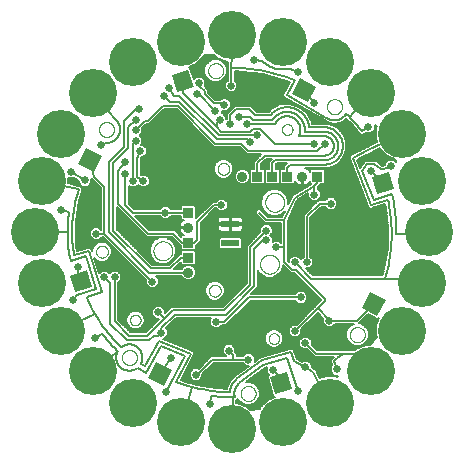
<source format=gbl>
G75*
%MOIN*%
%OFA0B0*%
%FSLAX25Y25*%
%IPPOS*%
%LPD*%
%AMOC8*
5,1,8,0,0,1.08239X$1,22.5*
%
%ADD10C,0.00000*%
%ADD11R,0.05906X0.05906*%
%ADD12R,0.03500X0.03200*%
%ADD13C,0.03500*%
%ADD14R,0.03200X0.03500*%
%ADD15R,0.05906X0.02362*%
%ADD16C,0.00600*%
%ADD17C,0.02578*%
%ADD18C,0.16000*%
D10*
X0038119Y0033019D02*
X0038121Y0033118D01*
X0038127Y0033218D01*
X0038137Y0033317D01*
X0038151Y0033415D01*
X0038168Y0033513D01*
X0038190Y0033610D01*
X0038215Y0033706D01*
X0038244Y0033801D01*
X0038277Y0033895D01*
X0038314Y0033987D01*
X0038354Y0034078D01*
X0038398Y0034167D01*
X0038446Y0034255D01*
X0038497Y0034340D01*
X0038551Y0034423D01*
X0038608Y0034505D01*
X0038669Y0034583D01*
X0038733Y0034660D01*
X0038799Y0034733D01*
X0038869Y0034804D01*
X0038941Y0034872D01*
X0039016Y0034938D01*
X0039094Y0035000D01*
X0039174Y0035059D01*
X0039256Y0035115D01*
X0039340Y0035167D01*
X0039427Y0035216D01*
X0039515Y0035262D01*
X0039605Y0035304D01*
X0039697Y0035343D01*
X0039790Y0035378D01*
X0039884Y0035409D01*
X0039980Y0035436D01*
X0040077Y0035459D01*
X0040174Y0035479D01*
X0040272Y0035495D01*
X0040371Y0035507D01*
X0040470Y0035515D01*
X0040569Y0035519D01*
X0040669Y0035519D01*
X0040768Y0035515D01*
X0040867Y0035507D01*
X0040966Y0035495D01*
X0041064Y0035479D01*
X0041161Y0035459D01*
X0041258Y0035436D01*
X0041354Y0035409D01*
X0041448Y0035378D01*
X0041541Y0035343D01*
X0041633Y0035304D01*
X0041723Y0035262D01*
X0041811Y0035216D01*
X0041898Y0035167D01*
X0041982Y0035115D01*
X0042064Y0035059D01*
X0042144Y0035000D01*
X0042222Y0034938D01*
X0042297Y0034872D01*
X0042369Y0034804D01*
X0042439Y0034733D01*
X0042505Y0034660D01*
X0042569Y0034583D01*
X0042630Y0034505D01*
X0042687Y0034423D01*
X0042741Y0034340D01*
X0042792Y0034255D01*
X0042840Y0034167D01*
X0042884Y0034078D01*
X0042924Y0033987D01*
X0042961Y0033895D01*
X0042994Y0033801D01*
X0043023Y0033706D01*
X0043048Y0033610D01*
X0043070Y0033513D01*
X0043087Y0033415D01*
X0043101Y0033317D01*
X0043111Y0033218D01*
X0043117Y0033118D01*
X0043119Y0033019D01*
X0043117Y0032920D01*
X0043111Y0032820D01*
X0043101Y0032721D01*
X0043087Y0032623D01*
X0043070Y0032525D01*
X0043048Y0032428D01*
X0043023Y0032332D01*
X0042994Y0032237D01*
X0042961Y0032143D01*
X0042924Y0032051D01*
X0042884Y0031960D01*
X0042840Y0031871D01*
X0042792Y0031783D01*
X0042741Y0031698D01*
X0042687Y0031615D01*
X0042630Y0031533D01*
X0042569Y0031455D01*
X0042505Y0031378D01*
X0042439Y0031305D01*
X0042369Y0031234D01*
X0042297Y0031166D01*
X0042222Y0031100D01*
X0042144Y0031038D01*
X0042064Y0030979D01*
X0041982Y0030923D01*
X0041898Y0030871D01*
X0041811Y0030822D01*
X0041723Y0030776D01*
X0041633Y0030734D01*
X0041541Y0030695D01*
X0041448Y0030660D01*
X0041354Y0030629D01*
X0041258Y0030602D01*
X0041161Y0030579D01*
X0041064Y0030559D01*
X0040966Y0030543D01*
X0040867Y0030531D01*
X0040768Y0030523D01*
X0040669Y0030519D01*
X0040569Y0030519D01*
X0040470Y0030523D01*
X0040371Y0030531D01*
X0040272Y0030543D01*
X0040174Y0030559D01*
X0040077Y0030579D01*
X0039980Y0030602D01*
X0039884Y0030629D01*
X0039790Y0030660D01*
X0039697Y0030695D01*
X0039605Y0030734D01*
X0039515Y0030776D01*
X0039427Y0030822D01*
X0039340Y0030871D01*
X0039256Y0030923D01*
X0039174Y0030979D01*
X0039094Y0031038D01*
X0039016Y0031100D01*
X0038941Y0031166D01*
X0038869Y0031234D01*
X0038799Y0031305D01*
X0038733Y0031378D01*
X0038669Y0031455D01*
X0038608Y0031533D01*
X0038551Y0031615D01*
X0038497Y0031698D01*
X0038446Y0031783D01*
X0038398Y0031871D01*
X0038354Y0031960D01*
X0038314Y0032051D01*
X0038277Y0032143D01*
X0038244Y0032237D01*
X0038215Y0032332D01*
X0038190Y0032428D01*
X0038168Y0032525D01*
X0038151Y0032623D01*
X0038137Y0032721D01*
X0038127Y0032820D01*
X0038121Y0032920D01*
X0038119Y0033019D01*
X0040859Y0045486D02*
X0040861Y0045570D01*
X0040867Y0045653D01*
X0040877Y0045736D01*
X0040891Y0045819D01*
X0040908Y0045901D01*
X0040930Y0045982D01*
X0040955Y0046061D01*
X0040984Y0046140D01*
X0041017Y0046217D01*
X0041053Y0046292D01*
X0041093Y0046366D01*
X0041136Y0046438D01*
X0041183Y0046507D01*
X0041233Y0046574D01*
X0041286Y0046639D01*
X0041342Y0046701D01*
X0041400Y0046761D01*
X0041462Y0046818D01*
X0041526Y0046871D01*
X0041593Y0046922D01*
X0041662Y0046969D01*
X0041733Y0047014D01*
X0041806Y0047054D01*
X0041881Y0047091D01*
X0041958Y0047125D01*
X0042036Y0047155D01*
X0042115Y0047181D01*
X0042196Y0047204D01*
X0042278Y0047222D01*
X0042360Y0047237D01*
X0042443Y0047248D01*
X0042526Y0047255D01*
X0042610Y0047258D01*
X0042694Y0047257D01*
X0042777Y0047252D01*
X0042861Y0047243D01*
X0042943Y0047230D01*
X0043025Y0047214D01*
X0043106Y0047193D01*
X0043187Y0047169D01*
X0043265Y0047141D01*
X0043343Y0047109D01*
X0043419Y0047073D01*
X0043493Y0047034D01*
X0043565Y0046992D01*
X0043635Y0046946D01*
X0043703Y0046897D01*
X0043768Y0046845D01*
X0043831Y0046790D01*
X0043891Y0046732D01*
X0043949Y0046671D01*
X0044003Y0046607D01*
X0044055Y0046541D01*
X0044103Y0046473D01*
X0044148Y0046402D01*
X0044189Y0046329D01*
X0044228Y0046255D01*
X0044262Y0046179D01*
X0044293Y0046101D01*
X0044320Y0046022D01*
X0044344Y0045941D01*
X0044363Y0045860D01*
X0044379Y0045778D01*
X0044391Y0045695D01*
X0044399Y0045611D01*
X0044403Y0045528D01*
X0044403Y0045444D01*
X0044399Y0045361D01*
X0044391Y0045277D01*
X0044379Y0045194D01*
X0044363Y0045112D01*
X0044344Y0045031D01*
X0044320Y0044950D01*
X0044293Y0044871D01*
X0044262Y0044793D01*
X0044228Y0044717D01*
X0044189Y0044643D01*
X0044148Y0044570D01*
X0044103Y0044499D01*
X0044055Y0044431D01*
X0044003Y0044365D01*
X0043949Y0044301D01*
X0043891Y0044240D01*
X0043831Y0044182D01*
X0043768Y0044127D01*
X0043703Y0044075D01*
X0043635Y0044026D01*
X0043565Y0043980D01*
X0043493Y0043938D01*
X0043419Y0043899D01*
X0043343Y0043863D01*
X0043265Y0043831D01*
X0043187Y0043803D01*
X0043106Y0043779D01*
X0043025Y0043758D01*
X0042943Y0043742D01*
X0042861Y0043729D01*
X0042777Y0043720D01*
X0042694Y0043715D01*
X0042610Y0043714D01*
X0042526Y0043717D01*
X0042443Y0043724D01*
X0042360Y0043735D01*
X0042278Y0043750D01*
X0042196Y0043768D01*
X0042115Y0043791D01*
X0042036Y0043817D01*
X0041958Y0043847D01*
X0041881Y0043881D01*
X0041806Y0043918D01*
X0041733Y0043958D01*
X0041662Y0044003D01*
X0041593Y0044050D01*
X0041526Y0044101D01*
X0041462Y0044154D01*
X0041400Y0044211D01*
X0041342Y0044271D01*
X0041286Y0044333D01*
X0041233Y0044398D01*
X0041183Y0044465D01*
X0041136Y0044534D01*
X0041093Y0044606D01*
X0041053Y0044680D01*
X0041017Y0044755D01*
X0040984Y0044832D01*
X0040955Y0044911D01*
X0040930Y0044990D01*
X0040908Y0045071D01*
X0040891Y0045153D01*
X0040877Y0045236D01*
X0040867Y0045319D01*
X0040861Y0045402D01*
X0040859Y0045486D01*
X0029556Y0068274D02*
X0029558Y0068362D01*
X0029564Y0068450D01*
X0029574Y0068538D01*
X0029588Y0068626D01*
X0029605Y0068712D01*
X0029627Y0068798D01*
X0029652Y0068882D01*
X0029682Y0068966D01*
X0029714Y0069048D01*
X0029751Y0069128D01*
X0029791Y0069207D01*
X0029835Y0069284D01*
X0029882Y0069359D01*
X0029932Y0069431D01*
X0029986Y0069502D01*
X0030042Y0069569D01*
X0030102Y0069635D01*
X0030164Y0069697D01*
X0030230Y0069757D01*
X0030297Y0069813D01*
X0030368Y0069867D01*
X0030440Y0069917D01*
X0030515Y0069964D01*
X0030592Y0070008D01*
X0030671Y0070048D01*
X0030751Y0070085D01*
X0030833Y0070117D01*
X0030917Y0070147D01*
X0031001Y0070172D01*
X0031087Y0070194D01*
X0031173Y0070211D01*
X0031261Y0070225D01*
X0031349Y0070235D01*
X0031437Y0070241D01*
X0031525Y0070243D01*
X0031613Y0070241D01*
X0031701Y0070235D01*
X0031789Y0070225D01*
X0031877Y0070211D01*
X0031963Y0070194D01*
X0032049Y0070172D01*
X0032133Y0070147D01*
X0032217Y0070117D01*
X0032299Y0070085D01*
X0032379Y0070048D01*
X0032458Y0070008D01*
X0032535Y0069964D01*
X0032610Y0069917D01*
X0032682Y0069867D01*
X0032753Y0069813D01*
X0032820Y0069757D01*
X0032886Y0069697D01*
X0032948Y0069635D01*
X0033008Y0069569D01*
X0033064Y0069502D01*
X0033118Y0069431D01*
X0033168Y0069359D01*
X0033215Y0069284D01*
X0033259Y0069207D01*
X0033299Y0069128D01*
X0033336Y0069048D01*
X0033368Y0068966D01*
X0033398Y0068882D01*
X0033423Y0068798D01*
X0033445Y0068712D01*
X0033462Y0068626D01*
X0033476Y0068538D01*
X0033486Y0068450D01*
X0033492Y0068362D01*
X0033494Y0068274D01*
X0033492Y0068186D01*
X0033486Y0068098D01*
X0033476Y0068010D01*
X0033462Y0067922D01*
X0033445Y0067836D01*
X0033423Y0067750D01*
X0033398Y0067666D01*
X0033368Y0067582D01*
X0033336Y0067500D01*
X0033299Y0067420D01*
X0033259Y0067341D01*
X0033215Y0067264D01*
X0033168Y0067189D01*
X0033118Y0067117D01*
X0033064Y0067046D01*
X0033008Y0066979D01*
X0032948Y0066913D01*
X0032886Y0066851D01*
X0032820Y0066791D01*
X0032753Y0066735D01*
X0032682Y0066681D01*
X0032610Y0066631D01*
X0032535Y0066584D01*
X0032458Y0066540D01*
X0032379Y0066500D01*
X0032299Y0066463D01*
X0032217Y0066431D01*
X0032133Y0066401D01*
X0032049Y0066376D01*
X0031963Y0066354D01*
X0031877Y0066337D01*
X0031789Y0066323D01*
X0031701Y0066313D01*
X0031613Y0066307D01*
X0031525Y0066305D01*
X0031437Y0066307D01*
X0031349Y0066313D01*
X0031261Y0066323D01*
X0031173Y0066337D01*
X0031087Y0066354D01*
X0031001Y0066376D01*
X0030917Y0066401D01*
X0030833Y0066431D01*
X0030751Y0066463D01*
X0030671Y0066500D01*
X0030592Y0066540D01*
X0030515Y0066584D01*
X0030440Y0066631D01*
X0030368Y0066681D01*
X0030297Y0066735D01*
X0030230Y0066791D01*
X0030164Y0066851D01*
X0030102Y0066913D01*
X0030042Y0066979D01*
X0029986Y0067046D01*
X0029932Y0067117D01*
X0029882Y0067189D01*
X0029835Y0067264D01*
X0029791Y0067341D01*
X0029751Y0067420D01*
X0029714Y0067500D01*
X0029682Y0067582D01*
X0029652Y0067666D01*
X0029627Y0067750D01*
X0029605Y0067836D01*
X0029588Y0067922D01*
X0029574Y0068010D01*
X0029564Y0068098D01*
X0029558Y0068186D01*
X0029556Y0068274D01*
X0048652Y0068588D02*
X0048654Y0068700D01*
X0048660Y0068811D01*
X0048670Y0068923D01*
X0048684Y0069034D01*
X0048701Y0069144D01*
X0048723Y0069254D01*
X0048749Y0069363D01*
X0048778Y0069471D01*
X0048811Y0069577D01*
X0048848Y0069683D01*
X0048889Y0069787D01*
X0048934Y0069890D01*
X0048982Y0069991D01*
X0049033Y0070090D01*
X0049088Y0070187D01*
X0049147Y0070282D01*
X0049208Y0070376D01*
X0049273Y0070467D01*
X0049342Y0070555D01*
X0049413Y0070641D01*
X0049487Y0070725D01*
X0049565Y0070805D01*
X0049645Y0070883D01*
X0049728Y0070959D01*
X0049813Y0071031D01*
X0049901Y0071100D01*
X0049991Y0071166D01*
X0050084Y0071228D01*
X0050179Y0071288D01*
X0050276Y0071344D01*
X0050374Y0071396D01*
X0050475Y0071445D01*
X0050577Y0071490D01*
X0050681Y0071532D01*
X0050786Y0071570D01*
X0050893Y0071604D01*
X0051000Y0071634D01*
X0051109Y0071661D01*
X0051218Y0071683D01*
X0051329Y0071702D01*
X0051439Y0071717D01*
X0051551Y0071728D01*
X0051662Y0071735D01*
X0051774Y0071738D01*
X0051886Y0071737D01*
X0051998Y0071732D01*
X0052109Y0071723D01*
X0052220Y0071710D01*
X0052331Y0071693D01*
X0052441Y0071673D01*
X0052550Y0071648D01*
X0052658Y0071620D01*
X0052765Y0071587D01*
X0052871Y0071551D01*
X0052975Y0071511D01*
X0053078Y0071468D01*
X0053180Y0071421D01*
X0053279Y0071370D01*
X0053377Y0071316D01*
X0053473Y0071258D01*
X0053567Y0071197D01*
X0053658Y0071133D01*
X0053747Y0071066D01*
X0053834Y0070995D01*
X0053918Y0070921D01*
X0054000Y0070845D01*
X0054078Y0070765D01*
X0054154Y0070683D01*
X0054227Y0070598D01*
X0054297Y0070511D01*
X0054363Y0070421D01*
X0054427Y0070329D01*
X0054487Y0070235D01*
X0054544Y0070139D01*
X0054597Y0070040D01*
X0054647Y0069940D01*
X0054693Y0069839D01*
X0054736Y0069735D01*
X0054775Y0069630D01*
X0054810Y0069524D01*
X0054841Y0069417D01*
X0054869Y0069308D01*
X0054892Y0069199D01*
X0054912Y0069089D01*
X0054928Y0068978D01*
X0054940Y0068867D01*
X0054948Y0068756D01*
X0054952Y0068644D01*
X0054952Y0068532D01*
X0054948Y0068420D01*
X0054940Y0068309D01*
X0054928Y0068198D01*
X0054912Y0068087D01*
X0054892Y0067977D01*
X0054869Y0067868D01*
X0054841Y0067759D01*
X0054810Y0067652D01*
X0054775Y0067546D01*
X0054736Y0067441D01*
X0054693Y0067337D01*
X0054647Y0067236D01*
X0054597Y0067136D01*
X0054544Y0067037D01*
X0054487Y0066941D01*
X0054427Y0066847D01*
X0054363Y0066755D01*
X0054297Y0066665D01*
X0054227Y0066578D01*
X0054154Y0066493D01*
X0054078Y0066411D01*
X0054000Y0066331D01*
X0053918Y0066255D01*
X0053834Y0066181D01*
X0053747Y0066110D01*
X0053658Y0066043D01*
X0053567Y0065979D01*
X0053473Y0065918D01*
X0053377Y0065860D01*
X0053279Y0065806D01*
X0053180Y0065755D01*
X0053078Y0065708D01*
X0052975Y0065665D01*
X0052871Y0065625D01*
X0052765Y0065589D01*
X0052658Y0065556D01*
X0052550Y0065528D01*
X0052441Y0065503D01*
X0052331Y0065483D01*
X0052220Y0065466D01*
X0052109Y0065453D01*
X0051998Y0065444D01*
X0051886Y0065439D01*
X0051774Y0065438D01*
X0051662Y0065441D01*
X0051551Y0065448D01*
X0051439Y0065459D01*
X0051329Y0065474D01*
X0051218Y0065493D01*
X0051109Y0065515D01*
X0051000Y0065542D01*
X0050893Y0065572D01*
X0050786Y0065606D01*
X0050681Y0065644D01*
X0050577Y0065686D01*
X0050475Y0065731D01*
X0050374Y0065780D01*
X0050276Y0065832D01*
X0050179Y0065888D01*
X0050084Y0065948D01*
X0049991Y0066010D01*
X0049901Y0066076D01*
X0049813Y0066145D01*
X0049728Y0066217D01*
X0049645Y0066293D01*
X0049565Y0066371D01*
X0049487Y0066451D01*
X0049413Y0066535D01*
X0049342Y0066621D01*
X0049273Y0066709D01*
X0049208Y0066800D01*
X0049147Y0066894D01*
X0049088Y0066989D01*
X0049033Y0067086D01*
X0048982Y0067185D01*
X0048934Y0067286D01*
X0048889Y0067389D01*
X0048848Y0067493D01*
X0048811Y0067599D01*
X0048778Y0067705D01*
X0048749Y0067813D01*
X0048723Y0067922D01*
X0048701Y0068032D01*
X0048684Y0068142D01*
X0048670Y0068253D01*
X0048660Y0068365D01*
X0048654Y0068476D01*
X0048652Y0068588D01*
X0067155Y0055278D02*
X0067157Y0055366D01*
X0067163Y0055454D01*
X0067173Y0055542D01*
X0067187Y0055630D01*
X0067204Y0055716D01*
X0067226Y0055802D01*
X0067251Y0055886D01*
X0067281Y0055970D01*
X0067313Y0056052D01*
X0067350Y0056132D01*
X0067390Y0056211D01*
X0067434Y0056288D01*
X0067481Y0056363D01*
X0067531Y0056435D01*
X0067585Y0056506D01*
X0067641Y0056573D01*
X0067701Y0056639D01*
X0067763Y0056701D01*
X0067829Y0056761D01*
X0067896Y0056817D01*
X0067967Y0056871D01*
X0068039Y0056921D01*
X0068114Y0056968D01*
X0068191Y0057012D01*
X0068270Y0057052D01*
X0068350Y0057089D01*
X0068432Y0057121D01*
X0068516Y0057151D01*
X0068600Y0057176D01*
X0068686Y0057198D01*
X0068772Y0057215D01*
X0068860Y0057229D01*
X0068948Y0057239D01*
X0069036Y0057245D01*
X0069124Y0057247D01*
X0069212Y0057245D01*
X0069300Y0057239D01*
X0069388Y0057229D01*
X0069476Y0057215D01*
X0069562Y0057198D01*
X0069648Y0057176D01*
X0069732Y0057151D01*
X0069816Y0057121D01*
X0069898Y0057089D01*
X0069978Y0057052D01*
X0070057Y0057012D01*
X0070134Y0056968D01*
X0070209Y0056921D01*
X0070281Y0056871D01*
X0070352Y0056817D01*
X0070419Y0056761D01*
X0070485Y0056701D01*
X0070547Y0056639D01*
X0070607Y0056573D01*
X0070663Y0056506D01*
X0070717Y0056435D01*
X0070767Y0056363D01*
X0070814Y0056288D01*
X0070858Y0056211D01*
X0070898Y0056132D01*
X0070935Y0056052D01*
X0070967Y0055970D01*
X0070997Y0055886D01*
X0071022Y0055802D01*
X0071044Y0055716D01*
X0071061Y0055630D01*
X0071075Y0055542D01*
X0071085Y0055454D01*
X0071091Y0055366D01*
X0071093Y0055278D01*
X0071091Y0055190D01*
X0071085Y0055102D01*
X0071075Y0055014D01*
X0071061Y0054926D01*
X0071044Y0054840D01*
X0071022Y0054754D01*
X0070997Y0054670D01*
X0070967Y0054586D01*
X0070935Y0054504D01*
X0070898Y0054424D01*
X0070858Y0054345D01*
X0070814Y0054268D01*
X0070767Y0054193D01*
X0070717Y0054121D01*
X0070663Y0054050D01*
X0070607Y0053983D01*
X0070547Y0053917D01*
X0070485Y0053855D01*
X0070419Y0053795D01*
X0070352Y0053739D01*
X0070281Y0053685D01*
X0070209Y0053635D01*
X0070134Y0053588D01*
X0070057Y0053544D01*
X0069978Y0053504D01*
X0069898Y0053467D01*
X0069816Y0053435D01*
X0069732Y0053405D01*
X0069648Y0053380D01*
X0069562Y0053358D01*
X0069476Y0053341D01*
X0069388Y0053327D01*
X0069300Y0053317D01*
X0069212Y0053311D01*
X0069124Y0053309D01*
X0069036Y0053311D01*
X0068948Y0053317D01*
X0068860Y0053327D01*
X0068772Y0053341D01*
X0068686Y0053358D01*
X0068600Y0053380D01*
X0068516Y0053405D01*
X0068432Y0053435D01*
X0068350Y0053467D01*
X0068270Y0053504D01*
X0068191Y0053544D01*
X0068114Y0053588D01*
X0068039Y0053635D01*
X0067967Y0053685D01*
X0067896Y0053739D01*
X0067829Y0053795D01*
X0067763Y0053855D01*
X0067701Y0053917D01*
X0067641Y0053983D01*
X0067585Y0054050D01*
X0067531Y0054121D01*
X0067481Y0054193D01*
X0067434Y0054268D01*
X0067390Y0054345D01*
X0067350Y0054424D01*
X0067313Y0054504D01*
X0067281Y0054586D01*
X0067251Y0054670D01*
X0067226Y0054754D01*
X0067204Y0054840D01*
X0067187Y0054926D01*
X0067173Y0055014D01*
X0067163Y0055102D01*
X0067157Y0055190D01*
X0067155Y0055278D01*
X0084218Y0064133D02*
X0084220Y0064245D01*
X0084226Y0064356D01*
X0084236Y0064468D01*
X0084250Y0064579D01*
X0084267Y0064689D01*
X0084289Y0064799D01*
X0084315Y0064908D01*
X0084344Y0065016D01*
X0084377Y0065122D01*
X0084414Y0065228D01*
X0084455Y0065332D01*
X0084500Y0065435D01*
X0084548Y0065536D01*
X0084599Y0065635D01*
X0084654Y0065732D01*
X0084713Y0065827D01*
X0084774Y0065921D01*
X0084839Y0066012D01*
X0084908Y0066100D01*
X0084979Y0066186D01*
X0085053Y0066270D01*
X0085131Y0066350D01*
X0085211Y0066428D01*
X0085294Y0066504D01*
X0085379Y0066576D01*
X0085467Y0066645D01*
X0085557Y0066711D01*
X0085650Y0066773D01*
X0085745Y0066833D01*
X0085842Y0066889D01*
X0085940Y0066941D01*
X0086041Y0066990D01*
X0086143Y0067035D01*
X0086247Y0067077D01*
X0086352Y0067115D01*
X0086459Y0067149D01*
X0086566Y0067179D01*
X0086675Y0067206D01*
X0086784Y0067228D01*
X0086895Y0067247D01*
X0087005Y0067262D01*
X0087117Y0067273D01*
X0087228Y0067280D01*
X0087340Y0067283D01*
X0087452Y0067282D01*
X0087564Y0067277D01*
X0087675Y0067268D01*
X0087786Y0067255D01*
X0087897Y0067238D01*
X0088007Y0067218D01*
X0088116Y0067193D01*
X0088224Y0067165D01*
X0088331Y0067132D01*
X0088437Y0067096D01*
X0088541Y0067056D01*
X0088644Y0067013D01*
X0088746Y0066966D01*
X0088845Y0066915D01*
X0088943Y0066861D01*
X0089039Y0066803D01*
X0089133Y0066742D01*
X0089224Y0066678D01*
X0089313Y0066611D01*
X0089400Y0066540D01*
X0089484Y0066466D01*
X0089566Y0066390D01*
X0089644Y0066310D01*
X0089720Y0066228D01*
X0089793Y0066143D01*
X0089863Y0066056D01*
X0089929Y0065966D01*
X0089993Y0065874D01*
X0090053Y0065780D01*
X0090110Y0065684D01*
X0090163Y0065585D01*
X0090213Y0065485D01*
X0090259Y0065384D01*
X0090302Y0065280D01*
X0090341Y0065175D01*
X0090376Y0065069D01*
X0090407Y0064962D01*
X0090435Y0064853D01*
X0090458Y0064744D01*
X0090478Y0064634D01*
X0090494Y0064523D01*
X0090506Y0064412D01*
X0090514Y0064301D01*
X0090518Y0064189D01*
X0090518Y0064077D01*
X0090514Y0063965D01*
X0090506Y0063854D01*
X0090494Y0063743D01*
X0090478Y0063632D01*
X0090458Y0063522D01*
X0090435Y0063413D01*
X0090407Y0063304D01*
X0090376Y0063197D01*
X0090341Y0063091D01*
X0090302Y0062986D01*
X0090259Y0062882D01*
X0090213Y0062781D01*
X0090163Y0062681D01*
X0090110Y0062582D01*
X0090053Y0062486D01*
X0089993Y0062392D01*
X0089929Y0062300D01*
X0089863Y0062210D01*
X0089793Y0062123D01*
X0089720Y0062038D01*
X0089644Y0061956D01*
X0089566Y0061876D01*
X0089484Y0061800D01*
X0089400Y0061726D01*
X0089313Y0061655D01*
X0089224Y0061588D01*
X0089133Y0061524D01*
X0089039Y0061463D01*
X0088943Y0061405D01*
X0088845Y0061351D01*
X0088746Y0061300D01*
X0088644Y0061253D01*
X0088541Y0061210D01*
X0088437Y0061170D01*
X0088331Y0061134D01*
X0088224Y0061101D01*
X0088116Y0061073D01*
X0088007Y0061048D01*
X0087897Y0061028D01*
X0087786Y0061011D01*
X0087675Y0060998D01*
X0087564Y0060989D01*
X0087452Y0060984D01*
X0087340Y0060983D01*
X0087228Y0060986D01*
X0087117Y0060993D01*
X0087005Y0061004D01*
X0086895Y0061019D01*
X0086784Y0061038D01*
X0086675Y0061060D01*
X0086566Y0061087D01*
X0086459Y0061117D01*
X0086352Y0061151D01*
X0086247Y0061189D01*
X0086143Y0061231D01*
X0086041Y0061276D01*
X0085940Y0061325D01*
X0085842Y0061377D01*
X0085745Y0061433D01*
X0085650Y0061493D01*
X0085557Y0061555D01*
X0085467Y0061621D01*
X0085379Y0061690D01*
X0085294Y0061762D01*
X0085211Y0061838D01*
X0085131Y0061916D01*
X0085053Y0061996D01*
X0084979Y0062080D01*
X0084908Y0062166D01*
X0084839Y0062254D01*
X0084774Y0062345D01*
X0084713Y0062439D01*
X0084654Y0062534D01*
X0084599Y0062631D01*
X0084548Y0062730D01*
X0084500Y0062831D01*
X0084455Y0062934D01*
X0084414Y0063038D01*
X0084377Y0063144D01*
X0084344Y0063250D01*
X0084315Y0063358D01*
X0084289Y0063467D01*
X0084267Y0063577D01*
X0084250Y0063687D01*
X0084236Y0063798D01*
X0084226Y0063910D01*
X0084220Y0064021D01*
X0084218Y0064133D01*
X0085940Y0084748D02*
X0085942Y0084860D01*
X0085948Y0084971D01*
X0085958Y0085083D01*
X0085972Y0085194D01*
X0085989Y0085304D01*
X0086011Y0085414D01*
X0086037Y0085523D01*
X0086066Y0085631D01*
X0086099Y0085737D01*
X0086136Y0085843D01*
X0086177Y0085947D01*
X0086222Y0086050D01*
X0086270Y0086151D01*
X0086321Y0086250D01*
X0086376Y0086347D01*
X0086435Y0086442D01*
X0086496Y0086536D01*
X0086561Y0086627D01*
X0086630Y0086715D01*
X0086701Y0086801D01*
X0086775Y0086885D01*
X0086853Y0086965D01*
X0086933Y0087043D01*
X0087016Y0087119D01*
X0087101Y0087191D01*
X0087189Y0087260D01*
X0087279Y0087326D01*
X0087372Y0087388D01*
X0087467Y0087448D01*
X0087564Y0087504D01*
X0087662Y0087556D01*
X0087763Y0087605D01*
X0087865Y0087650D01*
X0087969Y0087692D01*
X0088074Y0087730D01*
X0088181Y0087764D01*
X0088288Y0087794D01*
X0088397Y0087821D01*
X0088506Y0087843D01*
X0088617Y0087862D01*
X0088727Y0087877D01*
X0088839Y0087888D01*
X0088950Y0087895D01*
X0089062Y0087898D01*
X0089174Y0087897D01*
X0089286Y0087892D01*
X0089397Y0087883D01*
X0089508Y0087870D01*
X0089619Y0087853D01*
X0089729Y0087833D01*
X0089838Y0087808D01*
X0089946Y0087780D01*
X0090053Y0087747D01*
X0090159Y0087711D01*
X0090263Y0087671D01*
X0090366Y0087628D01*
X0090468Y0087581D01*
X0090567Y0087530D01*
X0090665Y0087476D01*
X0090761Y0087418D01*
X0090855Y0087357D01*
X0090946Y0087293D01*
X0091035Y0087226D01*
X0091122Y0087155D01*
X0091206Y0087081D01*
X0091288Y0087005D01*
X0091366Y0086925D01*
X0091442Y0086843D01*
X0091515Y0086758D01*
X0091585Y0086671D01*
X0091651Y0086581D01*
X0091715Y0086489D01*
X0091775Y0086395D01*
X0091832Y0086299D01*
X0091885Y0086200D01*
X0091935Y0086100D01*
X0091981Y0085999D01*
X0092024Y0085895D01*
X0092063Y0085790D01*
X0092098Y0085684D01*
X0092129Y0085577D01*
X0092157Y0085468D01*
X0092180Y0085359D01*
X0092200Y0085249D01*
X0092216Y0085138D01*
X0092228Y0085027D01*
X0092236Y0084916D01*
X0092240Y0084804D01*
X0092240Y0084692D01*
X0092236Y0084580D01*
X0092228Y0084469D01*
X0092216Y0084358D01*
X0092200Y0084247D01*
X0092180Y0084137D01*
X0092157Y0084028D01*
X0092129Y0083919D01*
X0092098Y0083812D01*
X0092063Y0083706D01*
X0092024Y0083601D01*
X0091981Y0083497D01*
X0091935Y0083396D01*
X0091885Y0083296D01*
X0091832Y0083197D01*
X0091775Y0083101D01*
X0091715Y0083007D01*
X0091651Y0082915D01*
X0091585Y0082825D01*
X0091515Y0082738D01*
X0091442Y0082653D01*
X0091366Y0082571D01*
X0091288Y0082491D01*
X0091206Y0082415D01*
X0091122Y0082341D01*
X0091035Y0082270D01*
X0090946Y0082203D01*
X0090855Y0082139D01*
X0090761Y0082078D01*
X0090665Y0082020D01*
X0090567Y0081966D01*
X0090468Y0081915D01*
X0090366Y0081868D01*
X0090263Y0081825D01*
X0090159Y0081785D01*
X0090053Y0081749D01*
X0089946Y0081716D01*
X0089838Y0081688D01*
X0089729Y0081663D01*
X0089619Y0081643D01*
X0089508Y0081626D01*
X0089397Y0081613D01*
X0089286Y0081604D01*
X0089174Y0081599D01*
X0089062Y0081598D01*
X0088950Y0081601D01*
X0088839Y0081608D01*
X0088727Y0081619D01*
X0088617Y0081634D01*
X0088506Y0081653D01*
X0088397Y0081675D01*
X0088288Y0081702D01*
X0088181Y0081732D01*
X0088074Y0081766D01*
X0087969Y0081804D01*
X0087865Y0081846D01*
X0087763Y0081891D01*
X0087662Y0081940D01*
X0087564Y0081992D01*
X0087467Y0082048D01*
X0087372Y0082108D01*
X0087279Y0082170D01*
X0087189Y0082236D01*
X0087101Y0082305D01*
X0087016Y0082377D01*
X0086933Y0082453D01*
X0086853Y0082531D01*
X0086775Y0082611D01*
X0086701Y0082695D01*
X0086630Y0082781D01*
X0086561Y0082869D01*
X0086496Y0082960D01*
X0086435Y0083054D01*
X0086376Y0083149D01*
X0086321Y0083246D01*
X0086270Y0083345D01*
X0086222Y0083446D01*
X0086177Y0083549D01*
X0086136Y0083653D01*
X0086099Y0083759D01*
X0086066Y0083865D01*
X0086037Y0083973D01*
X0086011Y0084082D01*
X0085989Y0084192D01*
X0085972Y0084302D01*
X0085958Y0084413D01*
X0085948Y0084525D01*
X0085942Y0084636D01*
X0085940Y0084748D01*
X0070056Y0095892D02*
X0070058Y0095980D01*
X0070064Y0096068D01*
X0070074Y0096156D01*
X0070088Y0096244D01*
X0070105Y0096330D01*
X0070127Y0096416D01*
X0070152Y0096500D01*
X0070182Y0096584D01*
X0070214Y0096666D01*
X0070251Y0096746D01*
X0070291Y0096825D01*
X0070335Y0096902D01*
X0070382Y0096977D01*
X0070432Y0097049D01*
X0070486Y0097120D01*
X0070542Y0097187D01*
X0070602Y0097253D01*
X0070664Y0097315D01*
X0070730Y0097375D01*
X0070797Y0097431D01*
X0070868Y0097485D01*
X0070940Y0097535D01*
X0071015Y0097582D01*
X0071092Y0097626D01*
X0071171Y0097666D01*
X0071251Y0097703D01*
X0071333Y0097735D01*
X0071417Y0097765D01*
X0071501Y0097790D01*
X0071587Y0097812D01*
X0071673Y0097829D01*
X0071761Y0097843D01*
X0071849Y0097853D01*
X0071937Y0097859D01*
X0072025Y0097861D01*
X0072113Y0097859D01*
X0072201Y0097853D01*
X0072289Y0097843D01*
X0072377Y0097829D01*
X0072463Y0097812D01*
X0072549Y0097790D01*
X0072633Y0097765D01*
X0072717Y0097735D01*
X0072799Y0097703D01*
X0072879Y0097666D01*
X0072958Y0097626D01*
X0073035Y0097582D01*
X0073110Y0097535D01*
X0073182Y0097485D01*
X0073253Y0097431D01*
X0073320Y0097375D01*
X0073386Y0097315D01*
X0073448Y0097253D01*
X0073508Y0097187D01*
X0073564Y0097120D01*
X0073618Y0097049D01*
X0073668Y0096977D01*
X0073715Y0096902D01*
X0073759Y0096825D01*
X0073799Y0096746D01*
X0073836Y0096666D01*
X0073868Y0096584D01*
X0073898Y0096500D01*
X0073923Y0096416D01*
X0073945Y0096330D01*
X0073962Y0096244D01*
X0073976Y0096156D01*
X0073986Y0096068D01*
X0073992Y0095980D01*
X0073994Y0095892D01*
X0073992Y0095804D01*
X0073986Y0095716D01*
X0073976Y0095628D01*
X0073962Y0095540D01*
X0073945Y0095454D01*
X0073923Y0095368D01*
X0073898Y0095284D01*
X0073868Y0095200D01*
X0073836Y0095118D01*
X0073799Y0095038D01*
X0073759Y0094959D01*
X0073715Y0094882D01*
X0073668Y0094807D01*
X0073618Y0094735D01*
X0073564Y0094664D01*
X0073508Y0094597D01*
X0073448Y0094531D01*
X0073386Y0094469D01*
X0073320Y0094409D01*
X0073253Y0094353D01*
X0073182Y0094299D01*
X0073110Y0094249D01*
X0073035Y0094202D01*
X0072958Y0094158D01*
X0072879Y0094118D01*
X0072799Y0094081D01*
X0072717Y0094049D01*
X0072633Y0094019D01*
X0072549Y0093994D01*
X0072463Y0093972D01*
X0072377Y0093955D01*
X0072289Y0093941D01*
X0072201Y0093931D01*
X0072113Y0093925D01*
X0072025Y0093923D01*
X0071937Y0093925D01*
X0071849Y0093931D01*
X0071761Y0093941D01*
X0071673Y0093955D01*
X0071587Y0093972D01*
X0071501Y0093994D01*
X0071417Y0094019D01*
X0071333Y0094049D01*
X0071251Y0094081D01*
X0071171Y0094118D01*
X0071092Y0094158D01*
X0071015Y0094202D01*
X0070940Y0094249D01*
X0070868Y0094299D01*
X0070797Y0094353D01*
X0070730Y0094409D01*
X0070664Y0094469D01*
X0070602Y0094531D01*
X0070542Y0094597D01*
X0070486Y0094664D01*
X0070432Y0094735D01*
X0070382Y0094807D01*
X0070335Y0094882D01*
X0070291Y0094959D01*
X0070251Y0095038D01*
X0070214Y0095118D01*
X0070182Y0095200D01*
X0070152Y0095284D01*
X0070127Y0095368D01*
X0070105Y0095454D01*
X0070088Y0095540D01*
X0070074Y0095628D01*
X0070064Y0095716D01*
X0070058Y0095804D01*
X0070056Y0095892D01*
X0091483Y0109007D02*
X0091485Y0109091D01*
X0091491Y0109174D01*
X0091501Y0109257D01*
X0091515Y0109340D01*
X0091532Y0109422D01*
X0091554Y0109503D01*
X0091579Y0109582D01*
X0091608Y0109661D01*
X0091641Y0109738D01*
X0091677Y0109813D01*
X0091717Y0109887D01*
X0091760Y0109959D01*
X0091807Y0110028D01*
X0091857Y0110095D01*
X0091910Y0110160D01*
X0091966Y0110222D01*
X0092024Y0110282D01*
X0092086Y0110339D01*
X0092150Y0110392D01*
X0092217Y0110443D01*
X0092286Y0110490D01*
X0092357Y0110535D01*
X0092430Y0110575D01*
X0092505Y0110612D01*
X0092582Y0110646D01*
X0092660Y0110676D01*
X0092739Y0110702D01*
X0092820Y0110725D01*
X0092902Y0110743D01*
X0092984Y0110758D01*
X0093067Y0110769D01*
X0093150Y0110776D01*
X0093234Y0110779D01*
X0093318Y0110778D01*
X0093401Y0110773D01*
X0093485Y0110764D01*
X0093567Y0110751D01*
X0093649Y0110735D01*
X0093730Y0110714D01*
X0093811Y0110690D01*
X0093889Y0110662D01*
X0093967Y0110630D01*
X0094043Y0110594D01*
X0094117Y0110555D01*
X0094189Y0110513D01*
X0094259Y0110467D01*
X0094327Y0110418D01*
X0094392Y0110366D01*
X0094455Y0110311D01*
X0094515Y0110253D01*
X0094573Y0110192D01*
X0094627Y0110128D01*
X0094679Y0110062D01*
X0094727Y0109994D01*
X0094772Y0109923D01*
X0094813Y0109850D01*
X0094852Y0109776D01*
X0094886Y0109700D01*
X0094917Y0109622D01*
X0094944Y0109543D01*
X0094968Y0109462D01*
X0094987Y0109381D01*
X0095003Y0109299D01*
X0095015Y0109216D01*
X0095023Y0109132D01*
X0095027Y0109049D01*
X0095027Y0108965D01*
X0095023Y0108882D01*
X0095015Y0108798D01*
X0095003Y0108715D01*
X0094987Y0108633D01*
X0094968Y0108552D01*
X0094944Y0108471D01*
X0094917Y0108392D01*
X0094886Y0108314D01*
X0094852Y0108238D01*
X0094813Y0108164D01*
X0094772Y0108091D01*
X0094727Y0108020D01*
X0094679Y0107952D01*
X0094627Y0107886D01*
X0094573Y0107822D01*
X0094515Y0107761D01*
X0094455Y0107703D01*
X0094392Y0107648D01*
X0094327Y0107596D01*
X0094259Y0107547D01*
X0094189Y0107501D01*
X0094117Y0107459D01*
X0094043Y0107420D01*
X0093967Y0107384D01*
X0093889Y0107352D01*
X0093811Y0107324D01*
X0093730Y0107300D01*
X0093649Y0107279D01*
X0093567Y0107263D01*
X0093485Y0107250D01*
X0093401Y0107241D01*
X0093318Y0107236D01*
X0093234Y0107235D01*
X0093150Y0107238D01*
X0093067Y0107245D01*
X0092984Y0107256D01*
X0092902Y0107271D01*
X0092820Y0107289D01*
X0092739Y0107312D01*
X0092660Y0107338D01*
X0092582Y0107368D01*
X0092505Y0107402D01*
X0092430Y0107439D01*
X0092357Y0107479D01*
X0092286Y0107524D01*
X0092217Y0107571D01*
X0092150Y0107622D01*
X0092086Y0107675D01*
X0092024Y0107732D01*
X0091966Y0107792D01*
X0091910Y0107854D01*
X0091857Y0107919D01*
X0091807Y0107986D01*
X0091760Y0108055D01*
X0091717Y0108127D01*
X0091677Y0108201D01*
X0091641Y0108276D01*
X0091608Y0108353D01*
X0091579Y0108432D01*
X0091554Y0108511D01*
X0091532Y0108592D01*
X0091515Y0108674D01*
X0091501Y0108757D01*
X0091491Y0108840D01*
X0091485Y0108923D01*
X0091483Y0109007D01*
X0106519Y0116619D02*
X0106521Y0116718D01*
X0106527Y0116818D01*
X0106537Y0116917D01*
X0106551Y0117015D01*
X0106568Y0117113D01*
X0106590Y0117210D01*
X0106615Y0117306D01*
X0106644Y0117401D01*
X0106677Y0117495D01*
X0106714Y0117587D01*
X0106754Y0117678D01*
X0106798Y0117767D01*
X0106846Y0117855D01*
X0106897Y0117940D01*
X0106951Y0118023D01*
X0107008Y0118105D01*
X0107069Y0118183D01*
X0107133Y0118260D01*
X0107199Y0118333D01*
X0107269Y0118404D01*
X0107341Y0118472D01*
X0107416Y0118538D01*
X0107494Y0118600D01*
X0107574Y0118659D01*
X0107656Y0118715D01*
X0107740Y0118767D01*
X0107827Y0118816D01*
X0107915Y0118862D01*
X0108005Y0118904D01*
X0108097Y0118943D01*
X0108190Y0118978D01*
X0108284Y0119009D01*
X0108380Y0119036D01*
X0108477Y0119059D01*
X0108574Y0119079D01*
X0108672Y0119095D01*
X0108771Y0119107D01*
X0108870Y0119115D01*
X0108969Y0119119D01*
X0109069Y0119119D01*
X0109168Y0119115D01*
X0109267Y0119107D01*
X0109366Y0119095D01*
X0109464Y0119079D01*
X0109561Y0119059D01*
X0109658Y0119036D01*
X0109754Y0119009D01*
X0109848Y0118978D01*
X0109941Y0118943D01*
X0110033Y0118904D01*
X0110123Y0118862D01*
X0110211Y0118816D01*
X0110298Y0118767D01*
X0110382Y0118715D01*
X0110464Y0118659D01*
X0110544Y0118600D01*
X0110622Y0118538D01*
X0110697Y0118472D01*
X0110769Y0118404D01*
X0110839Y0118333D01*
X0110905Y0118260D01*
X0110969Y0118183D01*
X0111030Y0118105D01*
X0111087Y0118023D01*
X0111141Y0117940D01*
X0111192Y0117855D01*
X0111240Y0117767D01*
X0111284Y0117678D01*
X0111324Y0117587D01*
X0111361Y0117495D01*
X0111394Y0117401D01*
X0111423Y0117306D01*
X0111448Y0117210D01*
X0111470Y0117113D01*
X0111487Y0117015D01*
X0111501Y0116917D01*
X0111511Y0116818D01*
X0111517Y0116718D01*
X0111519Y0116619D01*
X0111517Y0116520D01*
X0111511Y0116420D01*
X0111501Y0116321D01*
X0111487Y0116223D01*
X0111470Y0116125D01*
X0111448Y0116028D01*
X0111423Y0115932D01*
X0111394Y0115837D01*
X0111361Y0115743D01*
X0111324Y0115651D01*
X0111284Y0115560D01*
X0111240Y0115471D01*
X0111192Y0115383D01*
X0111141Y0115298D01*
X0111087Y0115215D01*
X0111030Y0115133D01*
X0110969Y0115055D01*
X0110905Y0114978D01*
X0110839Y0114905D01*
X0110769Y0114834D01*
X0110697Y0114766D01*
X0110622Y0114700D01*
X0110544Y0114638D01*
X0110464Y0114579D01*
X0110382Y0114523D01*
X0110298Y0114471D01*
X0110211Y0114422D01*
X0110123Y0114376D01*
X0110033Y0114334D01*
X0109941Y0114295D01*
X0109848Y0114260D01*
X0109754Y0114229D01*
X0109658Y0114202D01*
X0109561Y0114179D01*
X0109464Y0114159D01*
X0109366Y0114143D01*
X0109267Y0114131D01*
X0109168Y0114123D01*
X0109069Y0114119D01*
X0108969Y0114119D01*
X0108870Y0114123D01*
X0108771Y0114131D01*
X0108672Y0114143D01*
X0108574Y0114159D01*
X0108477Y0114179D01*
X0108380Y0114202D01*
X0108284Y0114229D01*
X0108190Y0114260D01*
X0108097Y0114295D01*
X0108005Y0114334D01*
X0107915Y0114376D01*
X0107827Y0114422D01*
X0107740Y0114471D01*
X0107656Y0114523D01*
X0107574Y0114579D01*
X0107494Y0114638D01*
X0107416Y0114700D01*
X0107341Y0114766D01*
X0107269Y0114834D01*
X0107199Y0114905D01*
X0107133Y0114978D01*
X0107069Y0115055D01*
X0107008Y0115133D01*
X0106951Y0115215D01*
X0106897Y0115298D01*
X0106846Y0115383D01*
X0106798Y0115471D01*
X0106754Y0115560D01*
X0106714Y0115651D01*
X0106677Y0115743D01*
X0106644Y0115837D01*
X0106615Y0115932D01*
X0106590Y0116028D01*
X0106568Y0116125D01*
X0106551Y0116223D01*
X0106537Y0116321D01*
X0106527Y0116420D01*
X0106521Y0116520D01*
X0106519Y0116619D01*
X0066919Y0128619D02*
X0066921Y0128718D01*
X0066927Y0128818D01*
X0066937Y0128917D01*
X0066951Y0129015D01*
X0066968Y0129113D01*
X0066990Y0129210D01*
X0067015Y0129306D01*
X0067044Y0129401D01*
X0067077Y0129495D01*
X0067114Y0129587D01*
X0067154Y0129678D01*
X0067198Y0129767D01*
X0067246Y0129855D01*
X0067297Y0129940D01*
X0067351Y0130023D01*
X0067408Y0130105D01*
X0067469Y0130183D01*
X0067533Y0130260D01*
X0067599Y0130333D01*
X0067669Y0130404D01*
X0067741Y0130472D01*
X0067816Y0130538D01*
X0067894Y0130600D01*
X0067974Y0130659D01*
X0068056Y0130715D01*
X0068140Y0130767D01*
X0068227Y0130816D01*
X0068315Y0130862D01*
X0068405Y0130904D01*
X0068497Y0130943D01*
X0068590Y0130978D01*
X0068684Y0131009D01*
X0068780Y0131036D01*
X0068877Y0131059D01*
X0068974Y0131079D01*
X0069072Y0131095D01*
X0069171Y0131107D01*
X0069270Y0131115D01*
X0069369Y0131119D01*
X0069469Y0131119D01*
X0069568Y0131115D01*
X0069667Y0131107D01*
X0069766Y0131095D01*
X0069864Y0131079D01*
X0069961Y0131059D01*
X0070058Y0131036D01*
X0070154Y0131009D01*
X0070248Y0130978D01*
X0070341Y0130943D01*
X0070433Y0130904D01*
X0070523Y0130862D01*
X0070611Y0130816D01*
X0070698Y0130767D01*
X0070782Y0130715D01*
X0070864Y0130659D01*
X0070944Y0130600D01*
X0071022Y0130538D01*
X0071097Y0130472D01*
X0071169Y0130404D01*
X0071239Y0130333D01*
X0071305Y0130260D01*
X0071369Y0130183D01*
X0071430Y0130105D01*
X0071487Y0130023D01*
X0071541Y0129940D01*
X0071592Y0129855D01*
X0071640Y0129767D01*
X0071684Y0129678D01*
X0071724Y0129587D01*
X0071761Y0129495D01*
X0071794Y0129401D01*
X0071823Y0129306D01*
X0071848Y0129210D01*
X0071870Y0129113D01*
X0071887Y0129015D01*
X0071901Y0128917D01*
X0071911Y0128818D01*
X0071917Y0128718D01*
X0071919Y0128619D01*
X0071917Y0128520D01*
X0071911Y0128420D01*
X0071901Y0128321D01*
X0071887Y0128223D01*
X0071870Y0128125D01*
X0071848Y0128028D01*
X0071823Y0127932D01*
X0071794Y0127837D01*
X0071761Y0127743D01*
X0071724Y0127651D01*
X0071684Y0127560D01*
X0071640Y0127471D01*
X0071592Y0127383D01*
X0071541Y0127298D01*
X0071487Y0127215D01*
X0071430Y0127133D01*
X0071369Y0127055D01*
X0071305Y0126978D01*
X0071239Y0126905D01*
X0071169Y0126834D01*
X0071097Y0126766D01*
X0071022Y0126700D01*
X0070944Y0126638D01*
X0070864Y0126579D01*
X0070782Y0126523D01*
X0070698Y0126471D01*
X0070611Y0126422D01*
X0070523Y0126376D01*
X0070433Y0126334D01*
X0070341Y0126295D01*
X0070248Y0126260D01*
X0070154Y0126229D01*
X0070058Y0126202D01*
X0069961Y0126179D01*
X0069864Y0126159D01*
X0069766Y0126143D01*
X0069667Y0126131D01*
X0069568Y0126123D01*
X0069469Y0126119D01*
X0069369Y0126119D01*
X0069270Y0126123D01*
X0069171Y0126131D01*
X0069072Y0126143D01*
X0068974Y0126159D01*
X0068877Y0126179D01*
X0068780Y0126202D01*
X0068684Y0126229D01*
X0068590Y0126260D01*
X0068497Y0126295D01*
X0068405Y0126334D01*
X0068315Y0126376D01*
X0068227Y0126422D01*
X0068140Y0126471D01*
X0068056Y0126523D01*
X0067974Y0126579D01*
X0067894Y0126638D01*
X0067816Y0126700D01*
X0067741Y0126766D01*
X0067669Y0126834D01*
X0067599Y0126905D01*
X0067533Y0126978D01*
X0067469Y0127055D01*
X0067408Y0127133D01*
X0067351Y0127215D01*
X0067297Y0127298D01*
X0067246Y0127383D01*
X0067198Y0127471D01*
X0067154Y0127560D01*
X0067114Y0127651D01*
X0067077Y0127743D01*
X0067044Y0127837D01*
X0067015Y0127932D01*
X0066990Y0128028D01*
X0066968Y0128125D01*
X0066951Y0128223D01*
X0066937Y0128321D01*
X0066927Y0128420D01*
X0066921Y0128520D01*
X0066919Y0128619D01*
X0030519Y0109019D02*
X0030521Y0109118D01*
X0030527Y0109218D01*
X0030537Y0109317D01*
X0030551Y0109415D01*
X0030568Y0109513D01*
X0030590Y0109610D01*
X0030615Y0109706D01*
X0030644Y0109801D01*
X0030677Y0109895D01*
X0030714Y0109987D01*
X0030754Y0110078D01*
X0030798Y0110167D01*
X0030846Y0110255D01*
X0030897Y0110340D01*
X0030951Y0110423D01*
X0031008Y0110505D01*
X0031069Y0110583D01*
X0031133Y0110660D01*
X0031199Y0110733D01*
X0031269Y0110804D01*
X0031341Y0110872D01*
X0031416Y0110938D01*
X0031494Y0111000D01*
X0031574Y0111059D01*
X0031656Y0111115D01*
X0031740Y0111167D01*
X0031827Y0111216D01*
X0031915Y0111262D01*
X0032005Y0111304D01*
X0032097Y0111343D01*
X0032190Y0111378D01*
X0032284Y0111409D01*
X0032380Y0111436D01*
X0032477Y0111459D01*
X0032574Y0111479D01*
X0032672Y0111495D01*
X0032771Y0111507D01*
X0032870Y0111515D01*
X0032969Y0111519D01*
X0033069Y0111519D01*
X0033168Y0111515D01*
X0033267Y0111507D01*
X0033366Y0111495D01*
X0033464Y0111479D01*
X0033561Y0111459D01*
X0033658Y0111436D01*
X0033754Y0111409D01*
X0033848Y0111378D01*
X0033941Y0111343D01*
X0034033Y0111304D01*
X0034123Y0111262D01*
X0034211Y0111216D01*
X0034298Y0111167D01*
X0034382Y0111115D01*
X0034464Y0111059D01*
X0034544Y0111000D01*
X0034622Y0110938D01*
X0034697Y0110872D01*
X0034769Y0110804D01*
X0034839Y0110733D01*
X0034905Y0110660D01*
X0034969Y0110583D01*
X0035030Y0110505D01*
X0035087Y0110423D01*
X0035141Y0110340D01*
X0035192Y0110255D01*
X0035240Y0110167D01*
X0035284Y0110078D01*
X0035324Y0109987D01*
X0035361Y0109895D01*
X0035394Y0109801D01*
X0035423Y0109706D01*
X0035448Y0109610D01*
X0035470Y0109513D01*
X0035487Y0109415D01*
X0035501Y0109317D01*
X0035511Y0109218D01*
X0035517Y0109118D01*
X0035519Y0109019D01*
X0035517Y0108920D01*
X0035511Y0108820D01*
X0035501Y0108721D01*
X0035487Y0108623D01*
X0035470Y0108525D01*
X0035448Y0108428D01*
X0035423Y0108332D01*
X0035394Y0108237D01*
X0035361Y0108143D01*
X0035324Y0108051D01*
X0035284Y0107960D01*
X0035240Y0107871D01*
X0035192Y0107783D01*
X0035141Y0107698D01*
X0035087Y0107615D01*
X0035030Y0107533D01*
X0034969Y0107455D01*
X0034905Y0107378D01*
X0034839Y0107305D01*
X0034769Y0107234D01*
X0034697Y0107166D01*
X0034622Y0107100D01*
X0034544Y0107038D01*
X0034464Y0106979D01*
X0034382Y0106923D01*
X0034298Y0106871D01*
X0034211Y0106822D01*
X0034123Y0106776D01*
X0034033Y0106734D01*
X0033941Y0106695D01*
X0033848Y0106660D01*
X0033754Y0106629D01*
X0033658Y0106602D01*
X0033561Y0106579D01*
X0033464Y0106559D01*
X0033366Y0106543D01*
X0033267Y0106531D01*
X0033168Y0106523D01*
X0033069Y0106519D01*
X0032969Y0106519D01*
X0032870Y0106523D01*
X0032771Y0106531D01*
X0032672Y0106543D01*
X0032574Y0106559D01*
X0032477Y0106579D01*
X0032380Y0106602D01*
X0032284Y0106629D01*
X0032190Y0106660D01*
X0032097Y0106695D01*
X0032005Y0106734D01*
X0031915Y0106776D01*
X0031827Y0106822D01*
X0031740Y0106871D01*
X0031656Y0106923D01*
X0031574Y0106979D01*
X0031494Y0107038D01*
X0031416Y0107100D01*
X0031341Y0107166D01*
X0031269Y0107234D01*
X0031199Y0107305D01*
X0031133Y0107378D01*
X0031069Y0107455D01*
X0031008Y0107533D01*
X0030951Y0107615D01*
X0030897Y0107698D01*
X0030846Y0107783D01*
X0030798Y0107871D01*
X0030754Y0107960D01*
X0030714Y0108051D01*
X0030677Y0108143D01*
X0030644Y0108237D01*
X0030615Y0108332D01*
X0030590Y0108428D01*
X0030568Y0108525D01*
X0030551Y0108623D01*
X0030537Y0108721D01*
X0030527Y0108820D01*
X0030521Y0108920D01*
X0030519Y0109019D01*
X0087047Y0039319D02*
X0087049Y0039403D01*
X0087055Y0039486D01*
X0087065Y0039569D01*
X0087079Y0039652D01*
X0087096Y0039734D01*
X0087118Y0039815D01*
X0087143Y0039894D01*
X0087172Y0039973D01*
X0087205Y0040050D01*
X0087241Y0040125D01*
X0087281Y0040199D01*
X0087324Y0040271D01*
X0087371Y0040340D01*
X0087421Y0040407D01*
X0087474Y0040472D01*
X0087530Y0040534D01*
X0087588Y0040594D01*
X0087650Y0040651D01*
X0087714Y0040704D01*
X0087781Y0040755D01*
X0087850Y0040802D01*
X0087921Y0040847D01*
X0087994Y0040887D01*
X0088069Y0040924D01*
X0088146Y0040958D01*
X0088224Y0040988D01*
X0088303Y0041014D01*
X0088384Y0041037D01*
X0088466Y0041055D01*
X0088548Y0041070D01*
X0088631Y0041081D01*
X0088714Y0041088D01*
X0088798Y0041091D01*
X0088882Y0041090D01*
X0088965Y0041085D01*
X0089049Y0041076D01*
X0089131Y0041063D01*
X0089213Y0041047D01*
X0089294Y0041026D01*
X0089375Y0041002D01*
X0089453Y0040974D01*
X0089531Y0040942D01*
X0089607Y0040906D01*
X0089681Y0040867D01*
X0089753Y0040825D01*
X0089823Y0040779D01*
X0089891Y0040730D01*
X0089956Y0040678D01*
X0090019Y0040623D01*
X0090079Y0040565D01*
X0090137Y0040504D01*
X0090191Y0040440D01*
X0090243Y0040374D01*
X0090291Y0040306D01*
X0090336Y0040235D01*
X0090377Y0040162D01*
X0090416Y0040088D01*
X0090450Y0040012D01*
X0090481Y0039934D01*
X0090508Y0039855D01*
X0090532Y0039774D01*
X0090551Y0039693D01*
X0090567Y0039611D01*
X0090579Y0039528D01*
X0090587Y0039444D01*
X0090591Y0039361D01*
X0090591Y0039277D01*
X0090587Y0039194D01*
X0090579Y0039110D01*
X0090567Y0039027D01*
X0090551Y0038945D01*
X0090532Y0038864D01*
X0090508Y0038783D01*
X0090481Y0038704D01*
X0090450Y0038626D01*
X0090416Y0038550D01*
X0090377Y0038476D01*
X0090336Y0038403D01*
X0090291Y0038332D01*
X0090243Y0038264D01*
X0090191Y0038198D01*
X0090137Y0038134D01*
X0090079Y0038073D01*
X0090019Y0038015D01*
X0089956Y0037960D01*
X0089891Y0037908D01*
X0089823Y0037859D01*
X0089753Y0037813D01*
X0089681Y0037771D01*
X0089607Y0037732D01*
X0089531Y0037696D01*
X0089453Y0037664D01*
X0089375Y0037636D01*
X0089294Y0037612D01*
X0089213Y0037591D01*
X0089131Y0037575D01*
X0089049Y0037562D01*
X0088965Y0037553D01*
X0088882Y0037548D01*
X0088798Y0037547D01*
X0088714Y0037550D01*
X0088631Y0037557D01*
X0088548Y0037568D01*
X0088466Y0037583D01*
X0088384Y0037601D01*
X0088303Y0037624D01*
X0088224Y0037650D01*
X0088146Y0037680D01*
X0088069Y0037714D01*
X0087994Y0037751D01*
X0087921Y0037791D01*
X0087850Y0037836D01*
X0087781Y0037883D01*
X0087714Y0037934D01*
X0087650Y0037987D01*
X0087588Y0038044D01*
X0087530Y0038104D01*
X0087474Y0038166D01*
X0087421Y0038231D01*
X0087371Y0038298D01*
X0087324Y0038367D01*
X0087281Y0038439D01*
X0087241Y0038513D01*
X0087205Y0038588D01*
X0087172Y0038665D01*
X0087143Y0038744D01*
X0087118Y0038823D01*
X0087096Y0038904D01*
X0087079Y0038986D01*
X0087065Y0039069D01*
X0087055Y0039152D01*
X0087049Y0039235D01*
X0087047Y0039319D01*
X0077719Y0021019D02*
X0077721Y0021118D01*
X0077727Y0021218D01*
X0077737Y0021317D01*
X0077751Y0021415D01*
X0077768Y0021513D01*
X0077790Y0021610D01*
X0077815Y0021706D01*
X0077844Y0021801D01*
X0077877Y0021895D01*
X0077914Y0021987D01*
X0077954Y0022078D01*
X0077998Y0022167D01*
X0078046Y0022255D01*
X0078097Y0022340D01*
X0078151Y0022423D01*
X0078208Y0022505D01*
X0078269Y0022583D01*
X0078333Y0022660D01*
X0078399Y0022733D01*
X0078469Y0022804D01*
X0078541Y0022872D01*
X0078616Y0022938D01*
X0078694Y0023000D01*
X0078774Y0023059D01*
X0078856Y0023115D01*
X0078940Y0023167D01*
X0079027Y0023216D01*
X0079115Y0023262D01*
X0079205Y0023304D01*
X0079297Y0023343D01*
X0079390Y0023378D01*
X0079484Y0023409D01*
X0079580Y0023436D01*
X0079677Y0023459D01*
X0079774Y0023479D01*
X0079872Y0023495D01*
X0079971Y0023507D01*
X0080070Y0023515D01*
X0080169Y0023519D01*
X0080269Y0023519D01*
X0080368Y0023515D01*
X0080467Y0023507D01*
X0080566Y0023495D01*
X0080664Y0023479D01*
X0080761Y0023459D01*
X0080858Y0023436D01*
X0080954Y0023409D01*
X0081048Y0023378D01*
X0081141Y0023343D01*
X0081233Y0023304D01*
X0081323Y0023262D01*
X0081411Y0023216D01*
X0081498Y0023167D01*
X0081582Y0023115D01*
X0081664Y0023059D01*
X0081744Y0023000D01*
X0081822Y0022938D01*
X0081897Y0022872D01*
X0081969Y0022804D01*
X0082039Y0022733D01*
X0082105Y0022660D01*
X0082169Y0022583D01*
X0082230Y0022505D01*
X0082287Y0022423D01*
X0082341Y0022340D01*
X0082392Y0022255D01*
X0082440Y0022167D01*
X0082484Y0022078D01*
X0082524Y0021987D01*
X0082561Y0021895D01*
X0082594Y0021801D01*
X0082623Y0021706D01*
X0082648Y0021610D01*
X0082670Y0021513D01*
X0082687Y0021415D01*
X0082701Y0021317D01*
X0082711Y0021218D01*
X0082717Y0021118D01*
X0082719Y0021019D01*
X0082717Y0020920D01*
X0082711Y0020820D01*
X0082701Y0020721D01*
X0082687Y0020623D01*
X0082670Y0020525D01*
X0082648Y0020428D01*
X0082623Y0020332D01*
X0082594Y0020237D01*
X0082561Y0020143D01*
X0082524Y0020051D01*
X0082484Y0019960D01*
X0082440Y0019871D01*
X0082392Y0019783D01*
X0082341Y0019698D01*
X0082287Y0019615D01*
X0082230Y0019533D01*
X0082169Y0019455D01*
X0082105Y0019378D01*
X0082039Y0019305D01*
X0081969Y0019234D01*
X0081897Y0019166D01*
X0081822Y0019100D01*
X0081744Y0019038D01*
X0081664Y0018979D01*
X0081582Y0018923D01*
X0081498Y0018871D01*
X0081411Y0018822D01*
X0081323Y0018776D01*
X0081233Y0018734D01*
X0081141Y0018695D01*
X0081048Y0018660D01*
X0080954Y0018629D01*
X0080858Y0018602D01*
X0080761Y0018579D01*
X0080664Y0018559D01*
X0080566Y0018543D01*
X0080467Y0018531D01*
X0080368Y0018523D01*
X0080269Y0018519D01*
X0080169Y0018519D01*
X0080070Y0018523D01*
X0079971Y0018531D01*
X0079872Y0018543D01*
X0079774Y0018559D01*
X0079677Y0018579D01*
X0079580Y0018602D01*
X0079484Y0018629D01*
X0079390Y0018660D01*
X0079297Y0018695D01*
X0079205Y0018734D01*
X0079115Y0018776D01*
X0079027Y0018822D01*
X0078940Y0018871D01*
X0078856Y0018923D01*
X0078774Y0018979D01*
X0078694Y0019038D01*
X0078616Y0019100D01*
X0078541Y0019166D01*
X0078469Y0019234D01*
X0078399Y0019305D01*
X0078333Y0019378D01*
X0078269Y0019455D01*
X0078208Y0019533D01*
X0078151Y0019615D01*
X0078097Y0019698D01*
X0078046Y0019783D01*
X0077998Y0019871D01*
X0077954Y0019960D01*
X0077914Y0020051D01*
X0077877Y0020143D01*
X0077844Y0020237D01*
X0077815Y0020332D01*
X0077790Y0020428D01*
X0077768Y0020525D01*
X0077751Y0020623D01*
X0077737Y0020721D01*
X0077727Y0020820D01*
X0077721Y0020920D01*
X0077719Y0021019D01*
X0114119Y0040619D02*
X0114121Y0040718D01*
X0114127Y0040818D01*
X0114137Y0040917D01*
X0114151Y0041015D01*
X0114168Y0041113D01*
X0114190Y0041210D01*
X0114215Y0041306D01*
X0114244Y0041401D01*
X0114277Y0041495D01*
X0114314Y0041587D01*
X0114354Y0041678D01*
X0114398Y0041767D01*
X0114446Y0041855D01*
X0114497Y0041940D01*
X0114551Y0042023D01*
X0114608Y0042105D01*
X0114669Y0042183D01*
X0114733Y0042260D01*
X0114799Y0042333D01*
X0114869Y0042404D01*
X0114941Y0042472D01*
X0115016Y0042538D01*
X0115094Y0042600D01*
X0115174Y0042659D01*
X0115256Y0042715D01*
X0115340Y0042767D01*
X0115427Y0042816D01*
X0115515Y0042862D01*
X0115605Y0042904D01*
X0115697Y0042943D01*
X0115790Y0042978D01*
X0115884Y0043009D01*
X0115980Y0043036D01*
X0116077Y0043059D01*
X0116174Y0043079D01*
X0116272Y0043095D01*
X0116371Y0043107D01*
X0116470Y0043115D01*
X0116569Y0043119D01*
X0116669Y0043119D01*
X0116768Y0043115D01*
X0116867Y0043107D01*
X0116966Y0043095D01*
X0117064Y0043079D01*
X0117161Y0043059D01*
X0117258Y0043036D01*
X0117354Y0043009D01*
X0117448Y0042978D01*
X0117541Y0042943D01*
X0117633Y0042904D01*
X0117723Y0042862D01*
X0117811Y0042816D01*
X0117898Y0042767D01*
X0117982Y0042715D01*
X0118064Y0042659D01*
X0118144Y0042600D01*
X0118222Y0042538D01*
X0118297Y0042472D01*
X0118369Y0042404D01*
X0118439Y0042333D01*
X0118505Y0042260D01*
X0118569Y0042183D01*
X0118630Y0042105D01*
X0118687Y0042023D01*
X0118741Y0041940D01*
X0118792Y0041855D01*
X0118840Y0041767D01*
X0118884Y0041678D01*
X0118924Y0041587D01*
X0118961Y0041495D01*
X0118994Y0041401D01*
X0119023Y0041306D01*
X0119048Y0041210D01*
X0119070Y0041113D01*
X0119087Y0041015D01*
X0119101Y0040917D01*
X0119111Y0040818D01*
X0119117Y0040718D01*
X0119119Y0040619D01*
X0119117Y0040520D01*
X0119111Y0040420D01*
X0119101Y0040321D01*
X0119087Y0040223D01*
X0119070Y0040125D01*
X0119048Y0040028D01*
X0119023Y0039932D01*
X0118994Y0039837D01*
X0118961Y0039743D01*
X0118924Y0039651D01*
X0118884Y0039560D01*
X0118840Y0039471D01*
X0118792Y0039383D01*
X0118741Y0039298D01*
X0118687Y0039215D01*
X0118630Y0039133D01*
X0118569Y0039055D01*
X0118505Y0038978D01*
X0118439Y0038905D01*
X0118369Y0038834D01*
X0118297Y0038766D01*
X0118222Y0038700D01*
X0118144Y0038638D01*
X0118064Y0038579D01*
X0117982Y0038523D01*
X0117898Y0038471D01*
X0117811Y0038422D01*
X0117723Y0038376D01*
X0117633Y0038334D01*
X0117541Y0038295D01*
X0117448Y0038260D01*
X0117354Y0038229D01*
X0117258Y0038202D01*
X0117161Y0038179D01*
X0117064Y0038159D01*
X0116966Y0038143D01*
X0116867Y0038131D01*
X0116768Y0038123D01*
X0116669Y0038119D01*
X0116569Y0038119D01*
X0116470Y0038123D01*
X0116371Y0038131D01*
X0116272Y0038143D01*
X0116174Y0038159D01*
X0116077Y0038179D01*
X0115980Y0038202D01*
X0115884Y0038229D01*
X0115790Y0038260D01*
X0115697Y0038295D01*
X0115605Y0038334D01*
X0115515Y0038376D01*
X0115427Y0038422D01*
X0115340Y0038471D01*
X0115256Y0038523D01*
X0115174Y0038579D01*
X0115094Y0038638D01*
X0115016Y0038700D01*
X0114941Y0038766D01*
X0114869Y0038834D01*
X0114799Y0038905D01*
X0114733Y0038978D01*
X0114669Y0039055D01*
X0114608Y0039133D01*
X0114551Y0039215D01*
X0114497Y0039298D01*
X0114446Y0039383D01*
X0114398Y0039471D01*
X0114354Y0039560D01*
X0114314Y0039651D01*
X0114277Y0039743D01*
X0114244Y0039837D01*
X0114215Y0039932D01*
X0114190Y0040028D01*
X0114168Y0040125D01*
X0114151Y0040223D01*
X0114137Y0040321D01*
X0114127Y0040420D01*
X0114121Y0040520D01*
X0114119Y0040619D01*
D11*
G36*
X0123289Y0046826D02*
X0118076Y0049599D01*
X0120849Y0054812D01*
X0126062Y0052039D01*
X0123289Y0046826D01*
G37*
G36*
X0089299Y0020750D02*
X0087572Y0026397D01*
X0093219Y0028124D01*
X0094946Y0022477D01*
X0089299Y0020750D01*
G37*
G36*
X0046826Y0026349D02*
X0049599Y0031562D01*
X0054812Y0028789D01*
X0052039Y0023576D01*
X0046826Y0026349D01*
G37*
G36*
X0020750Y0060338D02*
X0026397Y0062065D01*
X0028124Y0056418D01*
X0022477Y0054691D01*
X0020750Y0060338D01*
G37*
G36*
X0026349Y0102812D02*
X0031562Y0100039D01*
X0028789Y0094826D01*
X0023576Y0097599D01*
X0026349Y0102812D01*
G37*
G36*
X0060339Y0128887D02*
X0062066Y0123240D01*
X0056419Y0121513D01*
X0054692Y0127160D01*
X0060339Y0128887D01*
G37*
G36*
X0102812Y0123289D02*
X0100039Y0118076D01*
X0094826Y0120849D01*
X0097599Y0126062D01*
X0102812Y0123289D01*
G37*
G36*
X0128887Y0089299D02*
X0123240Y0087572D01*
X0121513Y0093219D01*
X0127160Y0094946D01*
X0128887Y0089299D01*
G37*
D12*
X0060319Y0081319D03*
X0060319Y0071319D03*
X0060319Y0066319D03*
D13*
X0060319Y0061319D03*
X0060319Y0076319D03*
X0078319Y0093319D03*
X0098319Y0093319D03*
D14*
X0093319Y0093319D03*
X0088319Y0093319D03*
X0083319Y0093319D03*
X0103319Y0093319D03*
D15*
X0074319Y0077469D03*
X0074319Y0071169D03*
D16*
X0095709Y0125437D02*
X0094454Y0125928D01*
X0093187Y0126389D01*
X0091910Y0126818D01*
X0090622Y0127217D01*
X0089325Y0127585D01*
X0088020Y0127922D01*
X0086707Y0128227D01*
X0085387Y0128500D01*
X0084061Y0128742D01*
X0082729Y0128951D01*
X0081393Y0129129D01*
X0080053Y0129274D01*
X0078710Y0129387D01*
X0077364Y0129467D01*
X0076017Y0129515D01*
X0074669Y0129531D01*
X0074669Y0129532D02*
X0074819Y0133569D01*
X0073647Y0131638D02*
X0073586Y0130015D01*
X0073577Y0130006D01*
X0073577Y0129995D01*
X0073569Y0129987D01*
X0073569Y0129552D01*
X0073553Y0129117D01*
X0073562Y0129108D01*
X0073500Y0125455D01*
X0072480Y0124434D01*
X0072480Y0122704D01*
X0073704Y0121480D01*
X0075434Y0121480D01*
X0076658Y0122704D01*
X0076658Y0124434D01*
X0075700Y0125393D01*
X0075750Y0128397D01*
X0078191Y0128320D01*
X0085177Y0127421D01*
X0091990Y0125635D01*
X0094136Y0124845D01*
X0092109Y0121106D01*
X0091888Y0120724D01*
X0091893Y0120708D01*
X0091885Y0120693D01*
X0092010Y0120270D01*
X0092125Y0119844D01*
X0092139Y0119835D01*
X0092144Y0119819D01*
X0092532Y0119609D01*
X0105688Y0112020D01*
X0106601Y0111355D01*
X0108924Y0110858D01*
X0111248Y0111348D01*
X0111248Y0111348D01*
X0112955Y0112582D01*
X0112959Y0112578D01*
X0112959Y0112577D01*
X0112962Y0112574D01*
X0114770Y0110710D01*
X0117279Y0107712D01*
X0117506Y0107376D01*
X0117548Y0107367D01*
X0117574Y0107334D01*
X0117989Y0107281D01*
X0118400Y0107201D01*
X0118436Y0107225D01*
X0118478Y0107220D01*
X0118809Y0107476D01*
X0119346Y0107838D01*
X0119454Y0107730D01*
X0121184Y0107730D01*
X0122408Y0108954D01*
X0122408Y0110599D01*
X0123041Y0109858D01*
X0122844Y0109383D01*
X0122844Y0105883D01*
X0123266Y0104863D01*
X0119829Y0103054D01*
X0117214Y0101827D01*
X0114633Y0100580D01*
X0114252Y0100435D01*
X0114229Y0100385D01*
X0114180Y0100361D01*
X0114046Y0099976D01*
X0113879Y0099603D01*
X0113898Y0099552D01*
X0113880Y0099501D01*
X0114058Y0099133D01*
X0120027Y0083464D01*
X0120147Y0083065D01*
X0120187Y0083044D01*
X0120203Y0083002D01*
X0120583Y0082831D01*
X0120950Y0082634D01*
X0120994Y0082647D01*
X0121035Y0082629D01*
X0121424Y0082777D01*
X0125931Y0084136D01*
X0126330Y0082108D01*
X0126948Y0075651D01*
X0126711Y0069169D01*
X0125625Y0062774D01*
X0125625Y0062774D01*
X0124980Y0060419D01*
X0101775Y0060419D01*
X0099464Y0062730D01*
X0100684Y0062730D01*
X0101908Y0063954D01*
X0101908Y0065684D01*
X0100919Y0066673D01*
X0100919Y0079613D01*
X0104525Y0083219D01*
X0105965Y0083219D01*
X0106954Y0082230D01*
X0108684Y0082230D01*
X0109908Y0083454D01*
X0109908Y0085184D01*
X0108684Y0086408D01*
X0106954Y0086408D01*
X0105965Y0085419D01*
X0103613Y0085419D01*
X0099363Y0081169D01*
X0098719Y0080525D01*
X0098719Y0066673D01*
X0097819Y0065773D01*
X0096684Y0066908D01*
X0094954Y0066908D01*
X0093730Y0065684D01*
X0093730Y0064964D01*
X0093419Y0065275D01*
X0093419Y0078575D01*
X0096676Y0085555D01*
X0100230Y0087742D01*
X0100230Y0086454D01*
X0101454Y0085230D01*
X0103184Y0085230D01*
X0104408Y0086454D01*
X0104408Y0088184D01*
X0103419Y0089173D01*
X0103419Y0089857D01*
X0103416Y0089860D01*
X0103775Y0090219D01*
X0104325Y0090769D01*
X0105250Y0090769D01*
X0105719Y0091238D01*
X0105719Y0095400D01*
X0105250Y0095869D01*
X0101388Y0095869D01*
X0100919Y0095400D01*
X0100919Y0094918D01*
X0100688Y0095263D01*
X0100263Y0095688D01*
X0099764Y0096022D01*
X0099288Y0096219D01*
X0107031Y0096219D01*
X0109732Y0097338D01*
X0109732Y0097338D01*
X0111800Y0099406D01*
X0112919Y0102107D01*
X0112919Y0105031D01*
X0111800Y0107732D01*
X0111800Y0107732D01*
X0109732Y0109800D01*
X0107031Y0110919D01*
X0101561Y0110919D01*
X0101491Y0111599D01*
X0099906Y0114551D01*
X0097318Y0116680D01*
X0094115Y0117666D01*
X0094115Y0117666D01*
X0090778Y0117360D01*
X0087807Y0115809D01*
X0087057Y0114919D01*
X0083025Y0114919D01*
X0081025Y0116919D01*
X0075863Y0116919D01*
X0075219Y0116275D01*
X0073219Y0114275D01*
X0073219Y0112673D01*
X0072908Y0112362D01*
X0072908Y0113184D01*
X0071684Y0114408D01*
X0071362Y0114408D01*
X0071408Y0114454D01*
X0071408Y0115276D01*
X0071454Y0115230D01*
X0073184Y0115230D01*
X0074408Y0116454D01*
X0074408Y0118184D01*
X0073184Y0119408D01*
X0071454Y0119408D01*
X0070965Y0118919D01*
X0069275Y0118919D01*
X0066919Y0121275D01*
X0066919Y0122275D01*
X0065699Y0123495D01*
X0065908Y0123704D01*
X0065908Y0125434D01*
X0064684Y0126658D01*
X0062954Y0126658D01*
X0062114Y0125818D01*
X0061007Y0129438D01*
X0060422Y0129749D01*
X0062816Y0130741D01*
X0065291Y0133216D01*
X0065488Y0133692D01*
X0065494Y0133693D01*
X0068850Y0133957D01*
X0069829Y0132978D01*
X0073064Y0131638D01*
X0073647Y0131638D01*
X0073635Y0131317D02*
X0072095Y0131317D01*
X0072394Y0131915D02*
X0071391Y0131915D01*
X0071572Y0131840D02*
X0070175Y0132419D01*
X0068663Y0132419D01*
X0067266Y0131840D01*
X0066198Y0130772D01*
X0065619Y0129375D01*
X0065619Y0127863D01*
X0066198Y0126466D01*
X0067266Y0125398D01*
X0068663Y0124819D01*
X0070175Y0124819D01*
X0071572Y0125398D01*
X0072640Y0126466D01*
X0073219Y0127863D01*
X0073219Y0129375D01*
X0072640Y0130772D01*
X0071572Y0131840D01*
X0070949Y0132514D02*
X0064589Y0132514D01*
X0065187Y0133112D02*
X0069695Y0133112D01*
X0069096Y0133711D02*
X0065720Y0133711D01*
X0067447Y0131915D02*
X0063990Y0131915D01*
X0063392Y0131317D02*
X0066743Y0131317D01*
X0066175Y0130718D02*
X0062762Y0130718D01*
X0061317Y0130120D02*
X0065928Y0130120D01*
X0065680Y0129521D02*
X0060851Y0129521D01*
X0061165Y0128923D02*
X0065619Y0128923D01*
X0065619Y0128324D02*
X0061348Y0128324D01*
X0061531Y0127726D02*
X0065676Y0127726D01*
X0065924Y0127127D02*
X0061714Y0127127D01*
X0061897Y0126529D02*
X0062824Y0126529D01*
X0062226Y0125930D02*
X0062080Y0125930D01*
X0063819Y0124569D02*
X0064319Y0123319D01*
X0065819Y0121819D01*
X0065819Y0120819D01*
X0068819Y0117819D01*
X0071819Y0117819D01*
X0072319Y0117319D01*
X0073844Y0118748D02*
X0094024Y0118748D01*
X0092987Y0119347D02*
X0073246Y0119347D01*
X0074408Y0118150D02*
X0095062Y0118150D01*
X0094488Y0117551D02*
X0096099Y0117551D01*
X0096434Y0116953D02*
X0097137Y0116953D01*
X0097318Y0116680D02*
X0097318Y0116680D01*
X0097715Y0116354D02*
X0098174Y0116354D01*
X0098442Y0115755D02*
X0099212Y0115755D01*
X0099170Y0115157D02*
X0100249Y0115157D01*
X0099898Y0114558D02*
X0101287Y0114558D01*
X0102324Y0113960D02*
X0100224Y0113960D01*
X0099906Y0114551D02*
X0099906Y0114551D01*
X0100545Y0113361D02*
X0103362Y0113361D01*
X0104400Y0112763D02*
X0100866Y0112763D01*
X0101188Y0112164D02*
X0105437Y0112164D01*
X0106311Y0111566D02*
X0101495Y0111566D01*
X0101491Y0111599D02*
X0101491Y0111599D01*
X0101556Y0110967D02*
X0108413Y0110967D01*
X0108924Y0110858D02*
X0108924Y0110858D01*
X0109442Y0110967D02*
X0114521Y0110967D01*
X0115056Y0110369D02*
X0108359Y0110369D01*
X0109732Y0109800D02*
X0109732Y0109800D01*
X0109762Y0109770D02*
X0115557Y0109770D01*
X0116058Y0109172D02*
X0110361Y0109172D01*
X0110959Y0108573D02*
X0116559Y0108573D01*
X0117059Y0107975D02*
X0111558Y0107975D01*
X0111948Y0107376D02*
X0117505Y0107376D01*
X0118680Y0107376D02*
X0122844Y0107376D01*
X0122844Y0106778D02*
X0112195Y0106778D01*
X0112443Y0106179D02*
X0122844Y0106179D01*
X0122969Y0105581D02*
X0112691Y0105581D01*
X0112919Y0104982D02*
X0123217Y0104982D01*
X0122355Y0104384D02*
X0112919Y0104384D01*
X0112919Y0103785D02*
X0121218Y0103785D01*
X0120081Y0103187D02*
X0112919Y0103187D01*
X0112919Y0102588D02*
X0118837Y0102588D01*
X0117562Y0101990D02*
X0112870Y0101990D01*
X0112623Y0101391D02*
X0116313Y0101391D01*
X0115074Y0100793D02*
X0112375Y0100793D01*
X0112127Y0100194D02*
X0114122Y0100194D01*
X0113882Y0099596D02*
X0111879Y0099596D01*
X0111800Y0099406D02*
X0111800Y0099406D01*
X0111392Y0098997D02*
X0114110Y0098997D01*
X0114338Y0098399D02*
X0110793Y0098399D01*
X0110195Y0097800D02*
X0114566Y0097800D01*
X0114794Y0097202D02*
X0109403Y0097202D01*
X0107958Y0096603D02*
X0115022Y0096603D01*
X0115250Y0096005D02*
X0099790Y0096005D01*
X0100545Y0095406D02*
X0100925Y0095406D01*
X0103319Y0093319D02*
X0103319Y0091319D01*
X0102319Y0090319D01*
X0101751Y0089970D01*
X0102319Y0089402D01*
X0102319Y0087319D01*
X0103784Y0085830D02*
X0106376Y0085830D01*
X0107819Y0084319D02*
X0104069Y0084319D01*
X0099819Y0080069D01*
X0099819Y0064819D01*
X0101513Y0066079D02*
X0126186Y0066079D01*
X0126085Y0065481D02*
X0101908Y0065481D01*
X0101908Y0064882D02*
X0125983Y0064882D01*
X0125881Y0064284D02*
X0101908Y0064284D01*
X0101639Y0063685D02*
X0125780Y0063685D01*
X0125678Y0063087D02*
X0101041Y0063087D01*
X0100304Y0061889D02*
X0125383Y0061889D01*
X0125219Y0061291D02*
X0100903Y0061291D01*
X0101501Y0060692D02*
X0125055Y0060692D01*
X0125819Y0059319D02*
X0101319Y0059319D01*
X0095819Y0064819D01*
X0097513Y0066079D02*
X0098125Y0066079D01*
X0098719Y0066678D02*
X0096915Y0066678D01*
X0098719Y0067276D02*
X0093419Y0067276D01*
X0093419Y0066678D02*
X0094723Y0066678D01*
X0094125Y0066079D02*
X0093419Y0066079D01*
X0093419Y0065481D02*
X0093730Y0065481D01*
X0092319Y0064819D02*
X0092319Y0069819D01*
X0089569Y0069819D01*
X0090877Y0071466D02*
X0091219Y0071466D01*
X0091219Y0071123D02*
X0090434Y0071908D01*
X0088704Y0071908D01*
X0088408Y0071612D01*
X0088408Y0072934D01*
X0087648Y0073694D01*
X0088408Y0074454D01*
X0088408Y0076184D01*
X0087184Y0077408D01*
X0085454Y0077408D01*
X0084230Y0076184D01*
X0084230Y0074786D01*
X0079719Y0070275D01*
X0079719Y0057775D01*
X0071863Y0049919D01*
X0054613Y0049919D01*
X0053969Y0049275D01*
X0053969Y0049275D01*
X0052408Y0047714D01*
X0052408Y0048934D01*
X0051184Y0050158D01*
X0049454Y0050158D01*
X0048230Y0048934D01*
X0048230Y0047204D01*
X0049454Y0045980D01*
X0050674Y0045980D01*
X0046113Y0041419D01*
X0041025Y0041419D01*
X0036919Y0045525D01*
X0036919Y0057965D01*
X0037908Y0058954D01*
X0037908Y0060684D01*
X0036684Y0061908D01*
X0034954Y0061908D01*
X0034069Y0061023D01*
X0033184Y0061908D01*
X0031454Y0061908D01*
X0030665Y0061119D01*
X0029014Y0066163D01*
X0029674Y0065503D01*
X0030875Y0065006D01*
X0032175Y0065006D01*
X0033377Y0065503D01*
X0034296Y0066423D01*
X0034794Y0067624D01*
X0034794Y0068924D01*
X0034296Y0070126D01*
X0033377Y0071045D01*
X0032175Y0071543D01*
X0030875Y0071543D01*
X0029674Y0071045D01*
X0028754Y0070126D01*
X0028257Y0068924D01*
X0028257Y0068476D01*
X0028119Y0068897D01*
X0027994Y0069319D01*
X0027978Y0069327D01*
X0027973Y0069344D01*
X0027580Y0069543D01*
X0027192Y0069753D01*
X0027176Y0069748D01*
X0027160Y0069756D01*
X0026741Y0069619D01*
X0023115Y0068541D01*
X0022813Y0070888D01*
X0022766Y0078112D01*
X0023880Y0085249D01*
X0024759Y0088356D01*
X0024784Y0088371D01*
X0024879Y0088770D01*
X0025006Y0089160D01*
X0024982Y0089207D01*
X0024995Y0089257D01*
X0024780Y0089607D01*
X0024594Y0089973D01*
X0024544Y0089989D01*
X0024517Y0090034D01*
X0024118Y0090129D01*
X0023728Y0090256D01*
X0023681Y0090232D01*
X0020235Y0091053D01*
X0020235Y0092730D01*
X0021934Y0092730D01*
X0022135Y0092931D01*
X0023730Y0092007D01*
X0023730Y0091204D01*
X0024954Y0089980D01*
X0026684Y0089980D01*
X0027908Y0091204D01*
X0027908Y0092593D01*
X0028128Y0092454D01*
X0031219Y0089363D01*
X0031219Y0075623D01*
X0030434Y0076408D01*
X0028704Y0076408D01*
X0027480Y0075184D01*
X0027480Y0073454D01*
X0028704Y0072230D01*
X0030434Y0072230D01*
X0031423Y0073219D01*
X0031863Y0073219D01*
X0046230Y0058852D01*
X0046230Y0057454D01*
X0047454Y0056230D01*
X0049184Y0056230D01*
X0050408Y0057454D01*
X0050408Y0059184D01*
X0049373Y0060219D01*
X0058015Y0060219D01*
X0058157Y0059875D01*
X0058875Y0059157D01*
X0059812Y0058769D01*
X0060826Y0058769D01*
X0061763Y0059157D01*
X0062481Y0059875D01*
X0062869Y0060812D01*
X0062869Y0061826D01*
X0062481Y0062763D01*
X0061763Y0063481D01*
X0060826Y0063869D01*
X0059812Y0063869D01*
X0058875Y0063481D01*
X0058157Y0062763D01*
X0058015Y0062419D01*
X0055475Y0062419D01*
X0057769Y0064713D01*
X0057769Y0064388D01*
X0058238Y0063919D01*
X0062400Y0063919D01*
X0062869Y0064388D01*
X0062869Y0068250D01*
X0062400Y0068719D01*
X0058238Y0068719D01*
X0057769Y0068250D01*
X0057769Y0067419D01*
X0057363Y0067419D01*
X0056719Y0066775D01*
X0053863Y0063919D01*
X0048275Y0063919D01*
X0036419Y0075775D01*
X0036419Y0083163D01*
X0045719Y0073863D01*
X0046363Y0073219D01*
X0054863Y0073219D01*
X0057219Y0070863D01*
X0057769Y0070313D01*
X0057769Y0069388D01*
X0058238Y0068919D01*
X0062400Y0068919D01*
X0062869Y0069388D01*
X0062869Y0070313D01*
X0063419Y0070863D01*
X0064419Y0071863D01*
X0064419Y0077863D01*
X0069275Y0082719D01*
X0069465Y0082719D01*
X0070454Y0081730D01*
X0072184Y0081730D01*
X0073408Y0082954D01*
X0073408Y0084684D01*
X0072184Y0085908D01*
X0070454Y0085908D01*
X0069465Y0084919D01*
X0068363Y0084919D01*
X0067719Y0084275D01*
X0062869Y0079425D01*
X0062869Y0083250D01*
X0062400Y0083719D01*
X0058238Y0083719D01*
X0057769Y0083250D01*
X0057769Y0082419D01*
X0054506Y0082419D01*
X0053517Y0083408D01*
X0051787Y0083408D01*
X0050798Y0082419D01*
X0042275Y0082419D01*
X0040419Y0084275D01*
X0040419Y0090265D01*
X0040954Y0089730D01*
X0042684Y0089730D01*
X0043569Y0090615D01*
X0044454Y0089730D01*
X0046184Y0089730D01*
X0047408Y0090954D01*
X0047408Y0092684D01*
X0046184Y0093908D01*
X0044454Y0093908D01*
X0044419Y0093873D01*
X0044419Y0099107D01*
X0044668Y0099730D01*
X0045184Y0099730D01*
X0046408Y0100954D01*
X0046408Y0102684D01*
X0045184Y0103908D01*
X0044362Y0103908D01*
X0044908Y0104454D01*
X0044908Y0106184D01*
X0044023Y0107069D01*
X0044908Y0107954D01*
X0044908Y0109352D01*
X0046275Y0110719D01*
X0047275Y0110719D01*
X0052275Y0115719D01*
X0056363Y0115719D01*
X0068863Y0103219D01*
X0077363Y0103219D01*
X0079863Y0100719D01*
X0084663Y0100719D01*
X0082863Y0098919D01*
X0082219Y0098275D01*
X0082219Y0095869D01*
X0081388Y0095869D01*
X0080919Y0095400D01*
X0080919Y0091238D01*
X0081388Y0090769D01*
X0085250Y0090769D01*
X0085719Y0091238D01*
X0085719Y0095400D01*
X0085250Y0095869D01*
X0084419Y0095869D01*
X0084419Y0097363D01*
X0086275Y0099219D01*
X0088163Y0099219D01*
X0087219Y0098275D01*
X0087219Y0095869D01*
X0086388Y0095869D01*
X0085919Y0095400D01*
X0085919Y0091238D01*
X0086388Y0090769D01*
X0090250Y0090769D01*
X0090719Y0091238D01*
X0090719Y0095400D01*
X0090250Y0095869D01*
X0089419Y0095869D01*
X0089419Y0097363D01*
X0089775Y0097719D01*
X0093163Y0097719D01*
X0092219Y0096775D01*
X0092219Y0095869D01*
X0091388Y0095869D01*
X0090919Y0095400D01*
X0090919Y0091238D01*
X0091388Y0090769D01*
X0095250Y0090769D01*
X0095719Y0091238D01*
X0095719Y0091720D01*
X0095950Y0091375D01*
X0096375Y0090950D01*
X0096874Y0090616D01*
X0097429Y0090386D01*
X0098019Y0090269D01*
X0098244Y0090269D01*
X0098244Y0093244D01*
X0098394Y0093244D01*
X0098394Y0090269D01*
X0098619Y0090269D01*
X0099209Y0090386D01*
X0099764Y0090616D01*
X0100263Y0090950D01*
X0100688Y0091375D01*
X0100919Y0091720D01*
X0100919Y0091238D01*
X0101191Y0090965D01*
X0101065Y0090839D01*
X0100787Y0090668D01*
X0095338Y0087314D01*
X0095015Y0087197D01*
X0094962Y0087083D01*
X0094854Y0087017D01*
X0094775Y0086683D01*
X0093540Y0084037D01*
X0093540Y0085633D01*
X0092863Y0087268D01*
X0091611Y0088520D01*
X0089975Y0089198D01*
X0088205Y0089198D01*
X0086570Y0088520D01*
X0085318Y0087268D01*
X0084641Y0085633D01*
X0084641Y0083863D01*
X0085318Y0082227D01*
X0086570Y0080976D01*
X0088205Y0080298D01*
X0089975Y0080298D01*
X0091611Y0080976D01*
X0092550Y0081915D01*
X0091618Y0079919D01*
X0086775Y0079919D01*
X0084275Y0082419D01*
X0083363Y0082419D01*
X0082719Y0081775D01*
X0082719Y0080863D01*
X0085219Y0078363D01*
X0085863Y0077719D01*
X0091219Y0077719D01*
X0091219Y0071123D01*
X0091219Y0072064D02*
X0088408Y0072064D01*
X0088408Y0072663D02*
X0091219Y0072663D01*
X0091219Y0073261D02*
X0088081Y0073261D01*
X0087814Y0073860D02*
X0091219Y0073860D01*
X0091219Y0074458D02*
X0088408Y0074458D01*
X0088408Y0075057D02*
X0091219Y0075057D01*
X0091219Y0075655D02*
X0088408Y0075655D01*
X0088338Y0076254D02*
X0091219Y0076254D01*
X0091219Y0076852D02*
X0087740Y0076852D01*
X0086319Y0075319D02*
X0080819Y0069819D01*
X0080819Y0057319D01*
X0072319Y0048819D01*
X0055069Y0048819D01*
X0052474Y0046224D01*
X0046569Y0040319D01*
X0040569Y0040319D01*
X0035819Y0045069D01*
X0035819Y0059819D01*
X0034337Y0061291D02*
X0033801Y0061291D01*
X0033203Y0061889D02*
X0034935Y0061889D01*
X0036703Y0061889D02*
X0043193Y0061889D01*
X0043791Y0061291D02*
X0037301Y0061291D01*
X0037900Y0060692D02*
X0044390Y0060692D01*
X0044988Y0060094D02*
X0037908Y0060094D01*
X0037908Y0059495D02*
X0045587Y0059495D01*
X0046185Y0058897D02*
X0037851Y0058897D01*
X0037253Y0058298D02*
X0046230Y0058298D01*
X0046230Y0057700D02*
X0036919Y0057700D01*
X0036919Y0057101D02*
X0046582Y0057101D01*
X0047181Y0056503D02*
X0036919Y0056503D01*
X0036919Y0055904D02*
X0065855Y0055904D01*
X0065855Y0055929D02*
X0065855Y0054628D01*
X0066353Y0053427D01*
X0067272Y0052508D01*
X0068474Y0052010D01*
X0069774Y0052010D01*
X0070975Y0052508D01*
X0071895Y0053427D01*
X0072392Y0054628D01*
X0072392Y0055929D01*
X0071895Y0057130D01*
X0070975Y0058049D01*
X0069774Y0058547D01*
X0068474Y0058547D01*
X0067272Y0058049D01*
X0066353Y0057130D01*
X0065855Y0055929D01*
X0066093Y0056503D02*
X0049457Y0056503D01*
X0050056Y0057101D02*
X0066341Y0057101D01*
X0066923Y0057700D02*
X0050408Y0057700D01*
X0050408Y0058298D02*
X0067874Y0058298D01*
X0070374Y0058298D02*
X0079719Y0058298D01*
X0079719Y0058897D02*
X0061135Y0058897D01*
X0062102Y0059495D02*
X0079719Y0059495D01*
X0079719Y0060094D02*
X0062572Y0060094D01*
X0062820Y0060692D02*
X0079719Y0060692D01*
X0079719Y0061291D02*
X0062869Y0061291D01*
X0062843Y0061889D02*
X0079719Y0061889D01*
X0079719Y0062488D02*
X0062595Y0062488D01*
X0062158Y0063087D02*
X0079719Y0063087D01*
X0079719Y0063685D02*
X0061270Y0063685D01*
X0062765Y0064284D02*
X0079719Y0064284D01*
X0079719Y0064882D02*
X0062869Y0064882D01*
X0062869Y0065481D02*
X0079719Y0065481D01*
X0079719Y0066079D02*
X0062869Y0066079D01*
X0062869Y0066678D02*
X0079719Y0066678D01*
X0079719Y0067276D02*
X0062869Y0067276D01*
X0062869Y0067875D02*
X0079719Y0067875D01*
X0079719Y0068473D02*
X0062646Y0068473D01*
X0062553Y0069072D02*
X0079719Y0069072D01*
X0079719Y0069670D02*
X0078072Y0069670D01*
X0078072Y0069657D02*
X0078072Y0072682D01*
X0077603Y0073150D01*
X0071035Y0073150D01*
X0070566Y0072682D01*
X0070566Y0069657D01*
X0071035Y0069188D01*
X0077603Y0069188D01*
X0078072Y0069657D01*
X0078072Y0070269D02*
X0079719Y0070269D01*
X0080312Y0070867D02*
X0078072Y0070867D01*
X0078072Y0071466D02*
X0080910Y0071466D01*
X0081509Y0072064D02*
X0078072Y0072064D01*
X0078072Y0072663D02*
X0082107Y0072663D01*
X0082706Y0073261D02*
X0064419Y0073261D01*
X0064419Y0072663D02*
X0070566Y0072663D01*
X0070566Y0072064D02*
X0064419Y0072064D01*
X0064021Y0071466D02*
X0070566Y0071466D01*
X0070566Y0070867D02*
X0063423Y0070867D01*
X0062869Y0070269D02*
X0070566Y0070269D01*
X0070566Y0069670D02*
X0062869Y0069670D01*
X0062319Y0071319D02*
X0060319Y0071319D01*
X0058319Y0071319D01*
X0055319Y0074319D01*
X0046819Y0074319D01*
X0036819Y0084319D01*
X0036819Y0095319D01*
X0039319Y0098319D01*
X0039319Y0094319D02*
X0039319Y0083819D01*
X0041819Y0081319D01*
X0052652Y0081319D01*
X0060319Y0081319D01*
X0058720Y0078919D02*
X0058375Y0078688D01*
X0057950Y0078263D01*
X0057616Y0077764D01*
X0057386Y0077209D01*
X0057269Y0076619D01*
X0057269Y0076394D01*
X0060244Y0076394D01*
X0060244Y0076244D01*
X0057269Y0076244D01*
X0057269Y0076019D01*
X0057386Y0075429D01*
X0057616Y0074874D01*
X0057950Y0074375D01*
X0058375Y0073950D01*
X0058720Y0073719D01*
X0058238Y0073719D01*
X0057856Y0073337D01*
X0056419Y0074775D01*
X0056419Y0074775D01*
X0055775Y0075419D01*
X0047275Y0075419D01*
X0042475Y0080219D01*
X0050798Y0080219D01*
X0051787Y0079230D01*
X0053517Y0079230D01*
X0054506Y0080219D01*
X0057769Y0080219D01*
X0057769Y0079388D01*
X0058238Y0078919D01*
X0058720Y0078919D01*
X0058334Y0078648D02*
X0044046Y0078648D01*
X0044644Y0078049D02*
X0057807Y0078049D01*
X0057487Y0077451D02*
X0045243Y0077451D01*
X0045841Y0076852D02*
X0057315Y0076852D01*
X0057341Y0075655D02*
X0047038Y0075655D01*
X0046440Y0076254D02*
X0060244Y0076254D01*
X0058510Y0073860D02*
X0057334Y0073860D01*
X0057894Y0074458D02*
X0056735Y0074458D01*
X0056137Y0075057D02*
X0057541Y0075057D01*
X0055420Y0072663D02*
X0053593Y0072663D01*
X0054323Y0072360D02*
X0052687Y0073038D01*
X0050917Y0073038D01*
X0049282Y0072360D01*
X0048030Y0071109D01*
X0047353Y0069473D01*
X0047353Y0067703D01*
X0048030Y0066068D01*
X0049282Y0064816D01*
X0050917Y0064139D01*
X0052687Y0064139D01*
X0054323Y0064816D01*
X0055574Y0066068D01*
X0056252Y0067703D01*
X0056252Y0069473D01*
X0055574Y0071109D01*
X0054323Y0072360D01*
X0054619Y0072064D02*
X0056018Y0072064D01*
X0056617Y0071466D02*
X0055218Y0071466D01*
X0055675Y0070867D02*
X0057215Y0070867D01*
X0057769Y0070269D02*
X0055922Y0070269D01*
X0056170Y0069670D02*
X0057769Y0069670D01*
X0058085Y0069072D02*
X0056252Y0069072D01*
X0056252Y0068473D02*
X0057992Y0068473D01*
X0057769Y0067875D02*
X0056252Y0067875D01*
X0056075Y0067276D02*
X0057220Y0067276D01*
X0056622Y0066678D02*
X0055827Y0066678D01*
X0056023Y0066079D02*
X0055579Y0066079D01*
X0055425Y0065481D02*
X0054987Y0065481D01*
X0054826Y0064882D02*
X0054389Y0064882D01*
X0054228Y0064284D02*
X0053037Y0064284D01*
X0054319Y0062819D02*
X0057819Y0066319D01*
X0060319Y0066319D01*
X0059368Y0063685D02*
X0056741Y0063685D01*
X0057339Y0064284D02*
X0057873Y0064284D01*
X0058480Y0063087D02*
X0056142Y0063087D01*
X0055544Y0062488D02*
X0058043Y0062488D01*
X0058066Y0060094D02*
X0049498Y0060094D01*
X0050097Y0059495D02*
X0058536Y0059495D01*
X0059503Y0058897D02*
X0050408Y0058897D01*
X0048319Y0058319D02*
X0032319Y0074319D01*
X0029569Y0074319D01*
X0027480Y0074458D02*
X0022790Y0074458D01*
X0022794Y0073860D02*
X0027480Y0073860D01*
X0027673Y0073261D02*
X0022798Y0073261D01*
X0022802Y0072663D02*
X0028271Y0072663D01*
X0029496Y0070867D02*
X0022816Y0070867D01*
X0022810Y0071466D02*
X0030689Y0071466D01*
X0030867Y0072663D02*
X0032420Y0072663D01*
X0033018Y0072064D02*
X0022806Y0072064D01*
X0022893Y0070269D02*
X0028897Y0070269D01*
X0028566Y0069670D02*
X0027346Y0069670D01*
X0026897Y0069670D02*
X0022970Y0069670D01*
X0023047Y0069072D02*
X0024899Y0069072D01*
X0027069Y0068569D02*
X0022189Y0067119D01*
X0021035Y0065310D02*
X0026069Y0066819D01*
X0029569Y0055819D01*
X0023319Y0053819D01*
X0021819Y0052319D01*
X0026359Y0053186D02*
X0031569Y0054819D01*
X0027069Y0068569D01*
X0028067Y0069072D02*
X0028318Y0069072D01*
X0029041Y0066079D02*
X0029098Y0066079D01*
X0029237Y0065481D02*
X0029729Y0065481D01*
X0029433Y0064882D02*
X0040200Y0064882D01*
X0039602Y0065481D02*
X0033322Y0065481D01*
X0033953Y0066079D02*
X0039003Y0066079D01*
X0038405Y0066678D02*
X0034402Y0066678D01*
X0034650Y0067276D02*
X0037806Y0067276D01*
X0037208Y0067875D02*
X0034794Y0067875D01*
X0034794Y0068473D02*
X0036609Y0068473D01*
X0036011Y0069072D02*
X0034733Y0069072D01*
X0034485Y0069670D02*
X0035412Y0069670D01*
X0034814Y0070269D02*
X0034153Y0070269D01*
X0034215Y0070867D02*
X0033555Y0070867D01*
X0033617Y0071466D02*
X0032361Y0071466D01*
X0032319Y0074319D02*
X0032319Y0089819D01*
X0028819Y0093319D01*
X0027569Y0098819D01*
X0031069Y0103819D02*
X0032819Y0104569D01*
X0032951Y0104565D01*
X0033084Y0104566D01*
X0033216Y0104570D01*
X0033349Y0104578D01*
X0033481Y0104590D01*
X0033612Y0104606D01*
X0033744Y0104626D01*
X0033874Y0104650D01*
X0034004Y0104677D01*
X0034133Y0104709D01*
X0034261Y0104744D01*
X0034387Y0104783D01*
X0034513Y0104825D01*
X0034637Y0104871D01*
X0034760Y0104921D01*
X0034882Y0104974D01*
X0035002Y0105031D01*
X0035120Y0105091D01*
X0035236Y0105155D01*
X0035350Y0105222D01*
X0035463Y0105293D01*
X0035573Y0105367D01*
X0035681Y0105444D01*
X0035787Y0105524D01*
X0035890Y0105607D01*
X0035991Y0105693D01*
X0036089Y0105782D01*
X0036185Y0105874D01*
X0036278Y0105969D01*
X0036368Y0106066D01*
X0036455Y0106166D01*
X0036539Y0106268D01*
X0036620Y0106373D01*
X0036698Y0106480D01*
X0036773Y0106590D01*
X0036845Y0106702D01*
X0036913Y0106815D01*
X0036978Y0106931D01*
X0037040Y0107048D01*
X0037098Y0107167D01*
X0037152Y0107288D01*
X0037204Y0107411D01*
X0037251Y0107535D01*
X0037295Y0107660D01*
X0037335Y0107786D01*
X0037371Y0107914D01*
X0037404Y0108042D01*
X0037433Y0108172D01*
X0037458Y0108302D01*
X0037479Y0108433D01*
X0037496Y0108564D01*
X0037510Y0108696D01*
X0037519Y0108829D01*
X0037525Y0108961D01*
X0037527Y0109094D01*
X0037525Y0109226D01*
X0037519Y0109359D01*
X0037509Y0109491D01*
X0037496Y0109623D01*
X0037478Y0109754D01*
X0037457Y0109885D01*
X0037432Y0110016D01*
X0037403Y0110145D01*
X0037370Y0110273D01*
X0037333Y0110401D01*
X0037293Y0110527D01*
X0037249Y0110652D01*
X0037202Y0110776D01*
X0037150Y0110899D01*
X0037096Y0111019D01*
X0037037Y0111139D01*
X0036976Y0111256D01*
X0036910Y0111371D01*
X0036842Y0111485D01*
X0036770Y0111597D01*
X0036695Y0111706D01*
X0036617Y0111813D01*
X0036536Y0111918D01*
X0036451Y0112020D01*
X0036364Y0112120D01*
X0036274Y0112217D01*
X0036181Y0112312D01*
X0036085Y0112404D01*
X0035987Y0112493D01*
X0035886Y0112579D01*
X0035782Y0112662D01*
X0035677Y0112742D01*
X0035568Y0112818D01*
X0035569Y0112819D02*
X0032819Y0116069D01*
X0038819Y0111819D02*
X0038819Y0103319D01*
X0033819Y0098319D01*
X0033819Y0074819D01*
X0047319Y0061319D01*
X0060319Y0061319D01*
X0054319Y0062819D02*
X0047819Y0062819D01*
X0035319Y0075319D01*
X0035319Y0097866D01*
X0040272Y0102819D01*
X0040319Y0102819D01*
X0040319Y0109819D01*
X0042819Y0112319D01*
X0045819Y0111819D02*
X0042819Y0108819D01*
X0044331Y0107376D02*
X0064706Y0107376D01*
X0065305Y0106778D02*
X0044314Y0106778D01*
X0044908Y0106179D02*
X0065903Y0106179D01*
X0066502Y0105581D02*
X0044908Y0105581D01*
X0044908Y0104982D02*
X0067100Y0104982D01*
X0067699Y0104384D02*
X0044838Y0104384D01*
X0045307Y0103785D02*
X0068297Y0103785D01*
X0069319Y0104319D02*
X0056819Y0116819D01*
X0051819Y0116819D01*
X0046819Y0111819D01*
X0045819Y0111819D01*
X0045925Y0110369D02*
X0061713Y0110369D01*
X0061115Y0110967D02*
X0047523Y0110967D01*
X0048122Y0111566D02*
X0060516Y0111566D01*
X0059918Y0112164D02*
X0048720Y0112164D01*
X0049319Y0112763D02*
X0059319Y0112763D01*
X0058721Y0113361D02*
X0049917Y0113361D01*
X0050516Y0113960D02*
X0058122Y0113960D01*
X0057524Y0114558D02*
X0051114Y0114558D01*
X0051713Y0115157D02*
X0056925Y0115157D01*
X0057319Y0118319D02*
X0054319Y0118319D01*
X0052319Y0120069D01*
X0054819Y0121069D02*
X0053819Y0122819D01*
X0054819Y0121069D02*
X0055569Y0120319D01*
X0057319Y0120319D01*
X0070559Y0107079D01*
X0083079Y0107079D01*
X0081819Y0109319D02*
X0080819Y0108319D01*
X0071319Y0108319D01*
X0069819Y0109819D01*
X0058379Y0121259D01*
X0058379Y0125200D01*
X0063319Y0120819D02*
X0063819Y0120819D01*
X0069319Y0115319D01*
X0071408Y0115157D02*
X0074101Y0115157D01*
X0073710Y0115755D02*
X0074700Y0115755D01*
X0074308Y0116354D02*
X0075298Y0116354D01*
X0074408Y0116953D02*
X0089997Y0116953D01*
X0090778Y0117360D02*
X0090778Y0117360D01*
X0088850Y0116354D02*
X0081590Y0116354D01*
X0082188Y0115755D02*
X0087761Y0115755D01*
X0087807Y0115809D02*
X0087807Y0115809D01*
X0087258Y0115157D02*
X0082787Y0115157D01*
X0082569Y0113819D02*
X0087569Y0113819D01*
X0088319Y0112319D02*
X0081819Y0112319D01*
X0080819Y0113319D01*
X0077319Y0113319D01*
X0077819Y0113319D01*
X0079819Y0110819D02*
X0089169Y0110819D01*
X0087568Y0113819D02*
X0087686Y0113956D01*
X0087807Y0114089D01*
X0087931Y0114219D01*
X0088058Y0114347D01*
X0088189Y0114471D01*
X0088322Y0114592D01*
X0088458Y0114710D01*
X0088597Y0114824D01*
X0088739Y0114935D01*
X0088883Y0115042D01*
X0089030Y0115146D01*
X0089180Y0115246D01*
X0089332Y0115343D01*
X0089486Y0115436D01*
X0089642Y0115525D01*
X0089801Y0115610D01*
X0089961Y0115692D01*
X0090124Y0115769D01*
X0090288Y0115842D01*
X0090454Y0115912D01*
X0090622Y0115977D01*
X0090791Y0116038D01*
X0090962Y0116095D01*
X0091134Y0116148D01*
X0091307Y0116197D01*
X0091482Y0116242D01*
X0091657Y0116282D01*
X0091833Y0116318D01*
X0092011Y0116349D01*
X0092189Y0116377D01*
X0092367Y0116400D01*
X0092546Y0116418D01*
X0092726Y0116432D01*
X0092905Y0116442D01*
X0093085Y0116448D01*
X0093265Y0116449D01*
X0093445Y0116446D01*
X0093625Y0116438D01*
X0093805Y0116426D01*
X0093984Y0116409D01*
X0094163Y0116389D01*
X0094341Y0116363D01*
X0094519Y0116334D01*
X0094695Y0116300D01*
X0094871Y0116262D01*
X0095046Y0116220D01*
X0095220Y0116173D01*
X0095393Y0116122D01*
X0095564Y0116067D01*
X0095734Y0116008D01*
X0095903Y0115945D01*
X0096069Y0115877D01*
X0096235Y0115806D01*
X0096398Y0115730D01*
X0096560Y0115651D01*
X0096719Y0115568D01*
X0096877Y0115481D01*
X0097032Y0115390D01*
X0097185Y0115295D01*
X0097336Y0115196D01*
X0097484Y0115094D01*
X0097630Y0114989D01*
X0097773Y0114879D01*
X0097913Y0114767D01*
X0098051Y0114651D01*
X0098186Y0114531D01*
X0098317Y0114409D01*
X0098446Y0114283D01*
X0098572Y0114154D01*
X0098694Y0114022D01*
X0098814Y0113887D01*
X0098929Y0113750D01*
X0099042Y0113609D01*
X0099151Y0113466D01*
X0099257Y0113320D01*
X0099359Y0113172D01*
X0099457Y0113021D01*
X0099552Y0112868D01*
X0099642Y0112713D01*
X0099729Y0112555D01*
X0099813Y0112396D01*
X0099892Y0112234D01*
X0099967Y0112070D01*
X0100039Y0111905D01*
X0100106Y0111738D01*
X0100169Y0111570D01*
X0100228Y0111400D01*
X0100283Y0111228D01*
X0100334Y0111055D01*
X0100380Y0110882D01*
X0100422Y0110707D01*
X0100460Y0110531D01*
X0100494Y0110354D01*
X0100523Y0110176D01*
X0100548Y0109998D01*
X0100569Y0109819D01*
X0105569Y0109819D01*
X0105569Y0108319D02*
X0099069Y0108319D01*
X0097069Y0106819D02*
X0105569Y0106819D01*
X0105819Y0104319D02*
X0103319Y0101819D01*
X0080319Y0101819D01*
X0077819Y0104319D01*
X0069319Y0104319D01*
X0069819Y0105819D02*
X0079819Y0105819D01*
X0080819Y0104819D01*
X0077994Y0102588D02*
X0046408Y0102588D01*
X0046408Y0101990D02*
X0078593Y0101990D01*
X0079191Y0101391D02*
X0046408Y0101391D01*
X0046247Y0100793D02*
X0079790Y0100793D01*
X0077396Y0103187D02*
X0045905Y0103187D01*
X0044319Y0101819D02*
X0043319Y0099319D01*
X0043319Y0093319D01*
X0045319Y0091819D01*
X0047408Y0091815D02*
X0076217Y0091815D01*
X0076157Y0091875D02*
X0076875Y0091157D01*
X0077812Y0090769D01*
X0078826Y0090769D01*
X0079763Y0091157D01*
X0080481Y0091875D01*
X0080869Y0092812D01*
X0080869Y0093826D01*
X0080481Y0094763D01*
X0079763Y0095481D01*
X0078826Y0095869D01*
X0077812Y0095869D01*
X0076875Y0095481D01*
X0076157Y0094763D01*
X0075769Y0093826D01*
X0075769Y0092812D01*
X0076157Y0091875D01*
X0075934Y0092414D02*
X0047408Y0092414D01*
X0047080Y0093012D02*
X0070438Y0093012D01*
X0070174Y0093122D02*
X0071375Y0092624D01*
X0072675Y0092624D01*
X0073877Y0093122D01*
X0074796Y0094041D01*
X0075294Y0095242D01*
X0075294Y0096543D01*
X0074796Y0097744D01*
X0073877Y0098663D01*
X0072675Y0099161D01*
X0071375Y0099161D01*
X0070174Y0098663D01*
X0069254Y0097744D01*
X0068757Y0096543D01*
X0068757Y0095242D01*
X0069254Y0094041D01*
X0070174Y0093122D01*
X0069685Y0093611D02*
X0046482Y0093611D01*
X0047408Y0091217D02*
X0076815Y0091217D01*
X0075769Y0093012D02*
X0073612Y0093012D01*
X0074366Y0093611D02*
X0075769Y0093611D01*
X0075928Y0094209D02*
X0074866Y0094209D01*
X0075114Y0094808D02*
X0076201Y0094808D01*
X0076800Y0095406D02*
X0075294Y0095406D01*
X0075294Y0096005D02*
X0082219Y0096005D01*
X0082219Y0096603D02*
X0075269Y0096603D01*
X0075021Y0097202D02*
X0082219Y0097202D01*
X0082219Y0097800D02*
X0074740Y0097800D01*
X0074141Y0098399D02*
X0082343Y0098399D01*
X0082863Y0098919D02*
X0082863Y0098919D01*
X0082942Y0098997D02*
X0073071Y0098997D01*
X0070980Y0098997D02*
X0044419Y0098997D01*
X0044419Y0098399D02*
X0069909Y0098399D01*
X0069311Y0097800D02*
X0044419Y0097800D01*
X0044419Y0097202D02*
X0069030Y0097202D01*
X0068782Y0096603D02*
X0044419Y0096603D01*
X0044419Y0096005D02*
X0068757Y0096005D01*
X0068757Y0095406D02*
X0044419Y0095406D01*
X0044419Y0094808D02*
X0068937Y0094808D01*
X0069185Y0094209D02*
X0044419Y0094209D01*
X0041819Y0091819D02*
X0041819Y0104319D01*
X0042819Y0105319D01*
X0044908Y0107975D02*
X0064107Y0107975D01*
X0063509Y0108573D02*
X0044908Y0108573D01*
X0044908Y0109172D02*
X0062910Y0109172D01*
X0062312Y0109770D02*
X0045326Y0109770D01*
X0043819Y0115819D02*
X0042819Y0115819D01*
X0038819Y0111819D01*
X0045648Y0100194D02*
X0084139Y0100194D01*
X0083540Y0099596D02*
X0044614Y0099596D01*
X0047072Y0090618D02*
X0096871Y0090618D01*
X0096108Y0091217D02*
X0095698Y0091217D01*
X0093319Y0093319D02*
X0093319Y0096319D01*
X0094319Y0097319D01*
X0105569Y0097319D01*
X0105569Y0098819D02*
X0089319Y0098819D01*
X0088319Y0097819D01*
X0088319Y0093319D01*
X0090719Y0093611D02*
X0090919Y0093611D01*
X0090919Y0094209D02*
X0090719Y0094209D01*
X0090719Y0094808D02*
X0090919Y0094808D01*
X0090925Y0095406D02*
X0090713Y0095406D01*
X0089419Y0096005D02*
X0092219Y0096005D01*
X0092219Y0096603D02*
X0089419Y0096603D01*
X0089419Y0097202D02*
X0092646Y0097202D01*
X0090919Y0093012D02*
X0090719Y0093012D01*
X0090719Y0092414D02*
X0090919Y0092414D01*
X0090919Y0091815D02*
X0090719Y0091815D01*
X0090698Y0091217D02*
X0090940Y0091217D01*
X0090881Y0088822D02*
X0097788Y0088822D01*
X0096816Y0088224D02*
X0091907Y0088224D01*
X0092506Y0087625D02*
X0095843Y0087625D01*
X0094871Y0087027D02*
X0092963Y0087027D01*
X0093211Y0086428D02*
X0094656Y0086428D01*
X0094377Y0085830D02*
X0093458Y0085830D01*
X0093540Y0085231D02*
X0094098Y0085231D01*
X0093818Y0084633D02*
X0093540Y0084633D01*
X0095687Y0083436D02*
X0101630Y0083436D01*
X0101032Y0082837D02*
X0095408Y0082837D01*
X0095129Y0082239D02*
X0100433Y0082239D01*
X0099835Y0081640D02*
X0094849Y0081640D01*
X0094570Y0081042D02*
X0099236Y0081042D01*
X0098719Y0080443D02*
X0094291Y0080443D01*
X0094012Y0079845D02*
X0098719Y0079845D01*
X0098719Y0079246D02*
X0093732Y0079246D01*
X0093453Y0078648D02*
X0098719Y0078648D01*
X0098719Y0078049D02*
X0093419Y0078049D01*
X0093419Y0077451D02*
X0098719Y0077451D01*
X0098719Y0076852D02*
X0093419Y0076852D01*
X0093419Y0076254D02*
X0098719Y0076254D01*
X0098719Y0075655D02*
X0093419Y0075655D01*
X0093419Y0075057D02*
X0098719Y0075057D01*
X0098719Y0074458D02*
X0093419Y0074458D01*
X0093419Y0073860D02*
X0098719Y0073860D01*
X0098719Y0073261D02*
X0093419Y0073261D01*
X0093419Y0072663D02*
X0098719Y0072663D01*
X0098719Y0072064D02*
X0093419Y0072064D01*
X0093419Y0071466D02*
X0098719Y0071466D01*
X0098719Y0070867D02*
X0093419Y0070867D01*
X0093419Y0070269D02*
X0098719Y0070269D01*
X0098719Y0069670D02*
X0093419Y0069670D01*
X0093419Y0069072D02*
X0098719Y0069072D01*
X0098719Y0068473D02*
X0093419Y0068473D01*
X0093419Y0067875D02*
X0098719Y0067875D01*
X0100919Y0067875D02*
X0126491Y0067875D01*
X0126593Y0068473D02*
X0100919Y0068473D01*
X0100919Y0069072D02*
X0126695Y0069072D01*
X0126730Y0069670D02*
X0100919Y0069670D01*
X0100919Y0070269D02*
X0126751Y0070269D01*
X0126773Y0070867D02*
X0100919Y0070867D01*
X0100919Y0071466D02*
X0126795Y0071466D01*
X0126817Y0072064D02*
X0100919Y0072064D01*
X0100919Y0072663D02*
X0126839Y0072663D01*
X0126861Y0073261D02*
X0100919Y0073261D01*
X0100919Y0073860D02*
X0126882Y0073860D01*
X0126904Y0074458D02*
X0100919Y0074458D01*
X0100919Y0075057D02*
X0126926Y0075057D01*
X0126947Y0075655D02*
X0100919Y0075655D01*
X0100919Y0076254D02*
X0126890Y0076254D01*
X0126833Y0076852D02*
X0100919Y0076852D01*
X0100919Y0077451D02*
X0126776Y0077451D01*
X0126718Y0078049D02*
X0100919Y0078049D01*
X0100919Y0078648D02*
X0126661Y0078648D01*
X0126604Y0079246D02*
X0100919Y0079246D01*
X0101150Y0079845D02*
X0126547Y0079845D01*
X0126489Y0080443D02*
X0101749Y0080443D01*
X0102347Y0081042D02*
X0126432Y0081042D01*
X0126375Y0081640D02*
X0102946Y0081640D01*
X0103545Y0082239D02*
X0106945Y0082239D01*
X0106346Y0082837D02*
X0104143Y0082837D01*
X0102827Y0084633D02*
X0096246Y0084633D01*
X0096525Y0085231D02*
X0101452Y0085231D01*
X0100854Y0085830D02*
X0097123Y0085830D01*
X0098096Y0086428D02*
X0100255Y0086428D01*
X0100230Y0087027D02*
X0099068Y0087027D01*
X0100041Y0087625D02*
X0100230Y0087625D01*
X0098761Y0089421D02*
X0040419Y0089421D01*
X0040419Y0090020D02*
X0040664Y0090020D01*
X0040419Y0088822D02*
X0087300Y0088822D01*
X0086274Y0088224D02*
X0040419Y0088224D01*
X0040419Y0087625D02*
X0085675Y0087625D01*
X0085218Y0087027D02*
X0040419Y0087027D01*
X0040419Y0086428D02*
X0084970Y0086428D01*
X0084722Y0085830D02*
X0072262Y0085830D01*
X0072861Y0085231D02*
X0084641Y0085231D01*
X0084641Y0084633D02*
X0073408Y0084633D01*
X0073408Y0084034D02*
X0084641Y0084034D01*
X0084818Y0083436D02*
X0073408Y0083436D01*
X0073292Y0082837D02*
X0085066Y0082837D01*
X0085313Y0082239D02*
X0084455Y0082239D01*
X0085053Y0081640D02*
X0085905Y0081640D01*
X0085652Y0081042D02*
X0086504Y0081042D01*
X0086250Y0080443D02*
X0087855Y0080443D01*
X0086319Y0078819D02*
X0092319Y0078819D01*
X0092319Y0069819D01*
X0092319Y0064819D02*
X0094819Y0062319D01*
X0096069Y0062319D01*
X0105819Y0052569D01*
X0105819Y0051819D01*
X0103379Y0049379D01*
X0107319Y0045439D01*
X0107319Y0045319D01*
X0116569Y0045319D01*
X0122069Y0050819D01*
X0120310Y0047504D02*
X0123207Y0045964D01*
X0123840Y0046157D01*
X0122849Y0043764D01*
X0122849Y0040264D01*
X0123046Y0039788D01*
X0123043Y0039782D01*
X0120857Y0037223D01*
X0119472Y0037223D01*
X0116237Y0035883D01*
X0115773Y0035419D01*
X0112309Y0035419D01*
X0112307Y0035420D01*
X0111397Y0035456D01*
X0111357Y0035419D01*
X0103275Y0035419D01*
X0101408Y0037286D01*
X0101408Y0038684D01*
X0100184Y0039908D01*
X0098454Y0039908D01*
X0097230Y0038684D01*
X0097230Y0036954D01*
X0098454Y0035730D01*
X0099852Y0035730D01*
X0101719Y0033863D01*
X0102363Y0033219D01*
X0108849Y0033219D01*
X0108460Y0032894D01*
X0108241Y0032830D01*
X0108128Y0032622D01*
X0107943Y0032474D01*
X0107918Y0032238D01*
X0107804Y0032031D01*
X0107871Y0031803D01*
X0107846Y0031568D01*
X0107994Y0031383D01*
X0108263Y0030467D01*
X0107730Y0029934D01*
X0107730Y0028204D01*
X0108954Y0026980D01*
X0110306Y0026980D01*
X0109858Y0026597D01*
X0109383Y0026794D01*
X0105883Y0026794D01*
X0104226Y0026108D01*
X0102854Y0028714D01*
X0102776Y0029028D01*
X0102649Y0029104D01*
X0102580Y0029235D01*
X0102271Y0029330D01*
X0101408Y0029848D01*
X0101408Y0030684D01*
X0100184Y0031908D01*
X0098454Y0031908D01*
X0098205Y0031660D01*
X0096474Y0032583D01*
X0095621Y0035142D01*
X0095504Y0035556D01*
X0095478Y0035571D01*
X0095468Y0035599D01*
X0095084Y0035791D01*
X0094709Y0036001D01*
X0094680Y0035993D01*
X0094653Y0036007D01*
X0094246Y0035871D01*
X0084751Y0033193D01*
X0084537Y0033226D01*
X0084330Y0033074D01*
X0084082Y0033004D01*
X0083976Y0032815D01*
X0082408Y0031668D01*
X0082408Y0033184D01*
X0081184Y0034408D01*
X0079454Y0034408D01*
X0078465Y0033419D01*
X0076419Y0033419D01*
X0076419Y0034275D01*
X0075908Y0034786D01*
X0075908Y0036184D01*
X0074684Y0037408D01*
X0072954Y0037408D01*
X0071730Y0036184D01*
X0071730Y0034454D01*
X0072765Y0033419D01*
X0067863Y0033419D01*
X0067219Y0032775D01*
X0067219Y0032775D01*
X0063768Y0029324D01*
X0063684Y0029408D01*
X0061954Y0029408D01*
X0060730Y0028184D01*
X0060730Y0026454D01*
X0061954Y0025230D01*
X0063684Y0025230D01*
X0064908Y0026454D01*
X0064908Y0027352D01*
X0068775Y0031219D01*
X0078465Y0031219D01*
X0079454Y0030230D01*
X0080442Y0030230D01*
X0075837Y0026862D01*
X0075780Y0026866D01*
X0075475Y0026597D01*
X0075148Y0026358D01*
X0075139Y0026301D01*
X0074356Y0025612D01*
X0073098Y0023018D01*
X0073077Y0022616D01*
X0070972Y0022712D01*
X0064783Y0023557D01*
X0061743Y0024255D01*
X0061324Y0024375D01*
X0061317Y0024371D01*
X0060600Y0024568D01*
X0058600Y0025175D01*
X0057795Y0025454D01*
X0061868Y0033463D01*
X0061918Y0033484D01*
X0062071Y0033863D01*
X0062256Y0034227D01*
X0062239Y0034278D01*
X0062260Y0034329D01*
X0062100Y0034705D01*
X0061974Y0035093D01*
X0061925Y0035118D01*
X0061904Y0035168D01*
X0061525Y0035321D01*
X0061161Y0035506D01*
X0061110Y0035489D01*
X0051868Y0039230D01*
X0052184Y0039230D01*
X0053408Y0040454D01*
X0053408Y0042184D01*
X0052824Y0042768D01*
X0056275Y0046219D01*
X0068015Y0046219D01*
X0067480Y0045684D01*
X0067480Y0043954D01*
X0068704Y0042730D01*
X0070434Y0042730D01*
X0071423Y0043719D01*
X0072775Y0043719D01*
X0081025Y0051969D01*
X0095965Y0051969D01*
X0096954Y0050980D01*
X0098684Y0050980D01*
X0099908Y0052204D01*
X0099908Y0053934D01*
X0098684Y0055158D01*
X0096954Y0055158D01*
X0095965Y0054169D01*
X0081225Y0054169D01*
X0083419Y0056363D01*
X0083419Y0062039D01*
X0083596Y0061612D01*
X0084848Y0060360D01*
X0086483Y0059683D01*
X0088253Y0059683D01*
X0089889Y0060360D01*
X0091140Y0061612D01*
X0091818Y0063247D01*
X0091818Y0063765D01*
X0091863Y0063719D01*
X0094363Y0061219D01*
X0095613Y0061219D01*
X0104638Y0052194D01*
X0102923Y0050479D01*
X0102279Y0049835D01*
X0096352Y0043908D01*
X0094954Y0043908D01*
X0093730Y0042684D01*
X0093730Y0040954D01*
X0094954Y0039730D01*
X0096684Y0039730D01*
X0097908Y0040954D01*
X0097908Y0042352D01*
X0103379Y0047823D01*
X0105230Y0045972D01*
X0105230Y0044454D01*
X0106454Y0043230D01*
X0108184Y0043230D01*
X0109173Y0044219D01*
X0115380Y0044219D01*
X0114466Y0043840D01*
X0113398Y0042772D01*
X0112819Y0041375D01*
X0112819Y0039863D01*
X0113398Y0038466D01*
X0114466Y0037398D01*
X0115863Y0036819D01*
X0117375Y0036819D01*
X0118772Y0037398D01*
X0119840Y0038466D01*
X0120419Y0039863D01*
X0120419Y0041375D01*
X0119840Y0042772D01*
X0118772Y0043840D01*
X0117375Y0044419D01*
X0117225Y0044419D01*
X0120310Y0047504D01*
X0119732Y0046927D02*
X0121396Y0046927D01*
X0122521Y0046328D02*
X0119134Y0046328D01*
X0118535Y0045730D02*
X0123663Y0045730D01*
X0123415Y0045131D02*
X0117937Y0045131D01*
X0117338Y0044533D02*
X0123167Y0044533D01*
X0122919Y0043934D02*
X0118545Y0043934D01*
X0119276Y0043336D02*
X0122849Y0043336D01*
X0122849Y0042737D02*
X0119855Y0042737D01*
X0120103Y0042139D02*
X0122849Y0042139D01*
X0122849Y0041540D02*
X0120351Y0041540D01*
X0120419Y0040942D02*
X0122849Y0040942D01*
X0122849Y0040343D02*
X0120419Y0040343D01*
X0120370Y0039745D02*
X0123011Y0039745D01*
X0122499Y0039146D02*
X0120122Y0039146D01*
X0119874Y0038548D02*
X0121988Y0038548D01*
X0121477Y0037949D02*
X0119323Y0037949D01*
X0118658Y0037351D02*
X0120966Y0037351D01*
X0118335Y0036752D02*
X0101942Y0036752D01*
X0101408Y0037351D02*
X0114580Y0037351D01*
X0113915Y0037949D02*
X0101408Y0037949D01*
X0101408Y0038548D02*
X0113364Y0038548D01*
X0113116Y0039146D02*
X0100946Y0039146D01*
X0100348Y0039745D02*
X0112868Y0039745D01*
X0112819Y0040343D02*
X0097297Y0040343D01*
X0096699Y0039745D02*
X0098290Y0039745D01*
X0097692Y0039146D02*
X0091891Y0039146D01*
X0091891Y0038708D02*
X0091423Y0037579D01*
X0090559Y0036715D01*
X0089430Y0036247D01*
X0088208Y0036247D01*
X0087079Y0036715D01*
X0086215Y0037579D01*
X0085747Y0038708D01*
X0085747Y0039930D01*
X0086215Y0041059D01*
X0087079Y0041923D01*
X0088208Y0042391D01*
X0089430Y0042391D01*
X0090559Y0041923D01*
X0091423Y0041059D01*
X0091891Y0039930D01*
X0091891Y0038708D01*
X0091824Y0038548D02*
X0097230Y0038548D01*
X0097230Y0037949D02*
X0091576Y0037949D01*
X0091194Y0037351D02*
X0097230Y0037351D01*
X0097432Y0036752D02*
X0090596Y0036752D01*
X0091004Y0034956D02*
X0075908Y0034956D01*
X0075908Y0035555D02*
X0093126Y0035555D01*
X0094569Y0034819D02*
X0095569Y0031819D01*
X0099319Y0029819D01*
X0101819Y0028319D01*
X0104319Y0023569D01*
X0103979Y0026577D02*
X0105359Y0026577D01*
X0103664Y0027176D02*
X0108758Y0027176D01*
X0108159Y0027774D02*
X0103349Y0027774D01*
X0103034Y0028373D02*
X0107730Y0028373D01*
X0107730Y0028971D02*
X0102790Y0028971D01*
X0101872Y0029570D02*
X0107730Y0029570D01*
X0107964Y0030168D02*
X0101408Y0030168D01*
X0101325Y0030767D02*
X0108175Y0030767D01*
X0107999Y0031365D02*
X0100727Y0031365D01*
X0101823Y0033759D02*
X0096082Y0033759D01*
X0096281Y0033161D02*
X0108779Y0033161D01*
X0108053Y0032562D02*
X0096513Y0032562D01*
X0097635Y0031964D02*
X0107824Y0031964D01*
X0108988Y0031903D02*
X0109819Y0029069D01*
X0116319Y0034319D02*
X0116713Y0033925D01*
X0116319Y0034319D02*
X0102819Y0034319D01*
X0099319Y0037819D01*
X0098030Y0036153D02*
X0075908Y0036153D01*
X0075340Y0036752D02*
X0087042Y0036752D01*
X0086443Y0037351D02*
X0074742Y0037351D01*
X0072896Y0037351D02*
X0056511Y0037351D01*
X0055032Y0037949D02*
X0086062Y0037949D01*
X0085814Y0038548D02*
X0053554Y0038548D01*
X0052699Y0039745D02*
X0085747Y0039745D01*
X0085747Y0039146D02*
X0052075Y0039146D01*
X0050569Y0038569D02*
X0061069Y0034319D01*
X0056243Y0024829D01*
X0058009Y0025380D02*
X0061803Y0025380D01*
X0061205Y0025979D02*
X0058062Y0025979D01*
X0058366Y0026577D02*
X0060730Y0026577D01*
X0060730Y0027176D02*
X0058671Y0027176D01*
X0058975Y0027774D02*
X0060730Y0027774D01*
X0060919Y0028373D02*
X0059279Y0028373D01*
X0059584Y0028971D02*
X0061517Y0028971D01*
X0059888Y0029570D02*
X0064014Y0029570D01*
X0064613Y0030168D02*
X0060192Y0030168D01*
X0060497Y0030767D02*
X0065211Y0030767D01*
X0065810Y0031365D02*
X0060801Y0031365D01*
X0061105Y0031964D02*
X0066408Y0031964D01*
X0067007Y0032562D02*
X0061410Y0032562D01*
X0061714Y0033161D02*
X0067605Y0033161D01*
X0068319Y0032319D02*
X0063319Y0027319D01*
X0062819Y0027319D01*
X0063835Y0025380D02*
X0074244Y0025380D01*
X0074356Y0025612D02*
X0074356Y0025612D01*
X0074356Y0025612D01*
X0074773Y0025979D02*
X0064433Y0025979D01*
X0064908Y0026577D02*
X0075448Y0026577D01*
X0076266Y0027176D02*
X0064908Y0027176D01*
X0065330Y0027774D02*
X0077084Y0027774D01*
X0077903Y0028373D02*
X0065928Y0028373D01*
X0066527Y0028971D02*
X0078721Y0028971D01*
X0079539Y0029570D02*
X0067125Y0029570D01*
X0067724Y0030168D02*
X0080357Y0030168D01*
X0078917Y0030767D02*
X0068323Y0030767D01*
X0068319Y0032319D02*
X0075319Y0032319D01*
X0080319Y0032319D01*
X0081833Y0033759D02*
X0086760Y0033759D01*
X0084449Y0033161D02*
X0082408Y0033161D01*
X0082408Y0032562D02*
X0083630Y0032562D01*
X0082812Y0031964D02*
X0082408Y0031964D01*
X0084819Y0032069D02*
X0094569Y0034819D01*
X0095683Y0034956D02*
X0100626Y0034956D01*
X0101224Y0034358D02*
X0095882Y0034358D01*
X0095504Y0035555D02*
X0100027Y0035555D01*
X0102540Y0036153D02*
X0116890Y0036153D01*
X0115909Y0035555D02*
X0103139Y0035555D01*
X0097896Y0040942D02*
X0112819Y0040942D01*
X0112887Y0041540D02*
X0097908Y0041540D01*
X0097908Y0042139D02*
X0113135Y0042139D01*
X0113383Y0042737D02*
X0098293Y0042737D01*
X0098891Y0043336D02*
X0106348Y0043336D01*
X0105750Y0043934D02*
X0099490Y0043934D01*
X0100088Y0044533D02*
X0105230Y0044533D01*
X0105230Y0045131D02*
X0100687Y0045131D01*
X0101285Y0045730D02*
X0105230Y0045730D01*
X0104874Y0046328D02*
X0101884Y0046328D01*
X0102482Y0046927D02*
X0104275Y0046927D01*
X0103677Y0047525D02*
X0103081Y0047525D01*
X0103379Y0049379D02*
X0095819Y0041819D01*
X0094341Y0040343D02*
X0091720Y0040343D01*
X0091891Y0039745D02*
X0094939Y0039745D01*
X0093742Y0040942D02*
X0091472Y0040942D01*
X0090942Y0041540D02*
X0093730Y0041540D01*
X0093730Y0042139D02*
X0090038Y0042139D01*
X0087600Y0042139D02*
X0053408Y0042139D01*
X0053408Y0041540D02*
X0086696Y0041540D01*
X0086166Y0040942D02*
X0053408Y0040942D01*
X0053297Y0040343D02*
X0085918Y0040343D01*
X0088882Y0034358D02*
X0081234Y0034358D01*
X0079404Y0034358D02*
X0076336Y0034358D01*
X0076419Y0033759D02*
X0078805Y0033759D01*
X0075319Y0033819D02*
X0075319Y0032319D01*
X0075319Y0033819D02*
X0073819Y0035319D01*
X0072298Y0036752D02*
X0057990Y0036752D01*
X0059468Y0036153D02*
X0071730Y0036153D01*
X0071730Y0035555D02*
X0060947Y0035555D01*
X0062018Y0034956D02*
X0071730Y0034956D01*
X0071826Y0034358D02*
X0062247Y0034358D01*
X0062029Y0033759D02*
X0072424Y0033759D01*
X0076165Y0025739D02*
X0084819Y0032069D01*
X0085319Y0030569D02*
X0093319Y0032819D01*
X0096819Y0021819D01*
X0091259Y0024437D02*
X0091259Y0026129D01*
X0088569Y0028819D01*
X0087258Y0027176D02*
X0082610Y0027176D01*
X0083412Y0027774D02*
X0086659Y0027774D01*
X0086480Y0027954D02*
X0087287Y0027147D01*
X0087021Y0027066D01*
X0086710Y0026480D01*
X0088630Y0020199D01*
X0089215Y0019888D01*
X0086822Y0018897D01*
X0084347Y0016422D01*
X0084150Y0015946D01*
X0084144Y0015945D01*
X0080788Y0015681D01*
X0079809Y0016660D01*
X0076574Y0018000D01*
X0076169Y0018000D01*
X0076169Y0018733D01*
X0076341Y0018737D01*
X0076455Y0018856D01*
X0076558Y0018885D01*
X0076663Y0019073D01*
X0076837Y0019255D01*
X0076998Y0018866D01*
X0078066Y0017798D01*
X0079463Y0017219D01*
X0080975Y0017219D01*
X0082372Y0017798D01*
X0083440Y0018866D01*
X0084019Y0020263D01*
X0084019Y0021775D01*
X0083440Y0023172D01*
X0082372Y0024240D01*
X0080975Y0024819D01*
X0079463Y0024819D01*
X0079433Y0024807D01*
X0085813Y0029565D01*
X0086575Y0029780D01*
X0086480Y0029684D01*
X0086480Y0027954D01*
X0086480Y0028373D02*
X0084214Y0028373D01*
X0085017Y0028971D02*
X0086480Y0028971D01*
X0086480Y0029570D02*
X0085829Y0029570D01*
X0085319Y0030569D02*
X0077166Y0024488D01*
X0080202Y0025380D02*
X0087046Y0025380D01*
X0087229Y0024782D02*
X0081065Y0024782D01*
X0081005Y0025979D02*
X0086863Y0025979D01*
X0086762Y0026577D02*
X0081807Y0026577D01*
X0082429Y0024183D02*
X0087412Y0024183D01*
X0087595Y0023585D02*
X0083027Y0023585D01*
X0083517Y0022986D02*
X0087778Y0022986D01*
X0087961Y0022388D02*
X0083765Y0022388D01*
X0084013Y0021789D02*
X0088144Y0021789D01*
X0088327Y0021191D02*
X0084019Y0021191D01*
X0084019Y0020592D02*
X0088510Y0020592D01*
X0089017Y0019994D02*
X0083907Y0019994D01*
X0083659Y0019395D02*
X0088024Y0019395D01*
X0086722Y0018797D02*
X0083371Y0018797D01*
X0082772Y0018198D02*
X0086123Y0018198D01*
X0085525Y0017600D02*
X0081894Y0017600D01*
X0082355Y0015804D02*
X0080665Y0015804D01*
X0080066Y0016403D02*
X0084339Y0016403D01*
X0084926Y0017001D02*
X0078986Y0017001D01*
X0078544Y0017600D02*
X0077541Y0017600D01*
X0077666Y0018198D02*
X0076169Y0018198D01*
X0076398Y0018797D02*
X0077067Y0018797D01*
X0075069Y0019819D02*
X0075069Y0016319D01*
X0075819Y0019819D02*
X0075784Y0019949D01*
X0075753Y0020081D01*
X0075726Y0020213D01*
X0075702Y0020345D01*
X0075683Y0020479D01*
X0075667Y0020612D01*
X0075656Y0020747D01*
X0075648Y0020881D01*
X0075644Y0021016D01*
X0075645Y0021151D01*
X0075649Y0021285D01*
X0075657Y0021420D01*
X0075669Y0021554D01*
X0075685Y0021688D01*
X0075705Y0021821D01*
X0075729Y0021954D01*
X0075757Y0022086D01*
X0075788Y0022217D01*
X0075824Y0022347D01*
X0075863Y0022476D01*
X0075906Y0022603D01*
X0075953Y0022730D01*
X0076003Y0022855D01*
X0076057Y0022978D01*
X0076115Y0023100D01*
X0076176Y0023220D01*
X0076241Y0023338D01*
X0076309Y0023454D01*
X0076381Y0023568D01*
X0076456Y0023681D01*
X0076534Y0023790D01*
X0076615Y0023898D01*
X0076700Y0024003D01*
X0076787Y0024105D01*
X0076877Y0024205D01*
X0076971Y0024302D01*
X0077067Y0024397D01*
X0077166Y0024488D01*
X0073954Y0024782D02*
X0059895Y0024782D01*
X0060302Y0023509D02*
X0061460Y0023192D01*
X0060069Y0018319D01*
X0062055Y0024183D02*
X0073664Y0024183D01*
X0073373Y0023585D02*
X0064661Y0023585D01*
X0067914Y0020232D02*
X0067569Y0017569D01*
X0068961Y0022986D02*
X0073097Y0022986D01*
X0073098Y0023018D02*
X0073098Y0023018D01*
X0074119Y0021519D02*
X0074129Y0021674D01*
X0074144Y0021829D01*
X0074162Y0021983D01*
X0074184Y0022137D01*
X0074210Y0022290D01*
X0074240Y0022442D01*
X0074274Y0022594D01*
X0074312Y0022745D01*
X0074354Y0022894D01*
X0074400Y0023043D01*
X0074449Y0023190D01*
X0074502Y0023336D01*
X0074559Y0023481D01*
X0074619Y0023624D01*
X0074684Y0023765D01*
X0074751Y0023905D01*
X0074823Y0024043D01*
X0074898Y0024179D01*
X0074976Y0024313D01*
X0075058Y0024445D01*
X0075143Y0024575D01*
X0075231Y0024703D01*
X0075323Y0024829D01*
X0075417Y0024952D01*
X0075515Y0025072D01*
X0075616Y0025190D01*
X0075720Y0025306D01*
X0075827Y0025418D01*
X0075937Y0025528D01*
X0076050Y0025635D01*
X0076165Y0025739D01*
X0070441Y0042737D02*
X0093783Y0042737D01*
X0094381Y0043336D02*
X0071040Y0043336D01*
X0072319Y0044819D02*
X0069569Y0044819D01*
X0068098Y0043336D02*
X0053391Y0043336D01*
X0052855Y0042737D02*
X0068697Y0042737D01*
X0067500Y0043934D02*
X0053990Y0043934D01*
X0054588Y0044533D02*
X0067480Y0044533D01*
X0067480Y0045131D02*
X0055187Y0045131D01*
X0055785Y0045730D02*
X0067525Y0045730D01*
X0072319Y0044819D02*
X0080569Y0053069D01*
X0097819Y0053069D01*
X0099908Y0052912D02*
X0103921Y0052912D01*
X0104519Y0052313D02*
X0099908Y0052313D01*
X0099419Y0051715D02*
X0104159Y0051715D01*
X0103561Y0051116D02*
X0098821Y0051116D01*
X0099908Y0053510D02*
X0103322Y0053510D01*
X0102724Y0054109D02*
X0099733Y0054109D01*
X0099135Y0054707D02*
X0102125Y0054707D01*
X0101526Y0055306D02*
X0082361Y0055306D01*
X0081763Y0054707D02*
X0096503Y0054707D01*
X0096219Y0051715D02*
X0080770Y0051715D01*
X0080172Y0051116D02*
X0096817Y0051116D01*
X0099970Y0047525D02*
X0076581Y0047525D01*
X0075982Y0046927D02*
X0099371Y0046927D01*
X0098773Y0046328D02*
X0075384Y0046328D01*
X0074785Y0045730D02*
X0098174Y0045730D01*
X0097576Y0045131D02*
X0074187Y0045131D01*
X0073588Y0044533D02*
X0096977Y0044533D01*
X0096379Y0043934D02*
X0072990Y0043934D01*
X0072819Y0047319D02*
X0082319Y0056819D01*
X0082319Y0069069D01*
X0085319Y0072069D01*
X0086319Y0072069D01*
X0083903Y0074458D02*
X0064419Y0074458D01*
X0064419Y0073860D02*
X0083304Y0073860D01*
X0084230Y0075057D02*
X0077701Y0075057D01*
X0077774Y0075076D02*
X0078070Y0075247D01*
X0078312Y0075489D01*
X0078483Y0075786D01*
X0078572Y0076116D01*
X0078572Y0077178D01*
X0074610Y0077178D01*
X0074610Y0077759D01*
X0078572Y0077759D01*
X0078572Y0078821D01*
X0078483Y0079151D01*
X0078312Y0079448D01*
X0078070Y0079690D01*
X0077774Y0079861D01*
X0077443Y0079950D01*
X0074610Y0079950D01*
X0074610Y0077759D01*
X0074028Y0077759D01*
X0074028Y0077178D01*
X0070066Y0077178D01*
X0070066Y0076116D01*
X0070155Y0075786D01*
X0070326Y0075489D01*
X0070568Y0075247D01*
X0070864Y0075076D01*
X0071195Y0074988D01*
X0074028Y0074988D01*
X0074028Y0077178D01*
X0074610Y0077178D01*
X0074610Y0074988D01*
X0077443Y0074988D01*
X0077774Y0075076D01*
X0078408Y0075655D02*
X0084230Y0075655D01*
X0084299Y0076254D02*
X0078572Y0076254D01*
X0078572Y0076852D02*
X0084898Y0076852D01*
X0085533Y0078049D02*
X0078572Y0078049D01*
X0078572Y0078648D02*
X0084935Y0078648D01*
X0084336Y0079246D02*
X0078428Y0079246D01*
X0077802Y0079845D02*
X0083738Y0079845D01*
X0083139Y0080443D02*
X0066999Y0080443D01*
X0066400Y0079845D02*
X0070836Y0079845D01*
X0070864Y0079861D02*
X0070568Y0079690D01*
X0070326Y0079448D01*
X0070155Y0079151D01*
X0070066Y0078821D01*
X0070066Y0077759D01*
X0074028Y0077759D01*
X0074028Y0079950D01*
X0071195Y0079950D01*
X0070864Y0079861D01*
X0070210Y0079246D02*
X0065802Y0079246D01*
X0065203Y0078648D02*
X0070066Y0078648D01*
X0070066Y0078049D02*
X0064605Y0078049D01*
X0064419Y0077451D02*
X0074028Y0077451D01*
X0074610Y0077451D02*
X0091219Y0077451D01*
X0092319Y0078819D02*
X0095819Y0086319D01*
X0101751Y0089970D01*
X0100787Y0090668D02*
X0100787Y0090668D01*
X0100706Y0090618D02*
X0099767Y0090618D01*
X0099734Y0090020D02*
X0046474Y0090020D01*
X0044164Y0090020D02*
X0042974Y0090020D01*
X0040419Y0085830D02*
X0070376Y0085830D01*
X0069777Y0085231D02*
X0040419Y0085231D01*
X0040419Y0084633D02*
X0068077Y0084633D01*
X0067479Y0084034D02*
X0040659Y0084034D01*
X0041258Y0083436D02*
X0057955Y0083436D01*
X0057769Y0082837D02*
X0054088Y0082837D01*
X0051216Y0082837D02*
X0041856Y0082837D01*
X0042849Y0079845D02*
X0051172Y0079845D01*
X0051770Y0079246D02*
X0043447Y0079246D01*
X0042132Y0077451D02*
X0036419Y0077451D01*
X0036419Y0078049D02*
X0041533Y0078049D01*
X0040935Y0078648D02*
X0036419Y0078648D01*
X0036419Y0079246D02*
X0040336Y0079246D01*
X0039738Y0079845D02*
X0036419Y0079845D01*
X0036419Y0080443D02*
X0039139Y0080443D01*
X0038541Y0081042D02*
X0036419Y0081042D01*
X0036419Y0081640D02*
X0037942Y0081640D01*
X0037343Y0082239D02*
X0036419Y0082239D01*
X0036419Y0082837D02*
X0036745Y0082837D01*
X0031219Y0082837D02*
X0023503Y0082837D01*
X0023410Y0082239D02*
X0031219Y0082239D01*
X0031219Y0081640D02*
X0023316Y0081640D01*
X0023223Y0081042D02*
X0031219Y0081042D01*
X0031219Y0080443D02*
X0023130Y0080443D01*
X0023036Y0079845D02*
X0031219Y0079845D01*
X0031219Y0079246D02*
X0022943Y0079246D01*
X0022849Y0078648D02*
X0031219Y0078648D01*
X0031219Y0078049D02*
X0022766Y0078049D01*
X0022770Y0077451D02*
X0031219Y0077451D01*
X0031219Y0076852D02*
X0022774Y0076852D01*
X0022778Y0076254D02*
X0028549Y0076254D01*
X0027951Y0075655D02*
X0022782Y0075655D01*
X0022786Y0075057D02*
X0027480Y0075057D01*
X0030588Y0076254D02*
X0031219Y0076254D01*
X0031187Y0075655D02*
X0031219Y0075655D01*
X0036419Y0076254D02*
X0043329Y0076254D01*
X0043927Y0075655D02*
X0036538Y0075655D01*
X0037137Y0075057D02*
X0044526Y0075057D01*
X0045124Y0074458D02*
X0037735Y0074458D01*
X0038334Y0073860D02*
X0045723Y0073860D01*
X0045719Y0073863D02*
X0045719Y0073863D01*
X0046321Y0073261D02*
X0038932Y0073261D01*
X0039531Y0072663D02*
X0050011Y0072663D01*
X0048985Y0072064D02*
X0040129Y0072064D01*
X0040728Y0071466D02*
X0048387Y0071466D01*
X0047930Y0070867D02*
X0041326Y0070867D01*
X0041925Y0070269D02*
X0047682Y0070269D01*
X0047434Y0069670D02*
X0042523Y0069670D01*
X0043122Y0069072D02*
X0047353Y0069072D01*
X0047353Y0068473D02*
X0043721Y0068473D01*
X0044319Y0067875D02*
X0047353Y0067875D01*
X0047530Y0067276D02*
X0044918Y0067276D01*
X0045516Y0066678D02*
X0047778Y0066678D01*
X0048025Y0066079D02*
X0046115Y0066079D01*
X0046713Y0065481D02*
X0048617Y0065481D01*
X0049216Y0064882D02*
X0047312Y0064882D01*
X0047910Y0064284D02*
X0050568Y0064284D01*
X0042594Y0062488D02*
X0030217Y0062488D01*
X0030412Y0061889D02*
X0031435Y0061889D01*
X0030837Y0061291D02*
X0030608Y0061291D01*
X0030021Y0063087D02*
X0041996Y0063087D01*
X0041397Y0063685D02*
X0029825Y0063685D01*
X0029629Y0064284D02*
X0040799Y0064284D01*
X0034319Y0057819D02*
X0034319Y0044319D01*
X0039819Y0038819D01*
X0047319Y0038819D01*
X0048819Y0040319D01*
X0050284Y0040319D01*
X0051284Y0041319D01*
X0051319Y0041319D01*
X0051319Y0042819D01*
X0055819Y0047319D01*
X0072819Y0047319D01*
X0071864Y0049919D02*
X0051423Y0049919D01*
X0052021Y0049321D02*
X0054015Y0049321D01*
X0053417Y0048722D02*
X0052408Y0048722D01*
X0052408Y0048124D02*
X0052818Y0048124D01*
X0052474Y0046224D02*
X0052164Y0046224D01*
X0050319Y0048069D01*
X0048230Y0048124D02*
X0044290Y0048124D01*
X0044370Y0048090D02*
X0043241Y0048558D01*
X0042020Y0048558D01*
X0040891Y0048090D01*
X0040026Y0047226D01*
X0039559Y0046097D01*
X0039559Y0044875D01*
X0040026Y0043746D01*
X0040891Y0042882D01*
X0042020Y0042415D01*
X0043241Y0042415D01*
X0044370Y0042882D01*
X0045235Y0043746D01*
X0045702Y0044875D01*
X0045702Y0046097D01*
X0045235Y0047226D01*
X0044370Y0048090D01*
X0044936Y0047525D02*
X0048230Y0047525D01*
X0048507Y0046927D02*
X0045359Y0046927D01*
X0045607Y0046328D02*
X0049106Y0046328D01*
X0049826Y0045131D02*
X0045702Y0045131D01*
X0045702Y0045730D02*
X0050424Y0045730D01*
X0049227Y0044533D02*
X0045560Y0044533D01*
X0045312Y0043934D02*
X0048629Y0043934D01*
X0048030Y0043336D02*
X0044824Y0043336D01*
X0044020Y0042737D02*
X0047431Y0042737D01*
X0046833Y0042139D02*
X0040305Y0042139D01*
X0039706Y0042737D02*
X0041241Y0042737D01*
X0040437Y0043336D02*
X0039108Y0043336D01*
X0038509Y0043934D02*
X0039949Y0043934D01*
X0039701Y0044533D02*
X0037911Y0044533D01*
X0037312Y0045131D02*
X0039559Y0045131D01*
X0039559Y0045730D02*
X0036919Y0045730D01*
X0036919Y0046328D02*
X0039654Y0046328D01*
X0039902Y0046927D02*
X0036919Y0046927D01*
X0036919Y0047525D02*
X0040325Y0047525D01*
X0040971Y0048124D02*
X0036919Y0048124D01*
X0036919Y0048722D02*
X0048230Y0048722D01*
X0048616Y0049321D02*
X0036919Y0049321D01*
X0036919Y0049919D02*
X0049215Y0049919D01*
X0046234Y0041540D02*
X0040904Y0041540D01*
X0036769Y0035069D02*
X0034269Y0032769D01*
X0031601Y0040843D02*
X0029069Y0039569D01*
X0024319Y0045069D02*
X0029192Y0047535D01*
X0028593Y0048575D01*
X0036919Y0050518D02*
X0072462Y0050518D01*
X0073061Y0051116D02*
X0036919Y0051116D01*
X0036919Y0051715D02*
X0073659Y0051715D01*
X0074258Y0052313D02*
X0070506Y0052313D01*
X0071379Y0052912D02*
X0074856Y0052912D01*
X0075455Y0053510D02*
X0071929Y0053510D01*
X0072177Y0054109D02*
X0076053Y0054109D01*
X0076652Y0054707D02*
X0072392Y0054707D01*
X0072392Y0055306D02*
X0077250Y0055306D01*
X0077849Y0055904D02*
X0072392Y0055904D01*
X0072154Y0056503D02*
X0078447Y0056503D01*
X0079046Y0057101D02*
X0071906Y0057101D01*
X0071325Y0057700D02*
X0079644Y0057700D01*
X0082960Y0055904D02*
X0100928Y0055904D01*
X0100329Y0056503D02*
X0083419Y0056503D01*
X0083419Y0057101D02*
X0099731Y0057101D01*
X0099132Y0057700D02*
X0083419Y0057700D01*
X0083419Y0058298D02*
X0098534Y0058298D01*
X0097935Y0058897D02*
X0083419Y0058897D01*
X0083419Y0059495D02*
X0097337Y0059495D01*
X0096738Y0060094D02*
X0089245Y0060094D01*
X0090221Y0060692D02*
X0096140Y0060692D01*
X0094291Y0061291D02*
X0090819Y0061291D01*
X0091255Y0061889D02*
X0093693Y0061889D01*
X0093094Y0062488D02*
X0091503Y0062488D01*
X0091751Y0063087D02*
X0092496Y0063087D01*
X0091897Y0063685D02*
X0091818Y0063685D01*
X0085491Y0060094D02*
X0083419Y0060094D01*
X0083419Y0060692D02*
X0084516Y0060692D01*
X0083917Y0061291D02*
X0083419Y0061291D01*
X0083419Y0061889D02*
X0083481Y0061889D01*
X0079573Y0050518D02*
X0102962Y0050518D01*
X0102364Y0049919D02*
X0078975Y0049919D01*
X0078376Y0049321D02*
X0101765Y0049321D01*
X0101167Y0048722D02*
X0077778Y0048722D01*
X0077179Y0048124D02*
X0100568Y0048124D01*
X0108290Y0043336D02*
X0113962Y0043336D01*
X0114693Y0043934D02*
X0108888Y0043934D01*
X0099706Y0062488D02*
X0125547Y0062488D01*
X0125819Y0059319D02*
X0131319Y0059319D01*
X0126288Y0066678D02*
X0100919Y0066678D01*
X0100919Y0067276D02*
X0126390Y0067276D01*
X0129719Y0074319D02*
X0133319Y0074319D01*
X0126304Y0082239D02*
X0108693Y0082239D01*
X0109292Y0082837D02*
X0120570Y0082837D01*
X0120036Y0083436D02*
X0109890Y0083436D01*
X0109908Y0084034D02*
X0119810Y0084034D01*
X0119582Y0084633D02*
X0109908Y0084633D01*
X0109861Y0085231D02*
X0119354Y0085231D01*
X0119126Y0085830D02*
X0109262Y0085830D01*
X0105698Y0091217D02*
X0117074Y0091217D01*
X0116846Y0091815D02*
X0105719Y0091815D01*
X0105719Y0092414D02*
X0116618Y0092414D01*
X0116390Y0093012D02*
X0105719Y0093012D01*
X0105719Y0093611D02*
X0116162Y0093611D01*
X0115934Y0094209D02*
X0105719Y0094209D01*
X0105719Y0094808D02*
X0115706Y0094808D01*
X0115478Y0095406D02*
X0105713Y0095406D01*
X0104174Y0090618D02*
X0117302Y0090618D01*
X0117530Y0090020D02*
X0103575Y0090020D01*
X0103419Y0089421D02*
X0117758Y0089421D01*
X0117986Y0088822D02*
X0103770Y0088822D01*
X0104368Y0088224D02*
X0118214Y0088224D01*
X0118442Y0087625D02*
X0104408Y0087625D01*
X0104408Y0087027D02*
X0118670Y0087027D01*
X0118898Y0086428D02*
X0104383Y0086428D01*
X0103426Y0085231D02*
X0103186Y0085231D01*
X0102229Y0084034D02*
X0095967Y0084034D01*
X0092422Y0081640D02*
X0092275Y0081640D01*
X0092142Y0081042D02*
X0091677Y0081042D01*
X0091863Y0080443D02*
X0090325Y0080443D01*
X0086319Y0078819D02*
X0083819Y0081319D01*
X0083183Y0082239D02*
X0072693Y0082239D01*
X0071319Y0083819D02*
X0068819Y0083819D01*
X0063319Y0078319D01*
X0063319Y0072319D01*
X0062319Y0071319D01*
X0064419Y0075057D02*
X0070937Y0075057D01*
X0070230Y0075655D02*
X0064419Y0075655D01*
X0064419Y0076254D02*
X0070066Y0076254D01*
X0070066Y0076852D02*
X0064419Y0076852D01*
X0020532Y0081576D02*
X0020381Y0080495D01*
X0020256Y0079412D01*
X0020157Y0078325D01*
X0020085Y0077237D01*
X0020039Y0076147D01*
X0020020Y0075056D01*
X0020027Y0073966D01*
X0020061Y0072875D01*
X0020121Y0071786D01*
X0020207Y0070699D01*
X0020320Y0069614D01*
X0020460Y0068532D01*
X0020625Y0067453D01*
X0020817Y0066380D01*
X0021035Y0065311D01*
X0023569Y0063319D02*
X0023569Y0058378D01*
X0024437Y0058378D01*
X0032319Y0059819D02*
X0034319Y0057819D01*
X0036919Y0055306D02*
X0065855Y0055306D01*
X0065855Y0054707D02*
X0036919Y0054707D01*
X0036919Y0054109D02*
X0066070Y0054109D01*
X0066318Y0053510D02*
X0036919Y0053510D01*
X0036919Y0052912D02*
X0066868Y0052912D01*
X0067741Y0052313D02*
X0036919Y0052313D01*
X0050569Y0038569D02*
X0045945Y0030131D01*
X0046298Y0027816D02*
X0051319Y0036819D01*
X0059069Y0033569D01*
X0052819Y0021569D01*
X0050819Y0027569D02*
X0054569Y0032819D01*
X0043319Y0029570D02*
X0043213Y0029490D01*
X0043106Y0029414D01*
X0042996Y0029341D01*
X0042884Y0029272D01*
X0042770Y0029205D01*
X0042654Y0029142D01*
X0042537Y0029083D01*
X0042417Y0029027D01*
X0042296Y0028975D01*
X0042174Y0028927D01*
X0042050Y0028882D01*
X0041924Y0028841D01*
X0041798Y0028804D01*
X0041671Y0028770D01*
X0041542Y0028740D01*
X0041413Y0028714D01*
X0041283Y0028692D01*
X0041152Y0028674D01*
X0041021Y0028660D01*
X0040890Y0028650D01*
X0040758Y0028643D01*
X0040627Y0028641D01*
X0040495Y0028643D01*
X0040363Y0028648D01*
X0040232Y0028657D01*
X0040101Y0028671D01*
X0039970Y0028688D01*
X0039840Y0028709D01*
X0039710Y0028734D01*
X0039582Y0028763D01*
X0039454Y0028796D01*
X0039327Y0028832D01*
X0039202Y0028873D01*
X0039078Y0028917D01*
X0038955Y0028964D01*
X0038834Y0029016D01*
X0038714Y0029071D01*
X0038596Y0029129D01*
X0038479Y0029191D01*
X0038365Y0029257D01*
X0038253Y0029325D01*
X0038142Y0029398D01*
X0038034Y0029473D01*
X0037928Y0029552D01*
X0037825Y0029633D01*
X0037724Y0029718D01*
X0037626Y0029806D01*
X0037530Y0029897D01*
X0037437Y0029990D01*
X0037347Y0030087D01*
X0037260Y0030185D01*
X0037176Y0030287D01*
X0037095Y0030391D01*
X0037017Y0030497D01*
X0036943Y0030606D01*
X0036871Y0030717D01*
X0036803Y0030829D01*
X0036738Y0030944D01*
X0036677Y0031061D01*
X0036619Y0031179D01*
X0036565Y0031300D01*
X0036515Y0031421D01*
X0036468Y0031545D01*
X0036425Y0031669D01*
X0036385Y0031795D01*
X0036350Y0031922D01*
X0036318Y0032050D01*
X0036290Y0032178D01*
X0036266Y0032308D01*
X0036246Y0032438D01*
X0036229Y0032569D01*
X0036217Y0032700D01*
X0036208Y0032832D01*
X0036204Y0032963D01*
X0036203Y0033095D01*
X0036207Y0033227D01*
X0036214Y0033359D01*
X0036225Y0033490D01*
X0036240Y0033621D01*
X0036259Y0033751D01*
X0036282Y0033881D01*
X0036309Y0034010D01*
X0036339Y0034138D01*
X0036374Y0034265D01*
X0036412Y0034392D01*
X0036454Y0034517D01*
X0036500Y0034640D01*
X0036549Y0034762D01*
X0036602Y0034883D01*
X0036659Y0035002D01*
X0036719Y0035119D01*
X0037919Y0036519D02*
X0038026Y0036598D01*
X0038135Y0036673D01*
X0038247Y0036745D01*
X0038360Y0036814D01*
X0038476Y0036879D01*
X0038593Y0036941D01*
X0038713Y0036999D01*
X0038833Y0037054D01*
X0038956Y0037105D01*
X0039080Y0037152D01*
X0039205Y0037195D01*
X0039332Y0037235D01*
X0039460Y0037271D01*
X0039588Y0037303D01*
X0039718Y0037331D01*
X0039848Y0037355D01*
X0039980Y0037376D01*
X0040111Y0037392D01*
X0040243Y0037404D01*
X0040376Y0037413D01*
X0040508Y0037417D01*
X0040641Y0037418D01*
X0040774Y0037414D01*
X0040906Y0037407D01*
X0041038Y0037395D01*
X0041170Y0037380D01*
X0041301Y0037361D01*
X0041432Y0037337D01*
X0041562Y0037310D01*
X0041691Y0037279D01*
X0041819Y0037244D01*
X0041946Y0037205D01*
X0042071Y0037163D01*
X0042196Y0037117D01*
X0042319Y0037067D01*
X0042440Y0037013D01*
X0042560Y0036956D01*
X0042677Y0036895D01*
X0042793Y0036830D01*
X0042907Y0036763D01*
X0043019Y0036691D01*
X0043129Y0036617D01*
X0043237Y0036539D01*
X0043342Y0036458D01*
X0043444Y0036374D01*
X0043544Y0036287D01*
X0043642Y0036197D01*
X0043736Y0036104D01*
X0043828Y0036008D01*
X0043917Y0035909D01*
X0044003Y0035808D01*
X0044086Y0035705D01*
X0044165Y0035599D01*
X0044242Y0035490D01*
X0044315Y0035380D01*
X0044385Y0035267D01*
X0044451Y0035152D01*
X0044514Y0035035D01*
X0044574Y0034916D01*
X0044629Y0034796D01*
X0044682Y0034674D01*
X0044730Y0034551D01*
X0044775Y0034426D01*
X0044816Y0034299D01*
X0044853Y0034172D01*
X0044886Y0034044D01*
X0044916Y0033914D01*
X0044941Y0033784D01*
X0044963Y0033653D01*
X0044981Y0033522D01*
X0044995Y0033390D01*
X0045004Y0033258D01*
X0045010Y0033125D01*
X0045012Y0032992D01*
X0045010Y0032860D01*
X0045004Y0032727D01*
X0044994Y0032595D01*
X0044980Y0032463D01*
X0044962Y0032331D01*
X0044940Y0032201D01*
X0044914Y0032070D01*
X0044884Y0031941D01*
X0044850Y0031813D01*
X0044813Y0031686D01*
X0044772Y0031559D01*
X0044727Y0031435D01*
X0044678Y0031311D01*
X0044626Y0031189D01*
X0044570Y0031069D01*
X0022189Y0067119D02*
X0022017Y0068217D01*
X0021871Y0069319D01*
X0021752Y0070424D01*
X0021659Y0071531D01*
X0021594Y0072641D01*
X0021555Y0073751D01*
X0021543Y0074862D01*
X0021558Y0075974D01*
X0021600Y0077084D01*
X0021669Y0078193D01*
X0021765Y0079301D01*
X0021887Y0080405D01*
X0022036Y0081506D01*
X0022212Y0082604D01*
X0022415Y0083697D01*
X0022643Y0084784D01*
X0022898Y0085866D01*
X0023179Y0086941D01*
X0023486Y0088009D01*
X0023819Y0089069D01*
X0018569Y0090319D01*
X0020235Y0091217D02*
X0023730Y0091217D01*
X0023730Y0091815D02*
X0020235Y0091815D01*
X0020235Y0092414D02*
X0023028Y0092414D01*
X0022062Y0090618D02*
X0024316Y0090618D01*
X0024526Y0090020D02*
X0024914Y0090020D01*
X0024894Y0089421D02*
X0031161Y0089421D01*
X0031219Y0088822D02*
X0024896Y0088822D01*
X0024722Y0088224D02*
X0031219Y0088224D01*
X0031219Y0087625D02*
X0024553Y0087625D01*
X0024383Y0087027D02*
X0031219Y0087027D01*
X0031219Y0086428D02*
X0024214Y0086428D01*
X0024044Y0085830D02*
X0031219Y0085830D01*
X0031219Y0085231D02*
X0023877Y0085231D01*
X0023784Y0084633D02*
X0031219Y0084633D01*
X0031219Y0084034D02*
X0023690Y0084034D01*
X0023597Y0083436D02*
X0031219Y0083436D01*
X0030563Y0090020D02*
X0026724Y0090020D01*
X0027322Y0090618D02*
X0029964Y0090618D01*
X0029366Y0091217D02*
X0027908Y0091217D01*
X0027908Y0091815D02*
X0028767Y0091815D01*
X0028169Y0092414D02*
X0027908Y0092414D01*
X0025819Y0092069D02*
X0021069Y0094819D01*
X0017819Y0082069D02*
X0020533Y0081575D01*
X0020069Y0074819D02*
X0016569Y0074819D01*
X0036419Y0076852D02*
X0042730Y0076852D01*
X0053534Y0079246D02*
X0057910Y0079246D01*
X0057769Y0079845D02*
X0054132Y0079845D01*
X0062683Y0083436D02*
X0066880Y0083436D01*
X0066282Y0082837D02*
X0062869Y0082837D01*
X0062869Y0082239D02*
X0065683Y0082239D01*
X0065085Y0081640D02*
X0062869Y0081640D01*
X0062869Y0081042D02*
X0064486Y0081042D01*
X0063888Y0080443D02*
X0062869Y0080443D01*
X0062869Y0079845D02*
X0063289Y0079845D01*
X0067597Y0081042D02*
X0082719Y0081042D01*
X0082719Y0081640D02*
X0068196Y0081640D01*
X0068795Y0082239D02*
X0069945Y0082239D01*
X0074028Y0079845D02*
X0074610Y0079845D01*
X0074610Y0079246D02*
X0074028Y0079246D01*
X0074028Y0078648D02*
X0074610Y0078648D01*
X0074610Y0078049D02*
X0074028Y0078049D01*
X0074028Y0076852D02*
X0074610Y0076852D01*
X0074610Y0076254D02*
X0074028Y0076254D01*
X0074028Y0075655D02*
X0074610Y0075655D01*
X0056244Y0024829D02*
X0057249Y0024469D01*
X0058260Y0024129D01*
X0059278Y0023809D01*
X0060303Y0023509D01*
X0067914Y0020231D02*
X0069233Y0020083D01*
X0070556Y0019968D01*
X0071880Y0019884D01*
X0073207Y0019832D01*
X0074534Y0019813D01*
X0075861Y0019826D01*
X0125820Y0059319D02*
X0126163Y0060476D01*
X0126478Y0061641D01*
X0126765Y0062813D01*
X0127024Y0063991D01*
X0127254Y0065175D01*
X0127456Y0066365D01*
X0127630Y0067559D01*
X0127775Y0068757D01*
X0127891Y0069958D01*
X0127978Y0071161D01*
X0128037Y0072366D01*
X0128066Y0073573D01*
X0128067Y0074779D01*
X0128038Y0075985D01*
X0127981Y0077191D01*
X0127895Y0078394D01*
X0127780Y0079595D01*
X0127636Y0080793D01*
X0127464Y0081987D01*
X0127263Y0083177D01*
X0127034Y0084362D01*
X0126776Y0085540D01*
X0126775Y0085540D02*
X0121069Y0083819D01*
X0115069Y0099569D01*
X0116457Y0099015D02*
X0118163Y0099833D01*
X0120402Y0100891D01*
X0120428Y0100883D01*
X0120809Y0101084D01*
X0121199Y0101267D01*
X0121209Y0101294D01*
X0124112Y0102822D01*
X0124184Y0102648D01*
X0126659Y0100173D01*
X0129047Y0099184D01*
X0129499Y0098094D01*
X0128684Y0098908D01*
X0126954Y0098908D01*
X0125730Y0097684D01*
X0125730Y0097101D01*
X0125248Y0096889D01*
X0124977Y0096889D01*
X0123049Y0098395D01*
X0122775Y0098669D01*
X0122698Y0098669D01*
X0122637Y0098716D01*
X0122251Y0098669D01*
X0120152Y0098669D01*
X0120050Y0098737D01*
X0119710Y0098669D01*
X0119363Y0098669D01*
X0119277Y0098582D01*
X0119156Y0098558D01*
X0118964Y0098270D01*
X0118719Y0098025D01*
X0118719Y0097902D01*
X0117598Y0096220D01*
X0117532Y0096195D01*
X0116457Y0099015D01*
X0116464Y0098997D02*
X0129124Y0098997D01*
X0129194Y0098399D02*
X0129372Y0098399D01*
X0128052Y0099596D02*
X0117669Y0099596D01*
X0118927Y0100194D02*
X0126638Y0100194D01*
X0126039Y0100793D02*
X0120193Y0100793D01*
X0120319Y0102069D02*
X0125069Y0104569D01*
X0124244Y0102588D02*
X0123667Y0102588D01*
X0122530Y0101990D02*
X0124842Y0101990D01*
X0125441Y0101391D02*
X0121393Y0101391D01*
X0123045Y0098399D02*
X0126444Y0098399D01*
X0125846Y0097800D02*
X0123810Y0097800D01*
X0124577Y0097202D02*
X0125730Y0097202D01*
X0125479Y0095789D02*
X0124599Y0095789D01*
X0122319Y0097569D01*
X0119819Y0097569D01*
X0118319Y0095319D01*
X0122069Y0085569D01*
X0128159Y0087535D01*
X0125951Y0084034D02*
X0125593Y0084034D01*
X0126069Y0083436D02*
X0123608Y0083436D01*
X0121624Y0082837D02*
X0126187Y0082837D01*
X0125200Y0091259D02*
X0122569Y0093890D01*
X0121069Y0095069D01*
X0118252Y0097202D02*
X0117148Y0097202D01*
X0116920Y0097800D02*
X0118651Y0097800D01*
X0119050Y0098399D02*
X0116692Y0098399D01*
X0117376Y0096603D02*
X0117853Y0096603D01*
X0125479Y0095789D02*
X0127819Y0096819D01*
X0122844Y0107975D02*
X0121429Y0107975D01*
X0122028Y0108573D02*
X0122844Y0108573D01*
X0122844Y0109172D02*
X0122408Y0109172D01*
X0122408Y0109770D02*
X0123004Y0109770D01*
X0122605Y0110369D02*
X0122408Y0110369D01*
X0120319Y0109819D02*
X0118164Y0108368D01*
X0113940Y0111566D02*
X0111550Y0111566D01*
X0112378Y0112164D02*
X0113360Y0112164D01*
X0114019Y0113119D02*
X0116319Y0115819D01*
X0112819Y0114319D02*
X0112751Y0114206D01*
X0112680Y0114095D01*
X0112606Y0113986D01*
X0112528Y0113879D01*
X0112447Y0113775D01*
X0112363Y0113673D01*
X0112277Y0113574D01*
X0112187Y0113477D01*
X0112094Y0113383D01*
X0111999Y0113291D01*
X0111902Y0113203D01*
X0111801Y0113117D01*
X0111698Y0113034D01*
X0111593Y0112955D01*
X0111486Y0112878D01*
X0111376Y0112805D01*
X0111264Y0112735D01*
X0111150Y0112668D01*
X0111035Y0112605D01*
X0110917Y0112545D01*
X0110798Y0112488D01*
X0110677Y0112435D01*
X0110554Y0112386D01*
X0110431Y0112340D01*
X0110306Y0112298D01*
X0110179Y0112259D01*
X0110052Y0112225D01*
X0109924Y0112194D01*
X0109795Y0112166D01*
X0109665Y0112143D01*
X0109534Y0112123D01*
X0109403Y0112108D01*
X0109272Y0112096D01*
X0109140Y0112088D01*
X0109008Y0112084D01*
X0108876Y0112083D01*
X0108744Y0112087D01*
X0108613Y0112094D01*
X0108481Y0112106D01*
X0108350Y0112121D01*
X0108220Y0112140D01*
X0108090Y0112163D01*
X0107960Y0112190D01*
X0107832Y0112220D01*
X0107704Y0112254D01*
X0107578Y0112292D01*
X0107453Y0112334D01*
X0107329Y0112379D01*
X0107206Y0112428D01*
X0107085Y0112480D01*
X0106966Y0112536D01*
X0106848Y0112596D01*
X0106732Y0112659D01*
X0106618Y0112725D01*
X0106506Y0112795D01*
X0106396Y0112868D01*
X0106288Y0112944D01*
X0106288Y0112943D02*
X0093069Y0120569D01*
X0095709Y0125438D01*
X0094076Y0124733D02*
X0076359Y0124733D01*
X0076658Y0124135D02*
X0093751Y0124135D01*
X0093427Y0123536D02*
X0076658Y0123536D01*
X0076658Y0122938D02*
X0093102Y0122938D01*
X0092778Y0122339D02*
X0076293Y0122339D01*
X0075695Y0121741D02*
X0092453Y0121741D01*
X0092128Y0121142D02*
X0067052Y0121142D01*
X0066919Y0121741D02*
X0073443Y0121741D01*
X0072845Y0122339D02*
X0066854Y0122339D01*
X0066256Y0122938D02*
X0072480Y0122938D01*
X0072480Y0123536D02*
X0065740Y0123536D01*
X0065908Y0124135D02*
X0072480Y0124135D01*
X0072779Y0124733D02*
X0065908Y0124733D01*
X0065908Y0125332D02*
X0067425Y0125332D01*
X0066734Y0125930D02*
X0065412Y0125930D01*
X0064814Y0126529D02*
X0066172Y0126529D01*
X0071413Y0125332D02*
X0073377Y0125332D01*
X0073508Y0125930D02*
X0072104Y0125930D01*
X0072666Y0126529D02*
X0073518Y0126529D01*
X0073529Y0127127D02*
X0072914Y0127127D01*
X0073162Y0127726D02*
X0073539Y0127726D01*
X0073549Y0128324D02*
X0073219Y0128324D01*
X0073219Y0128923D02*
X0073559Y0128923D01*
X0073568Y0129521D02*
X0073158Y0129521D01*
X0072910Y0130120D02*
X0073590Y0130120D01*
X0073612Y0130718D02*
X0072663Y0130718D01*
X0074669Y0129532D02*
X0074569Y0123569D01*
X0075761Y0125332D02*
X0092815Y0125332D01*
X0090865Y0125930D02*
X0075709Y0125930D01*
X0075719Y0126529D02*
X0088581Y0126529D01*
X0086298Y0127127D02*
X0075729Y0127127D01*
X0075739Y0127726D02*
X0082810Y0127726D01*
X0082069Y0132069D02*
X0085069Y0131819D01*
X0078060Y0128324D02*
X0075749Y0128324D01*
X0071392Y0119347D02*
X0068847Y0119347D01*
X0068249Y0119945D02*
X0092098Y0119945D01*
X0091929Y0120544D02*
X0067650Y0120544D01*
X0071408Y0114558D02*
X0073503Y0114558D01*
X0073219Y0113960D02*
X0072132Y0113960D01*
X0072731Y0113361D02*
X0073219Y0113361D01*
X0073219Y0112763D02*
X0072908Y0112763D01*
X0074319Y0113819D02*
X0074319Y0110819D01*
X0074319Y0113819D02*
X0076319Y0115819D01*
X0080569Y0115819D01*
X0082569Y0113819D01*
X0081819Y0109319D02*
X0084319Y0109319D01*
X0089319Y0104319D01*
X0102319Y0104319D01*
X0105569Y0106819D02*
X0105681Y0106817D01*
X0105793Y0106811D01*
X0105905Y0106802D01*
X0106016Y0106788D01*
X0106127Y0106771D01*
X0106237Y0106750D01*
X0106347Y0106725D01*
X0106455Y0106696D01*
X0106563Y0106663D01*
X0106669Y0106627D01*
X0106774Y0106587D01*
X0106877Y0106544D01*
X0106979Y0106497D01*
X0107079Y0106447D01*
X0107178Y0106393D01*
X0107274Y0106336D01*
X0107369Y0106275D01*
X0107461Y0106211D01*
X0107551Y0106145D01*
X0107639Y0106075D01*
X0107724Y0106002D01*
X0107807Y0105926D01*
X0107887Y0105847D01*
X0107964Y0105766D01*
X0108038Y0105682D01*
X0108110Y0105595D01*
X0108178Y0105506D01*
X0108244Y0105415D01*
X0108306Y0105322D01*
X0108365Y0105226D01*
X0108420Y0105129D01*
X0108472Y0105029D01*
X0108521Y0104928D01*
X0108566Y0104826D01*
X0108608Y0104721D01*
X0108646Y0104616D01*
X0108680Y0104509D01*
X0108711Y0104401D01*
X0108738Y0104292D01*
X0108761Y0104182D01*
X0108780Y0104072D01*
X0108795Y0103961D01*
X0108807Y0103849D01*
X0108815Y0103737D01*
X0108819Y0103625D01*
X0108819Y0103513D01*
X0108815Y0103401D01*
X0108807Y0103289D01*
X0108795Y0103177D01*
X0108780Y0103066D01*
X0108761Y0102956D01*
X0108738Y0102846D01*
X0108711Y0102737D01*
X0108680Y0102629D01*
X0108646Y0102522D01*
X0108608Y0102417D01*
X0108566Y0102312D01*
X0108521Y0102210D01*
X0108472Y0102109D01*
X0108420Y0102009D01*
X0108365Y0101912D01*
X0108306Y0101816D01*
X0108244Y0101723D01*
X0108178Y0101632D01*
X0108110Y0101543D01*
X0108038Y0101456D01*
X0107964Y0101372D01*
X0107887Y0101291D01*
X0107807Y0101212D01*
X0107724Y0101136D01*
X0107639Y0101063D01*
X0107551Y0100993D01*
X0107461Y0100927D01*
X0107369Y0100863D01*
X0107274Y0100802D01*
X0107178Y0100745D01*
X0107079Y0100691D01*
X0106979Y0100641D01*
X0106877Y0100594D01*
X0106774Y0100551D01*
X0106669Y0100511D01*
X0106563Y0100475D01*
X0106455Y0100442D01*
X0106347Y0100413D01*
X0106237Y0100388D01*
X0106127Y0100367D01*
X0106016Y0100350D01*
X0105905Y0100336D01*
X0105793Y0100327D01*
X0105681Y0100321D01*
X0105569Y0100319D01*
X0085819Y0100319D01*
X0083319Y0097819D01*
X0083319Y0093319D01*
X0080919Y0093611D02*
X0080869Y0093611D01*
X0080869Y0093012D02*
X0080919Y0093012D01*
X0080919Y0092414D02*
X0080704Y0092414D01*
X0080919Y0091815D02*
X0080421Y0091815D01*
X0080940Y0091217D02*
X0079823Y0091217D01*
X0080710Y0094209D02*
X0080919Y0094209D01*
X0080919Y0094808D02*
X0080437Y0094808D01*
X0080925Y0095406D02*
X0079838Y0095406D01*
X0084419Y0096005D02*
X0087219Y0096005D01*
X0087219Y0096603D02*
X0084419Y0096603D01*
X0084419Y0097202D02*
X0087219Y0097202D01*
X0087219Y0097800D02*
X0084856Y0097800D01*
X0085454Y0098399D02*
X0087343Y0098399D01*
X0087942Y0098997D02*
X0086053Y0098997D01*
X0044563Y0030981D02*
X0045945Y0030130D01*
X0036671Y0035197D02*
X0035772Y0036088D01*
X0034894Y0036999D01*
X0034038Y0037931D01*
X0033203Y0038883D01*
X0032391Y0039853D01*
X0031601Y0040843D01*
X0074028Y0075057D02*
X0074610Y0075057D01*
X0112793Y0114328D02*
X0113748Y0113390D01*
X0114680Y0112430D01*
X0115588Y0111446D01*
X0116472Y0110441D01*
X0117331Y0109415D01*
X0118164Y0108368D01*
X0106601Y0111355D02*
X0106601Y0111355D01*
X0102319Y0117819D02*
X0098819Y0122069D01*
X0096819Y0128069D02*
X0094069Y0129319D01*
X0093848Y0129264D01*
X0093626Y0129215D01*
X0093403Y0129171D01*
X0093179Y0129132D01*
X0092953Y0129099D01*
X0092727Y0129072D01*
X0092501Y0129050D01*
X0092274Y0129034D01*
X0092047Y0129023D01*
X0091819Y0129018D01*
X0091591Y0129018D01*
X0091364Y0129024D01*
X0091137Y0129035D01*
X0090910Y0129052D01*
X0090683Y0129075D01*
X0090457Y0129103D01*
X0090232Y0129137D01*
X0090008Y0129176D01*
X0089785Y0129221D01*
X0089563Y0129271D01*
X0089342Y0129326D01*
X0089123Y0129387D01*
X0088905Y0129453D01*
X0088689Y0129525D01*
X0088475Y0129602D01*
X0088262Y0129684D01*
X0088052Y0129771D01*
X0087844Y0129864D01*
X0087639Y0129961D01*
X0087435Y0130063D01*
X0087235Y0130171D01*
X0087037Y0130283D01*
X0086841Y0130400D01*
X0086649Y0130522D01*
X0086460Y0130648D01*
X0086274Y0130780D01*
X0086091Y0130915D01*
X0085912Y0131055D01*
X0085736Y0131200D01*
X0085563Y0131348D01*
X0085395Y0131501D01*
X0085230Y0131658D01*
X0085069Y0131819D01*
X0092860Y0117551D02*
X0074408Y0117551D01*
X0070819Y0112319D02*
X0069819Y0111319D01*
X0069819Y0109819D01*
X0069819Y0105819D02*
X0057319Y0118319D01*
X0085713Y0095406D02*
X0085925Y0095406D01*
X0085919Y0094808D02*
X0085719Y0094808D01*
X0085719Y0094209D02*
X0085919Y0094209D01*
X0085919Y0093611D02*
X0085719Y0093611D01*
X0085719Y0093012D02*
X0085919Y0093012D01*
X0085919Y0092414D02*
X0085719Y0092414D01*
X0085719Y0091815D02*
X0085919Y0091815D01*
X0085940Y0091217D02*
X0085698Y0091217D01*
X0046297Y0027816D02*
X0045338Y0028399D01*
X0044388Y0028998D01*
X0043449Y0029613D01*
X0108988Y0031903D02*
X0109947Y0032693D01*
X0110888Y0033505D01*
X0111809Y0034339D01*
X0028593Y0048575D02*
X0027994Y0049708D01*
X0027422Y0050854D01*
X0026877Y0052014D01*
X0026359Y0053186D01*
X0061460Y0023192D02*
X0062699Y0022884D01*
X0063944Y0022605D01*
X0065196Y0022357D01*
X0066454Y0022139D01*
X0067716Y0021951D01*
X0068983Y0021794D01*
X0070253Y0021667D01*
X0071526Y0021570D01*
X0072801Y0021504D01*
X0074077Y0021469D01*
X0037857Y0036517D02*
X0036952Y0037420D01*
X0036069Y0038344D01*
X0035209Y0039288D01*
X0034371Y0040254D01*
X0033557Y0041239D01*
X0032767Y0042244D01*
X0032002Y0043267D01*
X0031261Y0044308D01*
X0030546Y0045367D01*
X0029856Y0046443D01*
X0029192Y0047535D01*
X0129657Y0074311D02*
X0129653Y0075645D01*
X0129616Y0076978D01*
X0129547Y0078311D01*
X0129446Y0079641D01*
X0129312Y0080968D01*
X0129146Y0082292D01*
X0128947Y0083611D01*
X0128717Y0084926D01*
X0128454Y0086234D01*
X0128160Y0087535D01*
X0105569Y0098819D02*
X0105706Y0098821D01*
X0105843Y0098827D01*
X0105979Y0098837D01*
X0106115Y0098851D01*
X0106251Y0098868D01*
X0106386Y0098890D01*
X0106521Y0098915D01*
X0106655Y0098945D01*
X0106787Y0098978D01*
X0106919Y0099015D01*
X0107050Y0099056D01*
X0107179Y0099100D01*
X0107307Y0099149D01*
X0107434Y0099200D01*
X0107559Y0099256D01*
X0107683Y0099315D01*
X0107804Y0099378D01*
X0107924Y0099444D01*
X0108042Y0099514D01*
X0108158Y0099587D01*
X0108272Y0099663D01*
X0108383Y0099742D01*
X0108492Y0099825D01*
X0108599Y0099911D01*
X0108703Y0100000D01*
X0108805Y0100091D01*
X0108903Y0100186D01*
X0109000Y0100284D01*
X0109093Y0100384D01*
X0109183Y0100487D01*
X0109270Y0100592D01*
X0109355Y0100700D01*
X0109436Y0100810D01*
X0109514Y0100923D01*
X0109588Y0101038D01*
X0109660Y0101155D01*
X0109727Y0101273D01*
X0109792Y0101394D01*
X0109853Y0101517D01*
X0109910Y0101641D01*
X0109964Y0101767D01*
X0110014Y0101894D01*
X0110060Y0102023D01*
X0110103Y0102153D01*
X0110142Y0102285D01*
X0110177Y0102417D01*
X0110208Y0102550D01*
X0110236Y0102684D01*
X0110259Y0102819D01*
X0110279Y0102955D01*
X0110295Y0103091D01*
X0110307Y0103227D01*
X0110315Y0103364D01*
X0110319Y0103501D01*
X0110319Y0103637D01*
X0110315Y0103774D01*
X0110307Y0103911D01*
X0110295Y0104047D01*
X0110279Y0104183D01*
X0110259Y0104319D01*
X0110236Y0104454D01*
X0110208Y0104588D01*
X0110177Y0104721D01*
X0110142Y0104853D01*
X0110103Y0104985D01*
X0110060Y0105115D01*
X0110014Y0105244D01*
X0109964Y0105371D01*
X0109910Y0105497D01*
X0109853Y0105621D01*
X0109792Y0105744D01*
X0109727Y0105865D01*
X0109660Y0105983D01*
X0109588Y0106100D01*
X0109514Y0106215D01*
X0109436Y0106328D01*
X0109355Y0106438D01*
X0109270Y0106546D01*
X0109183Y0106651D01*
X0109093Y0106754D01*
X0109000Y0106854D01*
X0108903Y0106952D01*
X0108805Y0107047D01*
X0108703Y0107138D01*
X0108599Y0107227D01*
X0108492Y0107313D01*
X0108383Y0107396D01*
X0108272Y0107475D01*
X0108158Y0107551D01*
X0108042Y0107624D01*
X0107924Y0107694D01*
X0107804Y0107760D01*
X0107683Y0107823D01*
X0107559Y0107882D01*
X0107434Y0107938D01*
X0107307Y0107989D01*
X0107179Y0108038D01*
X0107050Y0108082D01*
X0106919Y0108123D01*
X0106787Y0108160D01*
X0106655Y0108193D01*
X0106521Y0108223D01*
X0106386Y0108248D01*
X0106251Y0108270D01*
X0106115Y0108287D01*
X0105979Y0108301D01*
X0105843Y0108311D01*
X0105706Y0108317D01*
X0105569Y0108319D01*
X0105569Y0109819D02*
X0105726Y0109817D01*
X0105883Y0109811D01*
X0106040Y0109801D01*
X0106196Y0109787D01*
X0106352Y0109770D01*
X0106508Y0109748D01*
X0106663Y0109723D01*
X0106817Y0109693D01*
X0106971Y0109660D01*
X0107123Y0109623D01*
X0107275Y0109582D01*
X0107426Y0109537D01*
X0107575Y0109488D01*
X0107723Y0109436D01*
X0107870Y0109380D01*
X0108015Y0109320D01*
X0108159Y0109257D01*
X0108301Y0109190D01*
X0108441Y0109120D01*
X0108580Y0109046D01*
X0108717Y0108969D01*
X0108851Y0108888D01*
X0108984Y0108804D01*
X0109114Y0108716D01*
X0109243Y0108625D01*
X0109369Y0108531D01*
X0109492Y0108434D01*
X0109613Y0108334D01*
X0109732Y0108231D01*
X0109847Y0108125D01*
X0109961Y0108016D01*
X0110071Y0107904D01*
X0110178Y0107790D01*
X0110283Y0107673D01*
X0110385Y0107553D01*
X0110483Y0107431D01*
X0110579Y0107306D01*
X0110671Y0107179D01*
X0110760Y0107049D01*
X0110846Y0106918D01*
X0110929Y0106784D01*
X0111008Y0106649D01*
X0111083Y0106511D01*
X0111156Y0106371D01*
X0111224Y0106230D01*
X0111289Y0106087D01*
X0111351Y0105943D01*
X0111409Y0105797D01*
X0111463Y0105649D01*
X0111513Y0105500D01*
X0111560Y0105350D01*
X0111603Y0105199D01*
X0111642Y0105047D01*
X0111677Y0104894D01*
X0111708Y0104740D01*
X0111736Y0104585D01*
X0111759Y0104430D01*
X0111779Y0104274D01*
X0111795Y0104118D01*
X0111807Y0103961D01*
X0111815Y0103805D01*
X0111819Y0103648D01*
X0111819Y0103490D01*
X0111815Y0103333D01*
X0111807Y0103177D01*
X0111795Y0103020D01*
X0111779Y0102864D01*
X0111759Y0102708D01*
X0111736Y0102553D01*
X0111708Y0102398D01*
X0111677Y0102244D01*
X0111642Y0102091D01*
X0111603Y0101939D01*
X0111560Y0101788D01*
X0111513Y0101638D01*
X0111463Y0101489D01*
X0111409Y0101341D01*
X0111351Y0101195D01*
X0111289Y0101051D01*
X0111224Y0100908D01*
X0111156Y0100767D01*
X0111083Y0100627D01*
X0111008Y0100489D01*
X0110929Y0100354D01*
X0110846Y0100220D01*
X0110760Y0100089D01*
X0110671Y0099959D01*
X0110579Y0099832D01*
X0110483Y0099707D01*
X0110385Y0099585D01*
X0110283Y0099465D01*
X0110178Y0099348D01*
X0110071Y0099234D01*
X0109961Y0099122D01*
X0109847Y0099013D01*
X0109732Y0098907D01*
X0109613Y0098804D01*
X0109492Y0098704D01*
X0109369Y0098607D01*
X0109243Y0098513D01*
X0109114Y0098422D01*
X0108984Y0098334D01*
X0108851Y0098250D01*
X0108717Y0098169D01*
X0108580Y0098092D01*
X0108441Y0098018D01*
X0108301Y0097948D01*
X0108159Y0097881D01*
X0108015Y0097818D01*
X0107870Y0097758D01*
X0107723Y0097702D01*
X0107575Y0097650D01*
X0107426Y0097601D01*
X0107275Y0097556D01*
X0107123Y0097515D01*
X0106971Y0097478D01*
X0106817Y0097445D01*
X0106663Y0097415D01*
X0106508Y0097390D01*
X0106352Y0097368D01*
X0106196Y0097351D01*
X0106040Y0097337D01*
X0105883Y0097327D01*
X0105726Y0097321D01*
X0105569Y0097319D01*
X0100940Y0091217D02*
X0100530Y0091217D01*
X0098394Y0091217D02*
X0098244Y0091217D01*
X0098244Y0091815D02*
X0098394Y0091815D01*
X0098394Y0092414D02*
X0098244Y0092414D01*
X0098244Y0093012D02*
X0098394Y0093012D01*
X0098394Y0090618D02*
X0098244Y0090618D01*
X0097069Y0106818D02*
X0097133Y0106934D01*
X0097194Y0107051D01*
X0097251Y0107170D01*
X0097304Y0107291D01*
X0097354Y0107413D01*
X0097401Y0107537D01*
X0097443Y0107662D01*
X0097482Y0107788D01*
X0097517Y0107916D01*
X0097548Y0108044D01*
X0097575Y0108173D01*
X0097599Y0108303D01*
X0097618Y0108434D01*
X0097634Y0108565D01*
X0097646Y0108696D01*
X0097654Y0108828D01*
X0097658Y0108960D01*
X0097658Y0109092D01*
X0097654Y0109224D01*
X0097646Y0109356D01*
X0097634Y0109488D01*
X0097618Y0109619D01*
X0097599Y0109749D01*
X0097575Y0109879D01*
X0097548Y0110009D01*
X0097517Y0110137D01*
X0097482Y0110264D01*
X0097443Y0110390D01*
X0097400Y0110516D01*
X0097354Y0110639D01*
X0097304Y0110762D01*
X0097251Y0110882D01*
X0097194Y0111001D01*
X0097133Y0111119D01*
X0097069Y0111234D01*
X0097002Y0111348D01*
X0096931Y0111459D01*
X0096857Y0111568D01*
X0096779Y0111676D01*
X0096699Y0111780D01*
X0096615Y0111882D01*
X0096529Y0111982D01*
X0096439Y0112079D01*
X0096347Y0112174D01*
X0096252Y0112265D01*
X0096154Y0112354D01*
X0096054Y0112440D01*
X0095951Y0112523D01*
X0095845Y0112602D01*
X0095738Y0112679D01*
X0095628Y0112752D01*
X0095516Y0112822D01*
X0095402Y0112888D01*
X0095286Y0112952D01*
X0095168Y0113011D01*
X0095048Y0113067D01*
X0094927Y0113120D01*
X0094804Y0113169D01*
X0094680Y0113214D01*
X0094555Y0113256D01*
X0094428Y0113293D01*
X0094301Y0113327D01*
X0094172Y0113357D01*
X0094043Y0113384D01*
X0093913Y0113406D01*
X0093782Y0113425D01*
X0093651Y0113439D01*
X0093519Y0113450D01*
X0093387Y0113457D01*
X0093255Y0113460D01*
X0093123Y0113459D01*
X0092991Y0113454D01*
X0092859Y0113445D01*
X0092728Y0113432D01*
X0092597Y0113415D01*
X0092467Y0113395D01*
X0092337Y0113370D01*
X0092208Y0113342D01*
X0092080Y0113310D01*
X0091953Y0113274D01*
X0091827Y0113234D01*
X0091702Y0113191D01*
X0091579Y0113143D01*
X0091457Y0113093D01*
X0091336Y0113038D01*
X0091218Y0112980D01*
X0091101Y0112919D01*
X0090986Y0112854D01*
X0090873Y0112785D01*
X0090762Y0112714D01*
X0090653Y0112639D01*
X0090547Y0112561D01*
X0090443Y0112479D01*
X0090341Y0112395D01*
X0090242Y0112308D01*
X0090146Y0112217D01*
X0090052Y0112124D01*
X0089961Y0112028D01*
X0089873Y0111930D01*
X0089788Y0111829D01*
X0089706Y0111725D01*
X0089628Y0111619D01*
X0089552Y0111511D01*
X0089479Y0111401D01*
X0089410Y0111288D01*
X0089345Y0111174D01*
X0089283Y0111057D01*
X0089224Y0110939D01*
X0089169Y0110819D01*
X0088319Y0112320D02*
X0088405Y0112445D01*
X0088494Y0112568D01*
X0088586Y0112689D01*
X0088681Y0112807D01*
X0088779Y0112923D01*
X0088880Y0113036D01*
X0088984Y0113147D01*
X0089091Y0113255D01*
X0089200Y0113360D01*
X0089313Y0113462D01*
X0089427Y0113562D01*
X0089545Y0113658D01*
X0089665Y0113751D01*
X0089787Y0113842D01*
X0089911Y0113929D01*
X0090038Y0114012D01*
X0090167Y0114093D01*
X0090297Y0114170D01*
X0090430Y0114244D01*
X0090565Y0114314D01*
X0090701Y0114381D01*
X0090839Y0114444D01*
X0090979Y0114504D01*
X0091120Y0114560D01*
X0091262Y0114612D01*
X0091406Y0114661D01*
X0091551Y0114706D01*
X0091697Y0114747D01*
X0091844Y0114785D01*
X0091992Y0114819D01*
X0092141Y0114848D01*
X0092291Y0114874D01*
X0092441Y0114897D01*
X0092592Y0114915D01*
X0092743Y0114929D01*
X0092894Y0114940D01*
X0093046Y0114946D01*
X0093198Y0114949D01*
X0093350Y0114948D01*
X0093501Y0114943D01*
X0093653Y0114933D01*
X0093804Y0114920D01*
X0093955Y0114904D01*
X0094105Y0114883D01*
X0094255Y0114858D01*
X0094404Y0114830D01*
X0094553Y0114797D01*
X0094700Y0114761D01*
X0094847Y0114721D01*
X0094992Y0114678D01*
X0095136Y0114630D01*
X0095279Y0114579D01*
X0095421Y0114524D01*
X0095561Y0114466D01*
X0095700Y0114404D01*
X0095837Y0114338D01*
X0095972Y0114269D01*
X0096105Y0114197D01*
X0096237Y0114121D01*
X0096366Y0114042D01*
X0096494Y0113959D01*
X0096619Y0113873D01*
X0096742Y0113784D01*
X0096862Y0113692D01*
X0096981Y0113597D01*
X0097096Y0113498D01*
X0097210Y0113397D01*
X0097320Y0113293D01*
X0097428Y0113186D01*
X0097533Y0113076D01*
X0097635Y0112964D01*
X0097734Y0112849D01*
X0097830Y0112731D01*
X0097924Y0112612D01*
X0098014Y0112489D01*
X0098100Y0112365D01*
X0098184Y0112238D01*
X0098264Y0112109D01*
X0098341Y0111978D01*
X0098415Y0111845D01*
X0098485Y0111711D01*
X0098552Y0111574D01*
X0098615Y0111436D01*
X0098674Y0111297D01*
X0098730Y0111155D01*
X0098782Y0111013D01*
X0098831Y0110869D01*
X0098876Y0110724D01*
X0098917Y0110578D01*
X0098954Y0110430D01*
X0098987Y0110282D01*
X0099017Y0110133D01*
X0099043Y0109984D01*
X0099065Y0109834D01*
X0099083Y0109683D01*
X0099097Y0109532D01*
X0099107Y0109380D01*
X0099114Y0109228D01*
X0099116Y0109077D01*
X0099114Y0108925D01*
X0099109Y0108773D01*
X0099100Y0108622D01*
X0099087Y0108470D01*
X0099070Y0108319D01*
X0115069Y0099569D02*
X0120319Y0102069D01*
D17*
X0120819Y0099819D03*
X0121069Y0095069D03*
X0127819Y0096819D03*
X0120319Y0109819D03*
X0113319Y0110319D03*
X0105819Y0104319D03*
X0102319Y0104319D03*
X0102319Y0117819D03*
X0096819Y0128069D03*
X0091069Y0124569D03*
X0082069Y0132069D03*
X0074569Y0123569D03*
X0079819Y0119819D03*
X0077319Y0113319D03*
X0079819Y0110819D03*
X0083079Y0107079D03*
X0080819Y0104819D03*
X0074319Y0110819D03*
X0070819Y0112319D03*
X0069319Y0115319D03*
X0072319Y0117319D03*
X0063319Y0120819D03*
X0063819Y0124569D03*
X0053819Y0122819D03*
X0052319Y0120069D03*
X0043819Y0115819D03*
X0042819Y0112319D03*
X0042819Y0108819D03*
X0042819Y0105319D03*
X0044319Y0101819D03*
X0039319Y0098319D03*
X0039319Y0094319D03*
X0041819Y0091819D03*
X0045319Y0091819D03*
X0049319Y0098319D03*
X0055319Y0109819D03*
X0031069Y0103819D03*
X0021069Y0094819D03*
X0025819Y0092069D03*
X0028819Y0081819D03*
X0029569Y0074319D03*
X0023569Y0063319D03*
X0032319Y0059819D03*
X0035819Y0059819D03*
X0048319Y0058319D03*
X0050319Y0048069D03*
X0051319Y0041319D03*
X0054569Y0032819D03*
X0062819Y0027319D03*
X0067569Y0017569D03*
X0080319Y0032319D03*
X0085069Y0027319D03*
X0088569Y0028819D03*
X0096819Y0021819D03*
X0099319Y0029819D03*
X0099319Y0037819D03*
X0095819Y0041819D03*
X0097819Y0053069D03*
X0095069Y0058069D03*
X0095819Y0064819D03*
X0099819Y0064819D03*
X0095569Y0069819D03*
X0089569Y0069819D03*
X0086319Y0072069D03*
X0086319Y0075319D03*
X0078819Y0083819D03*
X0071319Y0083819D03*
X0076819Y0066319D03*
X0078319Y0045569D03*
X0069569Y0044819D03*
X0073819Y0035319D03*
X0052819Y0021569D03*
X0029069Y0039569D03*
X0021819Y0052319D03*
X0017819Y0082069D03*
X0048319Y0077819D03*
X0052652Y0081319D03*
X0093819Y0088819D03*
X0096819Y0080319D03*
X0102319Y0087319D03*
X0107819Y0084319D03*
X0124819Y0068319D03*
X0107319Y0045319D03*
X0109819Y0029069D03*
D18*
X0028423Y0028416D03*
X0017994Y0042005D03*
X0011437Y0057831D03*
X0009200Y0074814D03*
X0011435Y0091798D03*
X0017989Y0107624D03*
X0028416Y0121215D03*
X0042005Y0131644D03*
X0057831Y0138201D03*
X0074814Y0140438D03*
X0091798Y0138203D03*
X0107624Y0131649D03*
X0121215Y0121222D03*
X0131644Y0107633D03*
X0138201Y0091807D03*
X0140438Y0074824D03*
X0138203Y0057840D03*
X0131649Y0042014D03*
X0121222Y0028423D03*
X0107633Y0017994D03*
X0091807Y0011437D03*
X0074824Y0009200D03*
X0057840Y0011435D03*
X0042014Y0017989D03*
M02*

</source>
